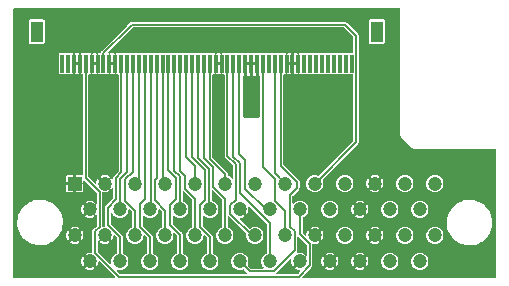
<source format=gbr>
%TF.GenerationSoftware,KiCad,Pcbnew,6.0.0*%
%TF.CreationDate,2022-01-05T16:19:24-05:00*%
%TF.ProjectId,AtomiswaveNetwork,41746f6d-6973-4776-9176-654e6574776f,rev?*%
%TF.SameCoordinates,Original*%
%TF.FileFunction,Copper,L1,Top*%
%TF.FilePolarity,Positive*%
%FSLAX46Y46*%
G04 Gerber Fmt 4.6, Leading zero omitted, Abs format (unit mm)*
G04 Created by KiCad (PCBNEW 6.0.0) date 2022-01-05 16:19:24*
%MOMM*%
%LPD*%
G01*
G04 APERTURE LIST*
%TA.AperFunction,SMDPad,CuDef*%
%ADD10R,1.100000X1.800000*%
%TD*%
%TA.AperFunction,SMDPad,CuDef*%
%ADD11R,0.300000X1.600000*%
%TD*%
%TA.AperFunction,ComponentPad*%
%ADD12R,1.200000X1.200000*%
%TD*%
%TA.AperFunction,ComponentPad*%
%ADD13C,1.200000*%
%TD*%
%TA.AperFunction,ViaPad*%
%ADD14C,0.500000*%
%TD*%
%TA.AperFunction,Conductor*%
%ADD15C,0.200000*%
%TD*%
G04 APERTURE END LIST*
D10*
%TO.P,U2,0*%
%TO.N,N/C*%
X157656000Y-78580000D03*
X128856000Y-78580000D03*
D11*
%TO.P,U2,1,5V*%
%TO.N,unconnected-(U2-Pad1)*%
X155506000Y-81280000D03*
%TO.P,U2,2,5V*%
%TO.N,unconnected-(U2-Pad2)*%
X155006000Y-81280000D03*
%TO.P,U2,3,5V*%
%TO.N,unconnected-(U2-Pad3)*%
X154506000Y-81280000D03*
%TO.P,U2,4,5V*%
%TO.N,unconnected-(U2-Pad4)*%
X154006000Y-81280000D03*
%TO.P,U2,5,/MODEMCS*%
%TO.N,unconnected-(U2-Pad5)*%
X153506000Y-81280000D03*
%TO.P,U2,6,IRQA*%
%TO.N,unconnected-(U2-Pad6)*%
X153006000Y-81280000D03*
%TO.P,U2,7,/RQEX0??*%
%TO.N,unconnected-(U2-Pad7)*%
X152506000Y-81280000D03*
%TO.P,U2,8,/RQEX1??*%
%TO.N,unconnected-(U2-Pad8)*%
X152006000Y-81280000D03*
%TO.P,U2,9,/RQDEV??*%
%TO.N,unconnected-(U2-Pad9)*%
X151506000Y-81280000D03*
%TO.P,U2,10,GND*%
%TO.N,GND*%
X151006000Y-81280000D03*
%TO.P,U2,11,GND*%
X150506000Y-81280000D03*
%TO.P,U2,12,GND*%
X150006000Y-81280000D03*
%TO.P,U2,13,IRQB*%
%TO.N,/IRQB_n*%
X149506000Y-81280000D03*
%TO.P,U2,14,/LBE*%
%TO.N,/LBE_WE_n*%
X149006000Y-81280000D03*
%TO.P,U2,15,/TR??*%
%TO.N,unconnected-(U2-Pad15)*%
X148506000Y-81280000D03*
%TO.P,U2,16,/UBE*%
%TO.N,/UBE_RD_n*%
X148006000Y-81280000D03*
%TO.P,U2,17,3.3V*%
%TO.N,+3V3*%
X147506000Y-81280000D03*
%TO.P,U2,18,3.3V*%
X147006000Y-81280000D03*
%TO.P,U2,19,3.3V*%
X146506000Y-81280000D03*
%TO.P,U2,20,/BTB*%
%TO.N,/BTB_n*%
X146006000Y-81280000D03*
%TO.P,U2,21,/AEN*%
%TO.N,/AEN_n*%
X145506000Y-81280000D03*
%TO.P,U2,22,/BTA*%
%TO.N,/BTA_n*%
X145006000Y-81280000D03*
%TO.P,U2,23,GND*%
%TO.N,GND*%
X144506000Y-81280000D03*
%TO.P,U2,24,GND*%
X144006000Y-81280000D03*
%TO.P,U2,25,AD15*%
%TO.N,/AD15_A7*%
X143506000Y-81280000D03*
%TO.P,U2,26,AD14*%
%TO.N,/AD14_A6*%
X143006000Y-81280000D03*
%TO.P,U2,27,AD13*%
%TO.N,/AD13_A5*%
X142506000Y-81280000D03*
%TO.P,U2,28,AD12*%
%TO.N,/AD12_A4*%
X142006000Y-81280000D03*
%TO.P,U2,29,AD11*%
%TO.N,/AD11_A3*%
X141506000Y-81280000D03*
%TO.P,U2,30,AD10*%
%TO.N,/AD10_A2*%
X141006000Y-81280000D03*
%TO.P,U2,31,AD9*%
%TO.N,/AD9_A1*%
X140506000Y-81280000D03*
%TO.P,U2,32,AD8*%
%TO.N,/AD8_A0*%
X140006000Y-81280000D03*
%TO.P,U2,33,AD7*%
%TO.N,/AD7_D7*%
X139506000Y-81280000D03*
%TO.P,U2,34,AD6*%
%TO.N,/AD6_D6*%
X139006000Y-81280000D03*
%TO.P,U2,35,AD5*%
%TO.N,/AD5_D5*%
X138506000Y-81280000D03*
%TO.P,U2,36,AD4*%
%TO.N,/AD4_D4*%
X138006000Y-81280000D03*
%TO.P,U2,37,AD3*%
%TO.N,/AD3_D3*%
X137506000Y-81280000D03*
%TO.P,U2,38,AD2*%
%TO.N,/AD2_D2*%
X137006000Y-81280000D03*
%TO.P,U2,39,AD1*%
%TO.N,/AD1_D1*%
X136506000Y-81280000D03*
%TO.P,U2,40,AD0*%
%TO.N,/AD0_D0*%
X136006000Y-81280000D03*
%TO.P,U2,41,GND*%
%TO.N,GND*%
X135506000Y-81280000D03*
%TO.P,U2,42,GND*%
X135006000Y-81280000D03*
%TO.P,U2,43,CLK*%
%TO.N,/CLK*%
X134506000Y-81280000D03*
%TO.P,U2,44,GND*%
%TO.N,GND*%
X134006000Y-81280000D03*
%TO.P,U2,45,GND*%
X133506000Y-81280000D03*
%TO.P,U2,46,/RESET*%
%TO.N,/RESET_n*%
X133006000Y-81280000D03*
%TO.P,U2,47,GND*%
%TO.N,GND*%
X132506000Y-81280000D03*
%TO.P,U2,48,GND*%
X132006000Y-81280000D03*
%TO.P,U2,49,MIDI_OUT*%
%TO.N,unconnected-(U2-Pad49)*%
X131506000Y-81280000D03*
%TO.P,U2,50,MIDI_IN*%
%TO.N,unconnected-(U2-Pad50)*%
X131006000Y-81280000D03*
%TD*%
D12*
%TO.P,U1,1,GND*%
%TO.N,GND*%
X132080000Y-91440000D03*
D13*
%TO.P,U1,2,GND*%
X134620000Y-91440000D03*
%TO.P,U1,3,AD3_D3*%
%TO.N,/AD3_D3*%
X137160000Y-91440000D03*
%TO.P,U1,4,AD7_D7*%
%TO.N,/AD7_D7*%
X139700000Y-91440000D03*
%TO.P,U1,5,AD11_A3*%
%TO.N,/AD11_A3*%
X142240000Y-91440000D03*
%TO.P,U1,6,AD15_A7*%
%TO.N,/AD15_A7*%
X144780000Y-91440000D03*
%TO.P,U1,7*%
%TO.N,N/C*%
X147320000Y-91440000D03*
%TO.P,U1,8,LBE_WE_n*%
%TO.N,/LBE_WE_n*%
X149860000Y-91440000D03*
%TO.P,U1,9,CLK*%
%TO.N,/CLK*%
X152400000Y-91440000D03*
%TO.P,U1,10*%
%TO.N,N/C*%
X154940000Y-91440000D03*
%TO.P,U1,11,GND*%
%TO.N,GND*%
X157480000Y-91440000D03*
%TO.P,U1,12,3.3V*%
%TO.N,+3V3*%
X160020000Y-91440000D03*
%TO.P,U1,13*%
%TO.N,N/C*%
X162560000Y-91440000D03*
%TO.P,U1,14,GND*%
%TO.N,GND*%
X133350000Y-93640000D03*
%TO.P,U1,15,AD1_D1*%
%TO.N,/AD1_D1*%
X135890000Y-93640000D03*
%TO.P,U1,16,AD5_D5*%
%TO.N,/AD5_D5*%
X138430000Y-93640000D03*
%TO.P,U1,17,AD9_A1*%
%TO.N,/AD9_A1*%
X140970000Y-93640000D03*
%TO.P,U1,18,AD13_A5*%
%TO.N,/AD13_A5*%
X143510000Y-93640000D03*
%TO.P,U1,19,GND*%
%TO.N,GND*%
X146050000Y-93640000D03*
%TO.P,U1,20,BTB_n*%
%TO.N,/BTB_n*%
X148590000Y-93640000D03*
%TO.P,U1,21,RESET_n*%
%TO.N,/RESET_n*%
X151130000Y-93640000D03*
%TO.P,U1,22*%
%TO.N,N/C*%
X153670000Y-93640000D03*
%TO.P,U1,23,GND*%
%TO.N,GND*%
X156210000Y-93640000D03*
%TO.P,U1,24,3.3V*%
%TO.N,+3V3*%
X158750000Y-93640000D03*
%TO.P,U1,25*%
%TO.N,N/C*%
X161290000Y-93640000D03*
%TO.P,U1,26,GND*%
%TO.N,GND*%
X132080000Y-95840000D03*
%TO.P,U1,27,GND*%
X134620000Y-95840000D03*
%TO.P,U1,28,AD2_D2*%
%TO.N,/AD2_D2*%
X137160000Y-95840000D03*
%TO.P,U1,29,AD6_D6*%
%TO.N,/AD6_D6*%
X139700000Y-95840000D03*
%TO.P,U1,30,AD10_A2*%
%TO.N,/AD10_A2*%
X142240000Y-95840000D03*
%TO.P,U1,31,AD14_A6*%
%TO.N,/AD14_A6*%
X144780000Y-95840000D03*
%TO.P,U1,32,BTA_n*%
%TO.N,/BTA_n*%
X147320000Y-95840000D03*
%TO.P,U1,33,UBE_RD_n*%
%TO.N,/UBE_RD_n*%
X149860000Y-95840000D03*
%TO.P,U1,34,GND*%
%TO.N,GND*%
X152400000Y-95840000D03*
%TO.P,U1,35*%
%TO.N,N/C*%
X154940000Y-95840000D03*
%TO.P,U1,36,GND*%
%TO.N,GND*%
X157480000Y-95840000D03*
%TO.P,U1,37,3.3V*%
%TO.N,+3V3*%
X160020000Y-95840000D03*
%TO.P,U1,38*%
%TO.N,N/C*%
X162560000Y-95840000D03*
%TO.P,U1,39,GND*%
%TO.N,GND*%
X133350000Y-98040000D03*
%TO.P,U1,40,AD0_D0*%
%TO.N,/AD0_D0*%
X135890000Y-98040000D03*
%TO.P,U1,41,AD4_D4*%
%TO.N,/AD4_D4*%
X138430000Y-98040000D03*
%TO.P,U1,42,AD8_A0*%
%TO.N,/AD8_A0*%
X140970000Y-98040000D03*
%TO.P,U1,43,AD12_A4*%
%TO.N,/AD12_A4*%
X143510000Y-98040000D03*
%TO.P,U1,44,IRQB_n*%
%TO.N,/IRQB_n*%
X146050000Y-98040000D03*
%TO.P,U1,45,AEN_n*%
%TO.N,/AEN_n*%
X148590000Y-98040000D03*
%TO.P,U1,46,GND*%
%TO.N,GND*%
X151130000Y-98040000D03*
%TO.P,U1,47,GND*%
X153670000Y-98040000D03*
%TO.P,U1,48,GND*%
X156210000Y-98040000D03*
%TO.P,U1,49,3.3V*%
%TO.N,+3V3*%
X158750000Y-98040000D03*
%TO.P,U1,50*%
%TO.N,N/C*%
X161290000Y-98040000D03*
%TD*%
D14*
%TO.N,GND*%
X160020000Y-88900000D03*
X157480000Y-83820000D03*
X132080000Y-78740000D03*
X165100000Y-88900000D03*
X129540000Y-88900000D03*
X134620000Y-83820000D03*
X137160000Y-78740000D03*
X129540000Y-83820000D03*
X129540000Y-86360000D03*
X132080000Y-83820000D03*
X147320000Y-78740000D03*
X162560000Y-88900000D03*
X144272000Y-83820000D03*
X157480000Y-81280000D03*
X142240000Y-78740000D03*
X144780000Y-78740000D03*
X134620000Y-86360000D03*
X134620000Y-78740000D03*
X132080000Y-88900000D03*
X165100000Y-91440000D03*
X144272000Y-86360000D03*
X154940000Y-78740000D03*
X157480000Y-86360000D03*
X152400000Y-78740000D03*
X129540000Y-81280000D03*
X134620000Y-88900000D03*
X132080000Y-86360000D03*
X154940000Y-83820000D03*
X139700000Y-78740000D03*
X149860000Y-78740000D03*
X152400000Y-88900000D03*
X144272000Y-88900000D03*
X129540000Y-91440000D03*
%TO.N,+3V3*%
X147066000Y-85090000D03*
X147066000Y-83058000D03*
X147066000Y-84074000D03*
%TD*%
D15*
%TO.N,/AD3_D3*%
X137506000Y-81280000D02*
X137506000Y-91094000D01*
X137506000Y-91094000D02*
X137160000Y-91440000D01*
X137160000Y-91440000D02*
X137160000Y-91425826D01*
%TO.N,/AD7_D7*%
X139506000Y-91246000D02*
X139700000Y-91440000D01*
X139506000Y-81280000D02*
X139506000Y-91246000D01*
X139700000Y-91440000D02*
X139700000Y-91425826D01*
%TO.N,/AD11_A3*%
X141506000Y-89182000D02*
X142240000Y-89916000D01*
X142240000Y-89916000D02*
X142240000Y-91440000D01*
X141506000Y-81280000D02*
X141506000Y-89182000D01*
%TO.N,/AD15_A7*%
X143506000Y-81280000D02*
X143506000Y-89334921D01*
X144780000Y-90608921D02*
X144780000Y-91440000D01*
X143506000Y-89334921D02*
X144780000Y-90608921D01*
%TO.N,/LBE_WE_n*%
X149070000Y-81280000D02*
X149033489Y-81316511D01*
X149006000Y-81280000D02*
X149006000Y-90586000D01*
X149860000Y-91440000D02*
X149533480Y-91766520D01*
X149006000Y-90586000D02*
X149860000Y-91440000D01*
%TO.N,/CLK*%
X134506000Y-81280000D02*
X134506000Y-80376978D01*
X136652000Y-78232000D02*
X136906000Y-77978000D01*
X155882511Y-87957489D02*
X152400000Y-91440000D01*
X136650978Y-78232000D02*
X136652000Y-78232000D01*
X154940000Y-77978000D02*
X155882511Y-78920511D01*
X155882511Y-78920511D02*
X155882511Y-87957489D01*
X136906000Y-77978000D02*
X154940000Y-77978000D01*
X134506000Y-80376978D02*
X136650978Y-78232000D01*
X152146000Y-91440000D02*
X152400000Y-91440000D01*
%TO.N,/AD1_D1*%
X136506000Y-81280000D02*
X136506000Y-90463366D01*
X136506000Y-90463366D02*
X135890000Y-91079366D01*
X135890000Y-91079366D02*
X135890000Y-93640000D01*
%TO.N,/AD5_D5*%
X138506000Y-81280000D02*
X138506000Y-93564000D01*
X138506000Y-93564000D02*
X138430000Y-93640000D01*
%TO.N,/AD9_A1*%
X140970000Y-90808866D02*
X140970000Y-93640000D01*
X140506000Y-90344866D02*
X140970000Y-90808866D01*
X140506000Y-81280000D02*
X140506000Y-90344866D01*
%TO.N,/AD13_A5*%
X143437480Y-90189941D02*
X143437480Y-93567480D01*
X142506000Y-81280000D02*
X142506000Y-89258460D01*
X142506000Y-89258460D02*
X143437480Y-90189941D01*
X143437480Y-93567480D02*
X143510000Y-93640000D01*
%TO.N,/BTB_n*%
X148250000Y-93640000D02*
X148590000Y-93640000D01*
X146493489Y-89444625D02*
X146493489Y-91883489D01*
X146006000Y-81280000D02*
X146006000Y-88957136D01*
X146493489Y-91883489D02*
X148250000Y-93640000D01*
X146006000Y-88957136D02*
X146493489Y-89444625D01*
%TO.N,/RESET_n*%
X134176511Y-95114625D02*
X133793489Y-95497647D01*
X133006000Y-81280000D02*
X133006000Y-90994864D01*
X151024864Y-99314000D02*
X151956511Y-98382353D01*
X135792864Y-99314000D02*
X151024864Y-99314000D01*
X151956511Y-96565375D02*
X151130000Y-95738864D01*
X133793489Y-95497647D02*
X133793489Y-97314625D01*
X151368864Y-93640000D02*
X151130000Y-93640000D01*
X151956511Y-98382353D02*
X151956511Y-96565375D01*
X151130000Y-95738864D02*
X151130000Y-93640000D01*
X133006000Y-90994864D02*
X134176511Y-92165375D01*
X133793489Y-97314625D02*
X135792864Y-99314000D01*
X134176511Y-92165375D02*
X134176511Y-95114625D01*
%TO.N,/AD2_D2*%
X136333489Y-92914625D02*
X137160000Y-93741136D01*
X137006000Y-81280000D02*
X137006000Y-90425136D01*
X137160000Y-93741136D02*
X137160000Y-95840000D01*
X137006000Y-90425136D02*
X136333489Y-91097647D01*
X136333489Y-91097647D02*
X136333489Y-92914625D01*
%TO.N,/AD6_D6*%
X138832520Y-91138616D02*
X138832520Y-92858520D01*
X139006000Y-90965136D02*
X138832520Y-91138616D01*
X138832520Y-92858520D02*
X139700000Y-93726000D01*
X139006000Y-81280000D02*
X139006000Y-90965136D01*
X139700000Y-93726000D02*
X139700000Y-95840000D01*
%TO.N,/AD10_A2*%
X141006000Y-90383096D02*
X141413489Y-90790585D01*
X141413489Y-91883489D02*
X142240000Y-92710000D01*
X141006000Y-81280000D02*
X141006000Y-90383096D01*
X141413489Y-90790585D02*
X141413489Y-91883489D01*
X142240000Y-92710000D02*
X142240000Y-95840000D01*
%TO.N,/AD14_A6*%
X143764000Y-90054691D02*
X143764000Y-91694000D01*
X143764000Y-91694000D02*
X144780000Y-92710000D01*
X143006000Y-81280000D02*
X143006000Y-89296691D01*
X144780000Y-92710000D02*
X144780000Y-95840000D01*
X143006000Y-89296691D02*
X143764000Y-90054691D01*
%TO.N,/BTA_n*%
X147081136Y-95840000D02*
X147320000Y-95840000D01*
X145223489Y-93297647D02*
X145223489Y-93982353D01*
X145707647Y-89827647D02*
X145707647Y-92813489D01*
X145707647Y-92813489D02*
X145223489Y-93297647D01*
X145223489Y-93982353D02*
X147081136Y-95840000D01*
X145006000Y-89126000D02*
X145707647Y-89827647D01*
X145006000Y-81280000D02*
X145006000Y-89126000D01*
%TO.N,/UBE_RD_n*%
X149033489Y-91097647D02*
X149033489Y-92899489D01*
X148006000Y-81280000D02*
X148006000Y-90070158D01*
X149860000Y-93726000D02*
X149860000Y-95840000D01*
X148006000Y-90070158D02*
X149033489Y-91097647D01*
X149033489Y-92899489D02*
X149860000Y-93726000D01*
%TO.N,/AD0_D0*%
X135563480Y-90944116D02*
X135563480Y-92782520D01*
X135563480Y-92782520D02*
X134874000Y-93472000D01*
X136006000Y-81280000D02*
X136006000Y-90501596D01*
X136006000Y-90501596D02*
X135563480Y-90944116D01*
X135890000Y-95941136D02*
X135890000Y-98040000D01*
X134874000Y-94925136D02*
X135890000Y-95941136D01*
X134874000Y-93472000D02*
X134874000Y-94925136D01*
%TO.N,/AD4_D4*%
X138430000Y-95941136D02*
X138430000Y-98040000D01*
X138006000Y-92731842D02*
X137603489Y-93134353D01*
X137603489Y-93134353D02*
X137603489Y-93297647D01*
X137603489Y-95114625D02*
X138430000Y-95941136D01*
X137603489Y-93297647D02*
X137603489Y-95114625D01*
X138006000Y-81280000D02*
X138006000Y-92731842D01*
%TO.N,/AD8_A0*%
X140643480Y-92782520D02*
X140143489Y-93282511D01*
X140143489Y-93282511D02*
X140143489Y-94931489D01*
X140143489Y-94931489D02*
X140970000Y-95758000D01*
X140643480Y-90944116D02*
X140643480Y-92782520D01*
X140006000Y-90306636D02*
X140643480Y-90944116D01*
X140006000Y-81280000D02*
X140006000Y-90306636D01*
X140970000Y-95758000D02*
X140970000Y-98040000D01*
%TO.N,/AD12_A4*%
X142006000Y-89220230D02*
X143110960Y-90325190D01*
X143110960Y-90325190D02*
X143110960Y-92870176D01*
X143110960Y-92870176D02*
X142683489Y-93297647D01*
X142683489Y-95114625D02*
X143510000Y-95941136D01*
X143510000Y-95941136D02*
X143510000Y-98040000D01*
X142006000Y-81280000D02*
X142006000Y-89220230D01*
X142683489Y-93297647D02*
X142683489Y-95114625D01*
%TO.N,/IRQB_n*%
X150686511Y-97112353D02*
X148932353Y-98866511D01*
X150686511Y-95497647D02*
X150686511Y-97112353D01*
X150276432Y-95087568D02*
X150686511Y-95497647D01*
X149506000Y-89917136D02*
X150876000Y-91287136D01*
X150276432Y-92394704D02*
X150276432Y-95087568D01*
X150876000Y-91287136D02*
X150876000Y-91795136D01*
X150876000Y-91795136D02*
X150276432Y-92394704D01*
X146876511Y-98866511D02*
X146050000Y-98040000D01*
X148932353Y-98866511D02*
X146876511Y-98866511D01*
X149506000Y-81280000D02*
X149506000Y-89917136D01*
%TO.N,/AEN_n*%
X145506000Y-81280000D02*
X145506000Y-89164230D01*
X148590000Y-94808864D02*
X148590000Y-98040000D01*
X145506000Y-89164230D02*
X146050000Y-89708230D01*
X146050000Y-92268864D02*
X148590000Y-94808864D01*
X146050000Y-89708230D02*
X146050000Y-92268864D01*
%TD*%
%TA.AperFunction,Conductor*%
%TO.N,+3V3*%
G36*
X147575121Y-81173002D02*
G01*
X147621614Y-81226658D01*
X147633000Y-81279000D01*
X147633000Y-82315884D01*
X147637475Y-82331123D01*
X147638865Y-82332328D01*
X147646548Y-82333999D01*
X147652500Y-82333999D01*
X147720621Y-82354001D01*
X147767114Y-82407657D01*
X147778500Y-82459999D01*
X147778500Y-85726000D01*
X147758498Y-85794121D01*
X147704842Y-85840614D01*
X147652500Y-85852000D01*
X146430000Y-85852000D01*
X146361879Y-85831998D01*
X146315386Y-85778342D01*
X146304000Y-85726000D01*
X146304000Y-82445025D01*
X146324002Y-82376904D01*
X146368422Y-82338414D01*
X146377329Y-82328135D01*
X146379000Y-82320452D01*
X146379000Y-82315884D01*
X146633000Y-82315884D01*
X146637475Y-82331123D01*
X146638865Y-82332328D01*
X146646548Y-82333999D01*
X146674828Y-82333999D01*
X146687085Y-82332792D01*
X146731418Y-82323974D01*
X146780579Y-82323974D01*
X146824915Y-82332793D01*
X146837170Y-82334000D01*
X146860885Y-82334000D01*
X146876124Y-82329525D01*
X146877329Y-82328135D01*
X146879000Y-82320452D01*
X146879000Y-82315884D01*
X147133000Y-82315884D01*
X147137475Y-82331123D01*
X147138865Y-82332328D01*
X147146548Y-82333999D01*
X147174828Y-82333999D01*
X147187085Y-82332792D01*
X147231418Y-82323974D01*
X147280579Y-82323974D01*
X147324915Y-82332793D01*
X147337170Y-82334000D01*
X147360885Y-82334000D01*
X147376124Y-82329525D01*
X147377329Y-82328135D01*
X147379000Y-82320452D01*
X147379000Y-81425115D01*
X147374525Y-81409876D01*
X147373135Y-81408671D01*
X147365452Y-81407000D01*
X147151115Y-81407000D01*
X147135876Y-81411475D01*
X147134671Y-81412865D01*
X147133000Y-81420548D01*
X147133000Y-82315884D01*
X146879000Y-82315884D01*
X146879000Y-81425115D01*
X146874525Y-81409876D01*
X146873135Y-81408671D01*
X146865452Y-81407000D01*
X146651115Y-81407000D01*
X146635876Y-81411475D01*
X146634671Y-81412865D01*
X146633000Y-81420548D01*
X146633000Y-82315884D01*
X146379000Y-82315884D01*
X146379000Y-81279000D01*
X146399002Y-81210879D01*
X146452658Y-81164386D01*
X146505000Y-81153000D01*
X147507000Y-81153000D01*
X147575121Y-81173002D01*
G37*
%TD.AperFunction*%
%TD*%
%TA.AperFunction,Conductor*%
%TO.N,GND*%
G36*
X159620694Y-76599306D02*
G01*
X159639000Y-76643500D01*
X159639000Y-87341623D01*
X159637674Y-87348936D01*
X159637803Y-87348945D01*
X159637146Y-87357899D01*
X159633994Y-87366306D01*
X159638438Y-87386947D01*
X159639000Y-87390083D01*
X159639000Y-87394277D01*
X159642172Y-87405087D01*
X159643299Y-87409527D01*
X159649678Y-87439157D01*
X159650049Y-87439654D01*
X159652670Y-87442275D01*
X159652751Y-87442453D01*
X159653353Y-87443200D01*
X159654616Y-87447507D01*
X159661397Y-87453391D01*
X159677801Y-87467626D01*
X159681032Y-87470637D01*
X160667888Y-88457493D01*
X160672123Y-88463603D01*
X160672221Y-88463519D01*
X160678087Y-88470315D01*
X160681803Y-88478488D01*
X160689345Y-88483358D01*
X160689346Y-88483359D01*
X160699542Y-88489943D01*
X160702159Y-88491764D01*
X160705121Y-88494726D01*
X160715000Y-88500123D01*
X160718934Y-88502463D01*
X160738750Y-88515259D01*
X160738753Y-88515260D01*
X160744407Y-88518911D01*
X160745021Y-88519000D01*
X160748732Y-88519000D01*
X160748913Y-88519068D01*
X160749863Y-88519170D01*
X160753803Y-88521323D01*
X160784409Y-88519156D01*
X160788824Y-88519000D01*
X167704500Y-88519000D01*
X167748694Y-88537306D01*
X167767000Y-88581500D01*
X167767000Y-99378500D01*
X167748694Y-99422694D01*
X167704500Y-99441000D01*
X151370485Y-99441000D01*
X151326291Y-99422694D01*
X151307985Y-99378500D01*
X151326291Y-99334306D01*
X152060445Y-98600152D01*
X153204971Y-98600152D01*
X153207395Y-98606151D01*
X153337220Y-98691106D01*
X153343408Y-98694232D01*
X153489739Y-98748651D01*
X153496469Y-98750330D01*
X153651219Y-98770978D01*
X153658155Y-98771124D01*
X153813632Y-98756973D01*
X153820430Y-98755578D01*
X153968903Y-98707336D01*
X153975229Y-98704466D01*
X154109324Y-98624530D01*
X154114856Y-98620331D01*
X154129248Y-98606625D01*
X154132117Y-98600152D01*
X155744971Y-98600152D01*
X155747395Y-98606151D01*
X155877220Y-98691106D01*
X155883408Y-98694232D01*
X156029739Y-98748651D01*
X156036469Y-98750330D01*
X156191219Y-98770978D01*
X156198155Y-98771124D01*
X156353632Y-98756973D01*
X156360430Y-98755578D01*
X156508903Y-98707336D01*
X156515229Y-98704466D01*
X156649324Y-98624530D01*
X156654856Y-98620331D01*
X156669248Y-98606625D01*
X156672921Y-98598337D01*
X156669178Y-98588980D01*
X156218791Y-98138593D01*
X156210000Y-98134952D01*
X156201209Y-98138593D01*
X155748734Y-98591068D01*
X155744971Y-98600152D01*
X154132117Y-98600152D01*
X154132921Y-98598337D01*
X154129178Y-98588980D01*
X153678791Y-98138593D01*
X153670000Y-98134952D01*
X153661209Y-98138593D01*
X153208734Y-98591068D01*
X153204971Y-98600152D01*
X152060445Y-98600152D01*
X152111998Y-98548599D01*
X152114371Y-98546346D01*
X152139794Y-98523455D01*
X152144674Y-98519061D01*
X152155061Y-98495731D01*
X152159740Y-98487114D01*
X152170068Y-98471211D01*
X152170069Y-98471209D01*
X152173645Y-98465702D01*
X152175237Y-98455651D01*
X152179871Y-98440009D01*
X152181340Y-98436710D01*
X152181340Y-98436708D01*
X152184011Y-98430710D01*
X152184011Y-98405175D01*
X152184780Y-98395398D01*
X152187747Y-98376665D01*
X152188774Y-98370181D01*
X152186140Y-98360350D01*
X152184011Y-98344175D01*
X152184011Y-98033262D01*
X152938812Y-98033262D01*
X152954046Y-98188634D01*
X152955489Y-98195421D01*
X153004766Y-98343553D01*
X153007682Y-98349863D01*
X153088551Y-98483394D01*
X153092787Y-98488895D01*
X153103074Y-98499547D01*
X153111504Y-98503213D01*
X153120701Y-98499497D01*
X153571407Y-98048791D01*
X153575048Y-98040000D01*
X153764952Y-98040000D01*
X153768593Y-98048791D01*
X154221457Y-98501655D01*
X154230653Y-98505464D01*
X154234704Y-98503843D01*
X154318761Y-98377327D01*
X154321938Y-98371146D01*
X154377377Y-98225202D01*
X154379100Y-98218489D01*
X154401042Y-98062369D01*
X154401342Y-98058464D01*
X154401573Y-98041962D01*
X154401381Y-98038045D01*
X154400844Y-98033262D01*
X155478812Y-98033262D01*
X155494046Y-98188634D01*
X155495489Y-98195421D01*
X155544766Y-98343553D01*
X155547682Y-98349863D01*
X155628551Y-98483394D01*
X155632787Y-98488895D01*
X155643074Y-98499547D01*
X155651504Y-98503213D01*
X155660701Y-98499497D01*
X156111407Y-98048791D01*
X156115048Y-98040000D01*
X156304952Y-98040000D01*
X156308593Y-98048791D01*
X156761457Y-98501655D01*
X156770653Y-98505464D01*
X156774704Y-98503843D01*
X156858761Y-98377327D01*
X156861938Y-98371146D01*
X156917377Y-98225202D01*
X156919100Y-98218489D01*
X156941042Y-98062369D01*
X156941342Y-98058464D01*
X156941573Y-98041962D01*
X156941381Y-98038045D01*
X156940454Y-98029778D01*
X158017968Y-98029778D01*
X158020781Y-98058464D01*
X158027776Y-98129803D01*
X158033895Y-98192213D01*
X158034997Y-98195525D01*
X158034997Y-98195526D01*
X158080747Y-98333054D01*
X158085413Y-98347082D01*
X158087223Y-98350071D01*
X158087225Y-98350075D01*
X158120595Y-98405175D01*
X158169962Y-98486689D01*
X158283340Y-98604095D01*
X158286259Y-98606005D01*
X158286260Y-98606006D01*
X158308762Y-98620731D01*
X158419911Y-98693465D01*
X158572888Y-98750356D01*
X158576343Y-98750817D01*
X158576347Y-98750818D01*
X158666518Y-98762849D01*
X158734668Y-98771942D01*
X158738141Y-98771626D01*
X158738144Y-98771626D01*
X158815939Y-98764546D01*
X158897210Y-98757150D01*
X159052435Y-98706714D01*
X159122532Y-98664928D01*
X159189627Y-98624932D01*
X159189630Y-98624930D01*
X159192629Y-98623142D01*
X159272133Y-98547431D01*
X159308294Y-98512996D01*
X159308297Y-98512993D01*
X159310823Y-98510587D01*
X159401144Y-98374643D01*
X159459103Y-98222067D01*
X159481818Y-98060442D01*
X159481953Y-98050785D01*
X159482076Y-98041968D01*
X159482076Y-98041961D01*
X159482103Y-98040000D01*
X159481347Y-98033262D01*
X159480956Y-98029778D01*
X160557968Y-98029778D01*
X160560781Y-98058464D01*
X160567776Y-98129803D01*
X160573895Y-98192213D01*
X160574997Y-98195525D01*
X160574997Y-98195526D01*
X160620747Y-98333054D01*
X160625413Y-98347082D01*
X160627223Y-98350071D01*
X160627225Y-98350075D01*
X160660595Y-98405175D01*
X160709962Y-98486689D01*
X160823340Y-98604095D01*
X160826259Y-98606005D01*
X160826260Y-98606006D01*
X160848762Y-98620731D01*
X160959911Y-98693465D01*
X161112888Y-98750356D01*
X161116343Y-98750817D01*
X161116347Y-98750818D01*
X161206518Y-98762849D01*
X161274668Y-98771942D01*
X161278141Y-98771626D01*
X161278144Y-98771626D01*
X161355939Y-98764546D01*
X161437210Y-98757150D01*
X161592435Y-98706714D01*
X161662532Y-98664928D01*
X161729627Y-98624932D01*
X161729630Y-98624930D01*
X161732629Y-98623142D01*
X161812133Y-98547431D01*
X161848294Y-98512996D01*
X161848297Y-98512993D01*
X161850823Y-98510587D01*
X161941144Y-98374643D01*
X161999103Y-98222067D01*
X162021818Y-98060442D01*
X162021953Y-98050785D01*
X162022076Y-98041968D01*
X162022076Y-98041961D01*
X162022103Y-98040000D01*
X162021347Y-98033262D01*
X162004300Y-97881277D01*
X162004299Y-97881273D01*
X162003910Y-97877804D01*
X161950234Y-97723669D01*
X161863744Y-97585256D01*
X161748739Y-97469444D01*
X161653849Y-97409225D01*
X161613879Y-97383859D01*
X161613875Y-97383857D01*
X161610933Y-97381990D01*
X161457176Y-97327240D01*
X161380720Y-97318123D01*
X161298578Y-97308328D01*
X161298574Y-97308328D01*
X161295111Y-97307915D01*
X161202278Y-97317672D01*
X161136262Y-97324610D01*
X161136259Y-97324611D01*
X161132792Y-97324975D01*
X161129491Y-97326099D01*
X161129490Y-97326099D01*
X161125915Y-97327316D01*
X160978286Y-97377573D01*
X160839272Y-97463095D01*
X160836780Y-97465536D01*
X160836778Y-97465537D01*
X160820659Y-97481322D01*
X160722661Y-97577289D01*
X160720771Y-97580222D01*
X160720770Y-97580223D01*
X160715616Y-97588220D01*
X160634247Y-97714481D01*
X160633053Y-97717762D01*
X160579752Y-97864204D01*
X160578424Y-97867852D01*
X160557968Y-98029778D01*
X159480956Y-98029778D01*
X159464300Y-97881277D01*
X159464299Y-97881273D01*
X159463910Y-97877804D01*
X159410234Y-97723669D01*
X159323744Y-97585256D01*
X159208739Y-97469444D01*
X159113849Y-97409225D01*
X159073879Y-97383859D01*
X159073875Y-97383857D01*
X159070933Y-97381990D01*
X158917176Y-97327240D01*
X158840720Y-97318123D01*
X158758578Y-97308328D01*
X158758574Y-97308328D01*
X158755111Y-97307915D01*
X158662278Y-97317672D01*
X158596262Y-97324610D01*
X158596259Y-97324611D01*
X158592792Y-97324975D01*
X158589491Y-97326099D01*
X158589490Y-97326099D01*
X158585915Y-97327316D01*
X158438286Y-97377573D01*
X158299272Y-97463095D01*
X158296780Y-97465536D01*
X158296778Y-97465537D01*
X158280659Y-97481322D01*
X158182661Y-97577289D01*
X158180771Y-97580222D01*
X158180770Y-97580223D01*
X158175616Y-97588220D01*
X158094247Y-97714481D01*
X158093053Y-97717762D01*
X158039752Y-97864204D01*
X158038424Y-97867852D01*
X158017968Y-98029778D01*
X156940454Y-98029778D01*
X156923809Y-97881392D01*
X156922270Y-97874614D01*
X156870930Y-97727185D01*
X156867929Y-97720922D01*
X156785200Y-97588528D01*
X156780891Y-97583092D01*
X156777602Y-97579780D01*
X156768885Y-97576133D01*
X156760012Y-97579790D01*
X156308593Y-98031209D01*
X156304952Y-98040000D01*
X156115048Y-98040000D01*
X156111407Y-98031209D01*
X155659295Y-97579097D01*
X155650328Y-97575383D01*
X155642893Y-97578418D01*
X155641157Y-97580546D01*
X155556589Y-97711769D01*
X155553503Y-97717986D01*
X155500108Y-97864686D01*
X155498475Y-97871439D01*
X155478909Y-98026317D01*
X155478812Y-98033262D01*
X154400844Y-98033262D01*
X154383809Y-97881392D01*
X154382270Y-97874614D01*
X154330930Y-97727185D01*
X154327929Y-97720922D01*
X154245200Y-97588528D01*
X154240891Y-97583092D01*
X154237602Y-97579780D01*
X154228885Y-97576133D01*
X154220012Y-97579790D01*
X153768593Y-98031209D01*
X153764952Y-98040000D01*
X153575048Y-98040000D01*
X153571407Y-98031209D01*
X153119295Y-97579097D01*
X153110328Y-97575383D01*
X153102893Y-97578418D01*
X153101157Y-97580546D01*
X153016589Y-97711769D01*
X153013503Y-97717986D01*
X152960108Y-97864686D01*
X152958475Y-97871439D01*
X152938909Y-98026317D01*
X152938812Y-98033262D01*
X152184011Y-98033262D01*
X152184011Y-97481322D01*
X153206473Y-97481322D01*
X153210160Y-97490357D01*
X153661210Y-97941407D01*
X153670000Y-97945048D01*
X153678791Y-97941407D01*
X154130564Y-97489634D01*
X154134006Y-97481322D01*
X155746473Y-97481322D01*
X155750160Y-97490357D01*
X156201210Y-97941407D01*
X156210000Y-97945048D01*
X156218791Y-97941407D01*
X156670564Y-97489634D01*
X156674229Y-97480784D01*
X156670667Y-97472140D01*
X156665472Y-97467963D01*
X156533659Y-97384312D01*
X156527423Y-97381271D01*
X156380349Y-97328901D01*
X156373592Y-97327316D01*
X156218574Y-97308831D01*
X156211638Y-97308783D01*
X156056370Y-97325102D01*
X156049598Y-97326591D01*
X155901806Y-97376904D01*
X155895524Y-97379860D01*
X155762557Y-97461661D01*
X155757088Y-97465933D01*
X155750130Y-97472747D01*
X155746473Y-97481322D01*
X154134006Y-97481322D01*
X154134229Y-97480784D01*
X154130667Y-97472140D01*
X154125472Y-97467963D01*
X153993659Y-97384312D01*
X153987423Y-97381271D01*
X153840349Y-97328901D01*
X153833592Y-97327316D01*
X153678574Y-97308831D01*
X153671638Y-97308783D01*
X153516370Y-97325102D01*
X153509598Y-97326591D01*
X153361806Y-97376904D01*
X153355524Y-97379860D01*
X153222557Y-97461661D01*
X153217088Y-97465933D01*
X153210130Y-97472747D01*
X153206473Y-97481322D01*
X152184011Y-97481322D01*
X152184011Y-96616058D01*
X152202317Y-96571864D01*
X152246511Y-96553558D01*
X152254777Y-96554107D01*
X152381219Y-96570978D01*
X152388155Y-96571124D01*
X152543632Y-96556973D01*
X152550430Y-96555578D01*
X152698903Y-96507336D01*
X152705229Y-96504466D01*
X152839324Y-96424530D01*
X152844856Y-96420331D01*
X152859248Y-96406625D01*
X152862921Y-96398337D01*
X152859178Y-96388980D01*
X152310197Y-95840000D01*
X152494952Y-95840000D01*
X152498593Y-95848791D01*
X152951457Y-96301655D01*
X152960653Y-96305464D01*
X152964704Y-96303843D01*
X153048761Y-96177327D01*
X153051938Y-96171146D01*
X153107377Y-96025202D01*
X153109100Y-96018489D01*
X153131042Y-95862369D01*
X153131342Y-95858464D01*
X153131573Y-95841962D01*
X153131381Y-95838045D01*
X153130454Y-95829778D01*
X154207968Y-95829778D01*
X154208309Y-95833255D01*
X154219884Y-95951302D01*
X154223895Y-95992213D01*
X154224997Y-95995525D01*
X154224997Y-95995526D01*
X154257584Y-96093485D01*
X154275413Y-96147082D01*
X154277223Y-96150071D01*
X154277225Y-96150075D01*
X154293730Y-96177327D01*
X154359962Y-96286689D01*
X154473340Y-96404095D01*
X154476259Y-96406005D01*
X154476260Y-96406006D01*
X154497714Y-96420045D01*
X154609911Y-96493465D01*
X154762888Y-96550356D01*
X154766343Y-96550817D01*
X154766347Y-96550818D01*
X154856518Y-96562849D01*
X154924668Y-96571942D01*
X154928141Y-96571626D01*
X154928144Y-96571626D01*
X155005939Y-96564546D01*
X155087210Y-96557150D01*
X155242435Y-96506714D01*
X155356527Y-96438702D01*
X155379627Y-96424932D01*
X155379630Y-96424930D01*
X155382629Y-96423142D01*
X155406771Y-96400152D01*
X157014971Y-96400152D01*
X157017395Y-96406151D01*
X157147220Y-96491106D01*
X157153408Y-96494232D01*
X157299739Y-96548651D01*
X157306469Y-96550330D01*
X157461219Y-96570978D01*
X157468155Y-96571124D01*
X157623632Y-96556973D01*
X157630430Y-96555578D01*
X157778903Y-96507336D01*
X157785229Y-96504466D01*
X157919324Y-96424530D01*
X157924856Y-96420331D01*
X157939248Y-96406625D01*
X157942921Y-96398337D01*
X157939178Y-96388980D01*
X157488791Y-95938593D01*
X157480000Y-95934952D01*
X157471209Y-95938593D01*
X157018734Y-96391068D01*
X157014971Y-96400152D01*
X155406771Y-96400152D01*
X155447108Y-96361739D01*
X155498294Y-96312996D01*
X155498297Y-96312993D01*
X155500823Y-96310587D01*
X155591144Y-96174643D01*
X155649103Y-96022067D01*
X155669586Y-95876324D01*
X155671545Y-95862385D01*
X155671545Y-95862384D01*
X155671818Y-95860442D01*
X155671953Y-95850785D01*
X155672076Y-95841968D01*
X155672076Y-95841961D01*
X155672103Y-95840000D01*
X155671347Y-95833262D01*
X156748812Y-95833262D01*
X156764046Y-95988634D01*
X156765489Y-95995421D01*
X156814766Y-96143553D01*
X156817682Y-96149863D01*
X156898551Y-96283394D01*
X156902787Y-96288895D01*
X156913074Y-96299547D01*
X156921504Y-96303213D01*
X156930701Y-96299497D01*
X157381407Y-95848791D01*
X157385048Y-95840000D01*
X157574952Y-95840000D01*
X157578593Y-95848791D01*
X158031457Y-96301655D01*
X158040653Y-96305464D01*
X158044704Y-96303843D01*
X158128761Y-96177327D01*
X158131938Y-96171146D01*
X158187377Y-96025202D01*
X158189100Y-96018489D01*
X158211042Y-95862369D01*
X158211342Y-95858464D01*
X158211573Y-95841962D01*
X158211381Y-95838045D01*
X158210454Y-95829778D01*
X159287968Y-95829778D01*
X159288309Y-95833255D01*
X159299884Y-95951302D01*
X159303895Y-95992213D01*
X159304997Y-95995525D01*
X159304997Y-95995526D01*
X159337584Y-96093485D01*
X159355413Y-96147082D01*
X159357223Y-96150071D01*
X159357225Y-96150075D01*
X159373730Y-96177327D01*
X159439962Y-96286689D01*
X159553340Y-96404095D01*
X159556259Y-96406005D01*
X159556260Y-96406006D01*
X159577714Y-96420045D01*
X159689911Y-96493465D01*
X159842888Y-96550356D01*
X159846343Y-96550817D01*
X159846347Y-96550818D01*
X159936518Y-96562849D01*
X160004668Y-96571942D01*
X160008141Y-96571626D01*
X160008144Y-96571626D01*
X160085939Y-96564546D01*
X160167210Y-96557150D01*
X160322435Y-96506714D01*
X160436527Y-96438702D01*
X160459627Y-96424932D01*
X160459630Y-96424930D01*
X160462629Y-96423142D01*
X160527108Y-96361739D01*
X160578294Y-96312996D01*
X160578297Y-96312993D01*
X160580823Y-96310587D01*
X160671144Y-96174643D01*
X160729103Y-96022067D01*
X160749586Y-95876324D01*
X160751545Y-95862385D01*
X160751545Y-95862384D01*
X160751818Y-95860442D01*
X160751953Y-95850785D01*
X160752076Y-95841968D01*
X160752076Y-95841961D01*
X160752103Y-95840000D01*
X160751347Y-95833262D01*
X160750956Y-95829778D01*
X161827968Y-95829778D01*
X161828309Y-95833255D01*
X161839884Y-95951302D01*
X161843895Y-95992213D01*
X161844997Y-95995525D01*
X161844997Y-95995526D01*
X161877584Y-96093485D01*
X161895413Y-96147082D01*
X161897223Y-96150071D01*
X161897225Y-96150075D01*
X161913730Y-96177327D01*
X161979962Y-96286689D01*
X162093340Y-96404095D01*
X162096259Y-96406005D01*
X162096260Y-96406006D01*
X162117714Y-96420045D01*
X162229911Y-96493465D01*
X162382888Y-96550356D01*
X162386343Y-96550817D01*
X162386347Y-96550818D01*
X162476518Y-96562849D01*
X162544668Y-96571942D01*
X162548141Y-96571626D01*
X162548144Y-96571626D01*
X162625939Y-96564546D01*
X162707210Y-96557150D01*
X162862435Y-96506714D01*
X162976527Y-96438702D01*
X162999627Y-96424932D01*
X162999630Y-96424930D01*
X163002629Y-96423142D01*
X163067108Y-96361739D01*
X163118294Y-96312996D01*
X163118297Y-96312993D01*
X163120823Y-96310587D01*
X163211144Y-96174643D01*
X163269103Y-96022067D01*
X163289586Y-95876324D01*
X163291545Y-95862385D01*
X163291545Y-95862384D01*
X163291818Y-95860442D01*
X163291953Y-95850785D01*
X163292076Y-95841968D01*
X163292076Y-95841961D01*
X163292103Y-95840000D01*
X163291347Y-95833262D01*
X163274300Y-95681277D01*
X163274299Y-95681273D01*
X163273910Y-95677804D01*
X163220234Y-95523669D01*
X163133744Y-95385256D01*
X163018739Y-95269444D01*
X162973942Y-95241015D01*
X162883879Y-95183859D01*
X162883875Y-95183857D01*
X162880933Y-95181990D01*
X162727176Y-95127240D01*
X162650720Y-95118123D01*
X162568578Y-95108328D01*
X162568574Y-95108328D01*
X162565111Y-95107915D01*
X162472278Y-95117672D01*
X162406262Y-95124610D01*
X162406259Y-95124611D01*
X162402792Y-95124975D01*
X162399491Y-95126099D01*
X162399490Y-95126099D01*
X162395915Y-95127316D01*
X162248286Y-95177573D01*
X162109272Y-95263095D01*
X162106780Y-95265536D01*
X162106778Y-95265537D01*
X162090659Y-95281322D01*
X161992661Y-95377289D01*
X161990771Y-95380222D01*
X161990770Y-95380223D01*
X161942027Y-95455857D01*
X161904247Y-95514481D01*
X161895582Y-95538287D01*
X161853042Y-95655165D01*
X161848424Y-95667852D01*
X161836079Y-95765573D01*
X161828712Y-95823892D01*
X161827968Y-95829778D01*
X160750956Y-95829778D01*
X160734300Y-95681277D01*
X160734299Y-95681273D01*
X160733910Y-95677804D01*
X160680234Y-95523669D01*
X160593744Y-95385256D01*
X160478739Y-95269444D01*
X160433942Y-95241015D01*
X160343879Y-95183859D01*
X160343875Y-95183857D01*
X160340933Y-95181990D01*
X160187176Y-95127240D01*
X160110720Y-95118123D01*
X160028578Y-95108328D01*
X160028574Y-95108328D01*
X160025111Y-95107915D01*
X159932278Y-95117672D01*
X159866262Y-95124610D01*
X159866259Y-95124611D01*
X159862792Y-95124975D01*
X159859491Y-95126099D01*
X159859490Y-95126099D01*
X159855915Y-95127316D01*
X159708286Y-95177573D01*
X159569272Y-95263095D01*
X159566780Y-95265536D01*
X159566778Y-95265537D01*
X159550659Y-95281322D01*
X159452661Y-95377289D01*
X159450771Y-95380222D01*
X159450770Y-95380223D01*
X159402027Y-95455857D01*
X159364247Y-95514481D01*
X159355582Y-95538287D01*
X159313042Y-95655165D01*
X159308424Y-95667852D01*
X159296079Y-95765573D01*
X159288712Y-95823892D01*
X159287968Y-95829778D01*
X158210454Y-95829778D01*
X158193809Y-95681392D01*
X158192270Y-95674614D01*
X158140930Y-95527185D01*
X158137929Y-95520922D01*
X158055200Y-95388528D01*
X158050891Y-95383092D01*
X158047602Y-95379780D01*
X158038885Y-95376133D01*
X158030012Y-95379790D01*
X157578593Y-95831209D01*
X157574952Y-95840000D01*
X157385048Y-95840000D01*
X157381407Y-95831209D01*
X156929295Y-95379097D01*
X156920328Y-95375383D01*
X156912893Y-95378418D01*
X156911157Y-95380546D01*
X156826589Y-95511769D01*
X156823503Y-95517986D01*
X156770108Y-95664686D01*
X156768475Y-95671439D01*
X156748909Y-95826317D01*
X156748812Y-95833262D01*
X155671347Y-95833262D01*
X155654300Y-95681277D01*
X155654299Y-95681273D01*
X155653910Y-95677804D01*
X155600234Y-95523669D01*
X155513744Y-95385256D01*
X155410534Y-95281322D01*
X157016473Y-95281322D01*
X157020160Y-95290357D01*
X157471210Y-95741407D01*
X157480000Y-95745048D01*
X157488791Y-95741407D01*
X157940564Y-95289634D01*
X157944229Y-95280784D01*
X157940667Y-95272140D01*
X157935472Y-95267963D01*
X157803659Y-95184312D01*
X157797423Y-95181271D01*
X157650349Y-95128901D01*
X157643592Y-95127316D01*
X157488574Y-95108831D01*
X157481638Y-95108783D01*
X157326370Y-95125102D01*
X157319598Y-95126591D01*
X157171806Y-95176904D01*
X157165524Y-95179860D01*
X157032557Y-95261661D01*
X157027088Y-95265933D01*
X157020130Y-95272747D01*
X157016473Y-95281322D01*
X155410534Y-95281322D01*
X155398739Y-95269444D01*
X155353942Y-95241015D01*
X155263879Y-95183859D01*
X155263875Y-95183857D01*
X155260933Y-95181990D01*
X155107176Y-95127240D01*
X155030720Y-95118123D01*
X154948578Y-95108328D01*
X154948574Y-95108328D01*
X154945111Y-95107915D01*
X154852278Y-95117672D01*
X154786262Y-95124610D01*
X154786259Y-95124611D01*
X154782792Y-95124975D01*
X154779491Y-95126099D01*
X154779490Y-95126099D01*
X154775915Y-95127316D01*
X154628286Y-95177573D01*
X154489272Y-95263095D01*
X154486780Y-95265536D01*
X154486778Y-95265537D01*
X154470659Y-95281322D01*
X154372661Y-95377289D01*
X154370771Y-95380222D01*
X154370770Y-95380223D01*
X154322027Y-95455857D01*
X154284247Y-95514481D01*
X154275582Y-95538287D01*
X154233042Y-95655165D01*
X154228424Y-95667852D01*
X154216079Y-95765573D01*
X154208712Y-95823892D01*
X154207968Y-95829778D01*
X153130454Y-95829778D01*
X153113809Y-95681392D01*
X153112270Y-95674614D01*
X153060930Y-95527185D01*
X153057929Y-95520922D01*
X152975200Y-95388528D01*
X152970891Y-95383092D01*
X152967602Y-95379780D01*
X152958885Y-95376133D01*
X152950012Y-95379790D01*
X152498593Y-95831209D01*
X152494952Y-95840000D01*
X152310197Y-95840000D01*
X151849295Y-95379097D01*
X151840328Y-95375383D01*
X151832893Y-95378418D01*
X151831157Y-95380546D01*
X151746589Y-95511769D01*
X151743503Y-95517986D01*
X151690108Y-95664686D01*
X151688475Y-95671439D01*
X151670349Y-95814917D01*
X151646649Y-95856469D01*
X151600509Y-95869091D01*
X151564148Y-95851278D01*
X151375806Y-95662936D01*
X151357500Y-95618742D01*
X151357500Y-95281322D01*
X151936473Y-95281322D01*
X151940160Y-95290357D01*
X152391210Y-95741407D01*
X152400000Y-95745048D01*
X152408791Y-95741407D01*
X152860564Y-95289634D01*
X152864229Y-95280784D01*
X152860667Y-95272140D01*
X152855472Y-95267963D01*
X152723659Y-95184312D01*
X152717423Y-95181271D01*
X152570349Y-95128901D01*
X152563592Y-95127316D01*
X152408574Y-95108831D01*
X152401638Y-95108783D01*
X152246370Y-95125102D01*
X152239598Y-95126591D01*
X152091806Y-95176904D01*
X152085524Y-95179860D01*
X151952557Y-95261661D01*
X151947088Y-95265933D01*
X151940130Y-95272747D01*
X151936473Y-95281322D01*
X151357500Y-95281322D01*
X151357500Y-94679317D01*
X163569031Y-94679317D01*
X163569695Y-94696206D01*
X163579745Y-94951998D01*
X163628773Y-95220449D01*
X163715137Y-95479315D01*
X163716124Y-95481291D01*
X163716126Y-95481295D01*
X163765480Y-95580067D01*
X163837114Y-95723428D01*
X163838366Y-95725239D01*
X163838368Y-95725243D01*
X163991009Y-95946098D01*
X163991014Y-95946105D01*
X163992269Y-95947920D01*
X163993773Y-95949547D01*
X164176005Y-96146686D01*
X164176012Y-96146692D01*
X164177508Y-96148311D01*
X164389135Y-96320601D01*
X164391012Y-96321731D01*
X164391019Y-96321736D01*
X164613840Y-96455885D01*
X164622926Y-96461355D01*
X164874217Y-96567763D01*
X164965840Y-96592056D01*
X165135869Y-96637139D01*
X165135875Y-96637140D01*
X165137994Y-96637702D01*
X165140174Y-96637960D01*
X165140179Y-96637961D01*
X165406797Y-96669517D01*
X165408994Y-96669777D01*
X165411204Y-96669725D01*
X165411205Y-96669725D01*
X165545402Y-96666562D01*
X165681810Y-96663348D01*
X165683989Y-96662985D01*
X165683992Y-96662985D01*
X165753207Y-96651464D01*
X165950998Y-96618543D01*
X165958856Y-96616058D01*
X166209087Y-96536921D01*
X166209094Y-96536918D01*
X166211188Y-96536256D01*
X166457188Y-96418128D01*
X166684089Y-96266518D01*
X166887364Y-96084449D01*
X167043570Y-95898620D01*
X167061540Y-95877242D01*
X167061540Y-95877241D01*
X167062958Y-95875555D01*
X167066990Y-95869091D01*
X167206196Y-95645880D01*
X167207366Y-95644004D01*
X167317708Y-95394415D01*
X167320291Y-95385256D01*
X167391183Y-95133894D01*
X167391184Y-95133890D01*
X167391782Y-95131769D01*
X167428110Y-94861306D01*
X167431922Y-94740000D01*
X167414413Y-94492715D01*
X167412804Y-94469989D01*
X167412803Y-94469985D01*
X167412648Y-94467790D01*
X167412184Y-94465634D01*
X167355679Y-94203178D01*
X167355677Y-94203172D01*
X167355212Y-94201011D01*
X167313963Y-94089201D01*
X167261523Y-93947054D01*
X167261523Y-93947053D01*
X167260760Y-93944986D01*
X167230077Y-93888119D01*
X167132229Y-93706776D01*
X167131176Y-93704824D01*
X166969045Y-93485317D01*
X166965182Y-93481392D01*
X166844318Y-93358615D01*
X166777603Y-93290844D01*
X166681287Y-93217338D01*
X166562419Y-93126620D01*
X166562414Y-93126617D01*
X166560669Y-93125285D01*
X166547222Y-93117754D01*
X166332750Y-92997645D01*
X166322572Y-92991945D01*
X166068063Y-92893482D01*
X165887427Y-92851613D01*
X165804373Y-92832362D01*
X165804369Y-92832361D01*
X165802219Y-92831863D01*
X165800017Y-92831672D01*
X165800015Y-92831672D01*
X165532540Y-92808506D01*
X165532538Y-92808506D01*
X165530345Y-92808316D01*
X165257866Y-92823312D01*
X165255696Y-92823744D01*
X165255693Y-92823744D01*
X164992384Y-92876119D01*
X164992382Y-92876120D01*
X164990218Y-92876550D01*
X164988136Y-92877281D01*
X164988133Y-92877282D01*
X164734830Y-92966236D01*
X164734825Y-92966238D01*
X164732741Y-92966970D01*
X164662139Y-93003645D01*
X164492537Y-93091746D01*
X164492534Y-93091748D01*
X164490574Y-93092766D01*
X164488779Y-93094049D01*
X164488777Y-93094050D01*
X164475471Y-93103559D01*
X164268547Y-93251429D01*
X164071090Y-93439792D01*
X163902145Y-93654099D01*
X163765081Y-93890072D01*
X163764258Y-93892104D01*
X163764256Y-93892108D01*
X163730826Y-93974643D01*
X163662633Y-94143003D01*
X163654316Y-94176485D01*
X163604640Y-94376471D01*
X163596846Y-94407846D01*
X163569031Y-94679317D01*
X151357500Y-94679317D01*
X151357500Y-94376471D01*
X151375806Y-94332277D01*
X151400686Y-94317030D01*
X151429111Y-94307794D01*
X151432435Y-94306714D01*
X151546052Y-94238985D01*
X151569627Y-94224932D01*
X151569630Y-94224930D01*
X151572629Y-94223142D01*
X151643980Y-94155195D01*
X151688294Y-94112996D01*
X151688297Y-94112993D01*
X151690823Y-94110587D01*
X151781144Y-93974643D01*
X151839103Y-93822067D01*
X151861818Y-93660442D01*
X151861953Y-93650785D01*
X151862076Y-93641968D01*
X151862076Y-93641961D01*
X151862103Y-93640000D01*
X151861347Y-93633262D01*
X151860956Y-93629778D01*
X152937968Y-93629778D01*
X152938309Y-93633255D01*
X152951592Y-93768722D01*
X152953895Y-93792213D01*
X152954997Y-93795525D01*
X152954997Y-93795526D01*
X152989077Y-93897973D01*
X153005413Y-93947082D01*
X153007223Y-93950071D01*
X153007225Y-93950075D01*
X153023730Y-93977327D01*
X153089962Y-94086689D01*
X153203340Y-94204095D01*
X153339911Y-94293465D01*
X153492888Y-94350356D01*
X153496343Y-94350817D01*
X153496347Y-94350818D01*
X153586518Y-94362849D01*
X153654668Y-94371942D01*
X153658141Y-94371626D01*
X153658144Y-94371626D01*
X153735939Y-94364546D01*
X153817210Y-94357150D01*
X153972435Y-94306714D01*
X154086052Y-94238985D01*
X154109627Y-94224932D01*
X154109630Y-94224930D01*
X154112629Y-94223142D01*
X154136771Y-94200152D01*
X155744971Y-94200152D01*
X155747395Y-94206151D01*
X155877220Y-94291106D01*
X155883408Y-94294232D01*
X156029739Y-94348651D01*
X156036469Y-94350330D01*
X156191219Y-94370978D01*
X156198155Y-94371124D01*
X156353632Y-94356973D01*
X156360430Y-94355578D01*
X156508903Y-94307336D01*
X156515229Y-94304466D01*
X156649324Y-94224530D01*
X156654856Y-94220331D01*
X156669248Y-94206625D01*
X156672921Y-94198337D01*
X156669178Y-94188980D01*
X156218791Y-93738593D01*
X156210000Y-93734952D01*
X156201209Y-93738593D01*
X155748734Y-94191068D01*
X155744971Y-94200152D01*
X154136771Y-94200152D01*
X154183980Y-94155195D01*
X154228294Y-94112996D01*
X154228297Y-94112993D01*
X154230823Y-94110587D01*
X154321144Y-93974643D01*
X154379103Y-93822067D01*
X154401818Y-93660442D01*
X154401953Y-93650785D01*
X154402076Y-93641968D01*
X154402076Y-93641961D01*
X154402103Y-93640000D01*
X154401347Y-93633262D01*
X155478812Y-93633262D01*
X155494046Y-93788634D01*
X155495489Y-93795421D01*
X155544766Y-93943553D01*
X155547682Y-93949863D01*
X155628551Y-94083394D01*
X155632787Y-94088895D01*
X155643074Y-94099547D01*
X155651504Y-94103213D01*
X155660701Y-94099497D01*
X156111407Y-93648791D01*
X156115048Y-93640000D01*
X156304952Y-93640000D01*
X156308593Y-93648791D01*
X156761457Y-94101655D01*
X156770653Y-94105464D01*
X156774704Y-94103843D01*
X156858761Y-93977327D01*
X156861938Y-93971146D01*
X156917377Y-93825202D01*
X156919100Y-93818489D01*
X156941042Y-93662369D01*
X156941342Y-93658464D01*
X156941573Y-93641962D01*
X156941381Y-93638045D01*
X156940454Y-93629778D01*
X158017968Y-93629778D01*
X158018309Y-93633255D01*
X158031592Y-93768722D01*
X158033895Y-93792213D01*
X158034997Y-93795525D01*
X158034997Y-93795526D01*
X158069077Y-93897973D01*
X158085413Y-93947082D01*
X158087223Y-93950071D01*
X158087225Y-93950075D01*
X158103730Y-93977327D01*
X158169962Y-94086689D01*
X158283340Y-94204095D01*
X158419911Y-94293465D01*
X158572888Y-94350356D01*
X158576343Y-94350817D01*
X158576347Y-94350818D01*
X158666518Y-94362849D01*
X158734668Y-94371942D01*
X158738141Y-94371626D01*
X158738144Y-94371626D01*
X158815939Y-94364546D01*
X158897210Y-94357150D01*
X159052435Y-94306714D01*
X159166052Y-94238985D01*
X159189627Y-94224932D01*
X159189630Y-94224930D01*
X159192629Y-94223142D01*
X159263980Y-94155195D01*
X159308294Y-94112996D01*
X159308297Y-94112993D01*
X159310823Y-94110587D01*
X159401144Y-93974643D01*
X159459103Y-93822067D01*
X159481818Y-93660442D01*
X159481953Y-93650785D01*
X159482076Y-93641968D01*
X159482076Y-93641961D01*
X159482103Y-93640000D01*
X159481347Y-93633262D01*
X159480956Y-93629778D01*
X160557968Y-93629778D01*
X160558309Y-93633255D01*
X160571592Y-93768722D01*
X160573895Y-93792213D01*
X160574997Y-93795525D01*
X160574997Y-93795526D01*
X160609077Y-93897973D01*
X160625413Y-93947082D01*
X160627223Y-93950071D01*
X160627225Y-93950075D01*
X160643730Y-93977327D01*
X160709962Y-94086689D01*
X160823340Y-94204095D01*
X160959911Y-94293465D01*
X161112888Y-94350356D01*
X161116343Y-94350817D01*
X161116347Y-94350818D01*
X161206518Y-94362849D01*
X161274668Y-94371942D01*
X161278141Y-94371626D01*
X161278144Y-94371626D01*
X161355939Y-94364546D01*
X161437210Y-94357150D01*
X161592435Y-94306714D01*
X161706052Y-94238985D01*
X161729627Y-94224932D01*
X161729630Y-94224930D01*
X161732629Y-94223142D01*
X161803980Y-94155195D01*
X161848294Y-94112996D01*
X161848297Y-94112993D01*
X161850823Y-94110587D01*
X161941144Y-93974643D01*
X161999103Y-93822067D01*
X162021818Y-93660442D01*
X162021953Y-93650785D01*
X162022076Y-93641968D01*
X162022076Y-93641961D01*
X162022103Y-93640000D01*
X162021347Y-93633262D01*
X162004300Y-93481277D01*
X162004299Y-93481273D01*
X162003910Y-93477804D01*
X161950234Y-93323669D01*
X161863744Y-93185256D01*
X161748739Y-93069444D01*
X161703940Y-93041014D01*
X161613879Y-92983859D01*
X161613875Y-92983857D01*
X161610933Y-92981990D01*
X161457176Y-92927240D01*
X161380720Y-92918123D01*
X161298578Y-92908328D01*
X161298574Y-92908328D01*
X161295111Y-92907915D01*
X161202278Y-92917672D01*
X161136262Y-92924610D01*
X161136259Y-92924611D01*
X161132792Y-92924975D01*
X161129491Y-92926099D01*
X161129490Y-92926099D01*
X161125915Y-92927316D01*
X160978286Y-92977573D01*
X160839272Y-93063095D01*
X160836780Y-93065536D01*
X160836778Y-93065537D01*
X160792264Y-93109129D01*
X160722661Y-93177289D01*
X160720771Y-93180222D01*
X160720770Y-93180223D01*
X160663932Y-93268419D01*
X160634247Y-93314481D01*
X160633053Y-93317762D01*
X160581663Y-93458954D01*
X160578424Y-93467852D01*
X160570737Y-93528698D01*
X160559754Y-93615644D01*
X160557968Y-93629778D01*
X159480956Y-93629778D01*
X159464300Y-93481277D01*
X159464299Y-93481273D01*
X159463910Y-93477804D01*
X159410234Y-93323669D01*
X159323744Y-93185256D01*
X159208739Y-93069444D01*
X159163940Y-93041014D01*
X159073879Y-92983859D01*
X159073875Y-92983857D01*
X159070933Y-92981990D01*
X158917176Y-92927240D01*
X158840720Y-92918123D01*
X158758578Y-92908328D01*
X158758574Y-92908328D01*
X158755111Y-92907915D01*
X158662278Y-92917672D01*
X158596262Y-92924610D01*
X158596259Y-92924611D01*
X158592792Y-92924975D01*
X158589491Y-92926099D01*
X158589490Y-92926099D01*
X158585915Y-92927316D01*
X158438286Y-92977573D01*
X158299272Y-93063095D01*
X158296780Y-93065536D01*
X158296778Y-93065537D01*
X158252264Y-93109129D01*
X158182661Y-93177289D01*
X158180771Y-93180222D01*
X158180770Y-93180223D01*
X158123932Y-93268419D01*
X158094247Y-93314481D01*
X158093053Y-93317762D01*
X158041663Y-93458954D01*
X158038424Y-93467852D01*
X158030737Y-93528698D01*
X158019754Y-93615644D01*
X158017968Y-93629778D01*
X156940454Y-93629778D01*
X156923809Y-93481392D01*
X156922270Y-93474614D01*
X156870930Y-93327185D01*
X156867929Y-93320922D01*
X156785200Y-93188528D01*
X156780891Y-93183092D01*
X156777602Y-93179780D01*
X156768885Y-93176133D01*
X156760012Y-93179790D01*
X156308593Y-93631209D01*
X156304952Y-93640000D01*
X156115048Y-93640000D01*
X156111407Y-93631209D01*
X155659295Y-93179097D01*
X155650328Y-93175383D01*
X155642893Y-93178418D01*
X155641157Y-93180546D01*
X155556589Y-93311769D01*
X155553503Y-93317986D01*
X155500108Y-93464686D01*
X155498475Y-93471439D01*
X155478909Y-93626317D01*
X155478812Y-93633262D01*
X154401347Y-93633262D01*
X154384300Y-93481277D01*
X154384299Y-93481273D01*
X154383910Y-93477804D01*
X154330234Y-93323669D01*
X154243744Y-93185256D01*
X154140534Y-93081322D01*
X155746473Y-93081322D01*
X155750160Y-93090357D01*
X156201210Y-93541407D01*
X156210000Y-93545048D01*
X156218791Y-93541407D01*
X156670564Y-93089634D01*
X156674229Y-93080784D01*
X156670667Y-93072140D01*
X156665472Y-93067963D01*
X156533659Y-92984312D01*
X156527423Y-92981271D01*
X156380349Y-92928901D01*
X156373592Y-92927316D01*
X156218574Y-92908831D01*
X156211638Y-92908783D01*
X156056370Y-92925102D01*
X156049598Y-92926591D01*
X155901806Y-92976904D01*
X155895524Y-92979860D01*
X155762557Y-93061661D01*
X155757088Y-93065933D01*
X155750130Y-93072747D01*
X155746473Y-93081322D01*
X154140534Y-93081322D01*
X154128739Y-93069444D01*
X154083940Y-93041014D01*
X153993879Y-92983859D01*
X153993875Y-92983857D01*
X153990933Y-92981990D01*
X153837176Y-92927240D01*
X153760720Y-92918123D01*
X153678578Y-92908328D01*
X153678574Y-92908328D01*
X153675111Y-92907915D01*
X153582278Y-92917672D01*
X153516262Y-92924610D01*
X153516259Y-92924611D01*
X153512792Y-92924975D01*
X153509491Y-92926099D01*
X153509490Y-92926099D01*
X153505915Y-92927316D01*
X153358286Y-92977573D01*
X153219272Y-93063095D01*
X153216780Y-93065536D01*
X153216778Y-93065537D01*
X153172264Y-93109129D01*
X153102661Y-93177289D01*
X153100771Y-93180222D01*
X153100770Y-93180223D01*
X153043932Y-93268419D01*
X153014247Y-93314481D01*
X153013053Y-93317762D01*
X152961663Y-93458954D01*
X152958424Y-93467852D01*
X152950737Y-93528698D01*
X152939754Y-93615644D01*
X152937968Y-93629778D01*
X151860956Y-93629778D01*
X151844300Y-93481277D01*
X151844299Y-93481273D01*
X151843910Y-93477804D01*
X151790234Y-93323669D01*
X151703744Y-93185256D01*
X151588739Y-93069444D01*
X151543940Y-93041014D01*
X151453879Y-92983859D01*
X151453875Y-92983857D01*
X151450933Y-92981990D01*
X151297176Y-92927240D01*
X151220720Y-92918123D01*
X151138578Y-92908328D01*
X151138574Y-92908328D01*
X151135111Y-92907915D01*
X151042278Y-92917672D01*
X150976262Y-92924610D01*
X150976259Y-92924611D01*
X150972792Y-92924975D01*
X150969491Y-92926099D01*
X150969490Y-92926099D01*
X150965915Y-92927316D01*
X150818286Y-92977573D01*
X150679272Y-93063095D01*
X150676779Y-93065536D01*
X150676773Y-93065541D01*
X150610161Y-93130773D01*
X150565778Y-93148616D01*
X150521778Y-93129848D01*
X150503932Y-93086119D01*
X150503932Y-92514825D01*
X150522238Y-92470631D01*
X150776812Y-92216058D01*
X151031507Y-91961363D01*
X151033859Y-91959129D01*
X151064163Y-91931844D01*
X151066833Y-91925846D01*
X151066835Y-91925844D01*
X151074547Y-91908521D01*
X151079228Y-91899900D01*
X151089554Y-91883999D01*
X151089554Y-91883998D01*
X151093134Y-91878486D01*
X151094726Y-91868434D01*
X151099358Y-91852796D01*
X151103500Y-91843493D01*
X151103500Y-91817959D01*
X151104269Y-91808182D01*
X151107236Y-91789450D01*
X151107236Y-91789449D01*
X151108263Y-91782964D01*
X151105628Y-91773131D01*
X151103500Y-91756961D01*
X151103500Y-91294720D01*
X151103586Y-91291449D01*
X151105375Y-91257314D01*
X151105719Y-91250752D01*
X151103364Y-91244616D01*
X151096566Y-91226906D01*
X151093781Y-91217504D01*
X151089840Y-91198962D01*
X151089840Y-91198961D01*
X151088474Y-91192536D01*
X151082494Y-91184305D01*
X151074711Y-91169970D01*
X151073416Y-91166596D01*
X151073414Y-91166593D01*
X151071061Y-91160463D01*
X151053003Y-91142405D01*
X151046640Y-91134956D01*
X151031628Y-91114294D01*
X151022811Y-91109203D01*
X151009873Y-91099275D01*
X149751806Y-89841208D01*
X149733500Y-89797014D01*
X149733500Y-82261278D01*
X149751806Y-82217084D01*
X149796000Y-82198778D01*
X149808193Y-82199979D01*
X149840479Y-82206401D01*
X149846562Y-82207000D01*
X149930069Y-82207000D01*
X149938859Y-82203359D01*
X149942500Y-82194569D01*
X150069500Y-82194569D01*
X150073141Y-82203359D01*
X150081931Y-82207000D01*
X150165438Y-82207000D01*
X150171519Y-82206401D01*
X150199518Y-82200831D01*
X150210669Y-82196213D01*
X150221278Y-82189124D01*
X150268194Y-82179793D01*
X150290722Y-82189124D01*
X150301331Y-82196213D01*
X150312482Y-82200831D01*
X150340481Y-82206401D01*
X150346562Y-82207000D01*
X150430069Y-82207000D01*
X150438859Y-82203359D01*
X150442500Y-82194569D01*
X150569500Y-82194569D01*
X150573141Y-82203359D01*
X150581931Y-82207000D01*
X150665438Y-82207000D01*
X150671519Y-82206401D01*
X150699518Y-82200831D01*
X150710669Y-82196213D01*
X150721278Y-82189124D01*
X150768194Y-82179793D01*
X150790722Y-82189124D01*
X150801331Y-82196213D01*
X150812482Y-82200831D01*
X150840481Y-82206401D01*
X150846562Y-82207000D01*
X150930069Y-82207000D01*
X150938859Y-82203359D01*
X150942500Y-82194569D01*
X150942500Y-81355931D01*
X150938859Y-81347141D01*
X150930069Y-81343500D01*
X150581931Y-81343500D01*
X150573141Y-81347141D01*
X150569500Y-81355931D01*
X150569500Y-82194569D01*
X150442500Y-82194569D01*
X150442500Y-81355931D01*
X150438859Y-81347141D01*
X150430069Y-81343500D01*
X150081931Y-81343500D01*
X150073141Y-81347141D01*
X150069500Y-81355931D01*
X150069500Y-82194569D01*
X149942500Y-82194569D01*
X149942500Y-81204069D01*
X150069500Y-81204069D01*
X150073141Y-81212859D01*
X150081931Y-81216500D01*
X150430069Y-81216500D01*
X150438859Y-81212859D01*
X150442500Y-81204069D01*
X150569500Y-81204069D01*
X150573141Y-81212859D01*
X150581931Y-81216500D01*
X150930069Y-81216500D01*
X150938859Y-81212859D01*
X150942500Y-81204069D01*
X150942500Y-80365431D01*
X150938859Y-80356641D01*
X150930069Y-80353000D01*
X150846562Y-80353000D01*
X150840481Y-80353599D01*
X150812482Y-80359169D01*
X150801331Y-80363787D01*
X150790722Y-80370876D01*
X150743806Y-80380207D01*
X150721278Y-80370876D01*
X150710669Y-80363787D01*
X150699518Y-80359169D01*
X150671519Y-80353599D01*
X150665438Y-80353000D01*
X150581931Y-80353000D01*
X150573141Y-80356641D01*
X150569500Y-80365431D01*
X150569500Y-81204069D01*
X150442500Y-81204069D01*
X150442500Y-80365431D01*
X150438859Y-80356641D01*
X150430069Y-80353000D01*
X150346562Y-80353000D01*
X150340481Y-80353599D01*
X150312482Y-80359169D01*
X150301331Y-80363787D01*
X150290722Y-80370876D01*
X150243806Y-80380207D01*
X150221278Y-80370876D01*
X150210669Y-80363787D01*
X150199518Y-80359169D01*
X150171519Y-80353599D01*
X150165438Y-80353000D01*
X150081931Y-80353000D01*
X150073141Y-80356641D01*
X150069500Y-80365431D01*
X150069500Y-81204069D01*
X149942500Y-81204069D01*
X149942500Y-80365431D01*
X149938859Y-80356641D01*
X149930069Y-80353000D01*
X149846562Y-80353000D01*
X149840481Y-80353599D01*
X149812482Y-80359169D01*
X149801330Y-80363788D01*
X149791174Y-80370574D01*
X149744258Y-80379907D01*
X149721729Y-80370576D01*
X149705748Y-80359898D01*
X149699715Y-80358698D01*
X149699713Y-80358697D01*
X149671569Y-80353099D01*
X149668558Y-80352500D01*
X149343442Y-80352500D01*
X149340431Y-80353099D01*
X149312287Y-80358697D01*
X149312285Y-80358698D01*
X149306252Y-80359898D01*
X149301135Y-80363317D01*
X149290723Y-80370274D01*
X149243806Y-80379606D01*
X149221277Y-80370274D01*
X149210865Y-80363317D01*
X149205748Y-80359898D01*
X149199715Y-80358698D01*
X149199713Y-80358697D01*
X149171569Y-80353099D01*
X149168558Y-80352500D01*
X148843442Y-80352500D01*
X148840431Y-80353099D01*
X148812287Y-80358697D01*
X148812285Y-80358698D01*
X148806252Y-80359898D01*
X148801135Y-80363317D01*
X148790723Y-80370274D01*
X148743806Y-80379606D01*
X148721277Y-80370274D01*
X148710865Y-80363317D01*
X148705748Y-80359898D01*
X148699715Y-80358698D01*
X148699713Y-80358697D01*
X148671569Y-80353099D01*
X148668558Y-80352500D01*
X148343442Y-80352500D01*
X148340431Y-80353099D01*
X148312287Y-80358697D01*
X148312285Y-80358698D01*
X148306252Y-80359898D01*
X148301135Y-80363317D01*
X148290723Y-80370274D01*
X148243806Y-80379606D01*
X148221277Y-80370274D01*
X148210865Y-80363317D01*
X148205748Y-80359898D01*
X148199715Y-80358698D01*
X148199713Y-80358697D01*
X148171569Y-80353099D01*
X148168558Y-80352500D01*
X147843442Y-80352500D01*
X147840431Y-80353099D01*
X147812287Y-80358697D01*
X147812285Y-80358698D01*
X147806252Y-80359898D01*
X147801135Y-80363317D01*
X147790723Y-80370274D01*
X147743806Y-80379606D01*
X147721277Y-80370274D01*
X147710865Y-80363317D01*
X147705748Y-80359898D01*
X147699715Y-80358698D01*
X147699713Y-80358697D01*
X147671569Y-80353099D01*
X147668558Y-80352500D01*
X147343442Y-80352500D01*
X147340431Y-80353099D01*
X147312287Y-80358697D01*
X147312285Y-80358698D01*
X147306252Y-80359898D01*
X147301135Y-80363317D01*
X147290723Y-80370274D01*
X147243806Y-80379606D01*
X147221277Y-80370274D01*
X147210865Y-80363317D01*
X147205748Y-80359898D01*
X147199715Y-80358698D01*
X147199713Y-80358697D01*
X147171569Y-80353099D01*
X147168558Y-80352500D01*
X146843442Y-80352500D01*
X146840431Y-80353099D01*
X146812287Y-80358697D01*
X146812285Y-80358698D01*
X146806252Y-80359898D01*
X146801135Y-80363317D01*
X146790723Y-80370274D01*
X146743806Y-80379606D01*
X146721277Y-80370274D01*
X146710865Y-80363317D01*
X146705748Y-80359898D01*
X146699715Y-80358698D01*
X146699713Y-80358697D01*
X146671569Y-80353099D01*
X146668558Y-80352500D01*
X146343442Y-80352500D01*
X146340431Y-80353099D01*
X146312287Y-80358697D01*
X146312285Y-80358698D01*
X146306252Y-80359898D01*
X146301135Y-80363317D01*
X146290723Y-80370274D01*
X146243806Y-80379606D01*
X146221277Y-80370274D01*
X146210865Y-80363317D01*
X146205748Y-80359898D01*
X146199715Y-80358698D01*
X146199713Y-80358697D01*
X146171569Y-80353099D01*
X146168558Y-80352500D01*
X145843442Y-80352500D01*
X145840431Y-80353099D01*
X145812287Y-80358697D01*
X145812285Y-80358698D01*
X145806252Y-80359898D01*
X145801135Y-80363317D01*
X145790723Y-80370274D01*
X145743806Y-80379606D01*
X145721277Y-80370274D01*
X145710865Y-80363317D01*
X145705748Y-80359898D01*
X145699715Y-80358698D01*
X145699713Y-80358697D01*
X145671569Y-80353099D01*
X145668558Y-80352500D01*
X145343442Y-80352500D01*
X145340431Y-80353099D01*
X145312287Y-80358697D01*
X145312285Y-80358698D01*
X145306252Y-80359898D01*
X145301135Y-80363317D01*
X145290723Y-80370274D01*
X145243806Y-80379606D01*
X145221277Y-80370274D01*
X145210865Y-80363317D01*
X145205748Y-80359898D01*
X145199715Y-80358698D01*
X145199713Y-80358697D01*
X145171569Y-80353099D01*
X145168558Y-80352500D01*
X144843442Y-80352500D01*
X144840431Y-80353099D01*
X144812287Y-80358697D01*
X144812285Y-80358698D01*
X144806252Y-80359898D01*
X144790272Y-80370575D01*
X144743357Y-80379907D01*
X144720826Y-80370574D01*
X144710670Y-80363788D01*
X144699518Y-80359169D01*
X144671519Y-80353599D01*
X144665438Y-80353000D01*
X144581931Y-80353000D01*
X144573141Y-80356641D01*
X144569500Y-80365431D01*
X144569500Y-82194569D01*
X144573141Y-82203359D01*
X144581931Y-82207000D01*
X144665438Y-82207000D01*
X144671521Y-82206401D01*
X144703807Y-82199979D01*
X144750723Y-82209311D01*
X144777299Y-82249085D01*
X144778500Y-82261278D01*
X144778500Y-89118427D01*
X144778414Y-89121698D01*
X144776282Y-89162384D01*
X144785435Y-89186231D01*
X144788216Y-89195619D01*
X144793526Y-89220600D01*
X144797388Y-89225916D01*
X144797389Y-89225918D01*
X144799508Y-89228835D01*
X144807291Y-89243168D01*
X144810940Y-89252673D01*
X144828994Y-89270727D01*
X144835364Y-89278185D01*
X144845719Y-89292437D01*
X144850372Y-89298842D01*
X144856059Y-89302125D01*
X144856063Y-89302129D01*
X144859188Y-89303933D01*
X144872132Y-89313865D01*
X145461841Y-89903574D01*
X145480147Y-89947768D01*
X145480147Y-90969580D01*
X145461841Y-91013774D01*
X145417647Y-91032080D01*
X145373453Y-91013774D01*
X145364644Y-91002699D01*
X145355599Y-90988223D01*
X145355594Y-90988217D01*
X145353744Y-90985256D01*
X145238739Y-90869444D01*
X145200401Y-90845114D01*
X145103879Y-90783859D01*
X145103875Y-90783857D01*
X145100933Y-90781990D01*
X145049035Y-90763510D01*
X145013542Y-90731440D01*
X145007500Y-90704631D01*
X145007500Y-90616494D01*
X145007586Y-90613223D01*
X145008792Y-90590205D01*
X145009718Y-90572537D01*
X145000565Y-90548690D01*
X144997783Y-90539298D01*
X144996662Y-90534024D01*
X144992474Y-90514321D01*
X144988612Y-90509005D01*
X144988611Y-90509003D01*
X144986492Y-90506086D01*
X144978709Y-90491753D01*
X144977414Y-90488380D01*
X144975060Y-90482248D01*
X144957006Y-90464194D01*
X144950636Y-90456736D01*
X144939489Y-90441393D01*
X144939488Y-90441393D01*
X144935628Y-90436079D01*
X144929941Y-90432796D01*
X144929937Y-90432792D01*
X144926812Y-90430988D01*
X144913868Y-90421056D01*
X143751806Y-89258993D01*
X143733500Y-89214799D01*
X143733500Y-82261278D01*
X143751806Y-82217084D01*
X143796000Y-82198778D01*
X143808193Y-82199979D01*
X143840479Y-82206401D01*
X143846562Y-82207000D01*
X143930069Y-82207000D01*
X143938859Y-82203359D01*
X143942500Y-82194569D01*
X144069500Y-82194569D01*
X144073141Y-82203359D01*
X144081931Y-82207000D01*
X144165438Y-82207000D01*
X144171519Y-82206401D01*
X144199518Y-82200831D01*
X144210669Y-82196213D01*
X144221278Y-82189124D01*
X144268194Y-82179793D01*
X144290722Y-82189124D01*
X144301331Y-82196213D01*
X144312482Y-82200831D01*
X144340481Y-82206401D01*
X144346562Y-82207000D01*
X144430069Y-82207000D01*
X144438859Y-82203359D01*
X144442500Y-82194569D01*
X144442500Y-81355931D01*
X144438859Y-81347141D01*
X144430069Y-81343500D01*
X144081931Y-81343500D01*
X144073141Y-81347141D01*
X144069500Y-81355931D01*
X144069500Y-82194569D01*
X143942500Y-82194569D01*
X143942500Y-81204069D01*
X144069500Y-81204069D01*
X144073141Y-81212859D01*
X144081931Y-81216500D01*
X144430069Y-81216500D01*
X144438859Y-81212859D01*
X144442500Y-81204069D01*
X144442500Y-80365431D01*
X144438859Y-80356641D01*
X144430069Y-80353000D01*
X144346562Y-80353000D01*
X144340481Y-80353599D01*
X144312482Y-80359169D01*
X144301331Y-80363787D01*
X144290722Y-80370876D01*
X144243806Y-80380207D01*
X144221278Y-80370876D01*
X144210669Y-80363787D01*
X144199518Y-80359169D01*
X144171519Y-80353599D01*
X144165438Y-80353000D01*
X144081931Y-80353000D01*
X144073141Y-80356641D01*
X144069500Y-80365431D01*
X144069500Y-81204069D01*
X143942500Y-81204069D01*
X143942500Y-80365431D01*
X143938859Y-80356641D01*
X143930069Y-80353000D01*
X143846562Y-80353000D01*
X143840481Y-80353599D01*
X143812482Y-80359169D01*
X143801330Y-80363788D01*
X143791174Y-80370574D01*
X143744258Y-80379907D01*
X143721729Y-80370576D01*
X143705748Y-80359898D01*
X143699715Y-80358698D01*
X143699713Y-80358697D01*
X143671569Y-80353099D01*
X143668558Y-80352500D01*
X143343442Y-80352500D01*
X143340431Y-80353099D01*
X143312287Y-80358697D01*
X143312285Y-80358698D01*
X143306252Y-80359898D01*
X143301135Y-80363317D01*
X143290723Y-80370274D01*
X143243806Y-80379606D01*
X143221277Y-80370274D01*
X143210865Y-80363317D01*
X143205748Y-80359898D01*
X143199715Y-80358698D01*
X143199713Y-80358697D01*
X143171569Y-80353099D01*
X143168558Y-80352500D01*
X142843442Y-80352500D01*
X142840431Y-80353099D01*
X142812287Y-80358697D01*
X142812285Y-80358698D01*
X142806252Y-80359898D01*
X142801135Y-80363317D01*
X142790723Y-80370274D01*
X142743806Y-80379606D01*
X142721277Y-80370274D01*
X142710865Y-80363317D01*
X142705748Y-80359898D01*
X142699715Y-80358698D01*
X142699713Y-80358697D01*
X142671569Y-80353099D01*
X142668558Y-80352500D01*
X142343442Y-80352500D01*
X142340431Y-80353099D01*
X142312287Y-80358697D01*
X142312285Y-80358698D01*
X142306252Y-80359898D01*
X142301135Y-80363317D01*
X142290723Y-80370274D01*
X142243806Y-80379606D01*
X142221277Y-80370274D01*
X142210865Y-80363317D01*
X142205748Y-80359898D01*
X142199715Y-80358698D01*
X142199713Y-80358697D01*
X142171569Y-80353099D01*
X142168558Y-80352500D01*
X141843442Y-80352500D01*
X141840431Y-80353099D01*
X141812287Y-80358697D01*
X141812285Y-80358698D01*
X141806252Y-80359898D01*
X141801135Y-80363317D01*
X141790723Y-80370274D01*
X141743806Y-80379606D01*
X141721277Y-80370274D01*
X141710865Y-80363317D01*
X141705748Y-80359898D01*
X141699715Y-80358698D01*
X141699713Y-80358697D01*
X141671569Y-80353099D01*
X141668558Y-80352500D01*
X141343442Y-80352500D01*
X141340431Y-80353099D01*
X141312287Y-80358697D01*
X141312285Y-80358698D01*
X141306252Y-80359898D01*
X141301135Y-80363317D01*
X141290723Y-80370274D01*
X141243806Y-80379606D01*
X141221277Y-80370274D01*
X141210865Y-80363317D01*
X141205748Y-80359898D01*
X141199715Y-80358698D01*
X141199713Y-80358697D01*
X141171569Y-80353099D01*
X141168558Y-80352500D01*
X140843442Y-80352500D01*
X140840431Y-80353099D01*
X140812287Y-80358697D01*
X140812285Y-80358698D01*
X140806252Y-80359898D01*
X140801135Y-80363317D01*
X140790723Y-80370274D01*
X140743806Y-80379606D01*
X140721277Y-80370274D01*
X140710865Y-80363317D01*
X140705748Y-80359898D01*
X140699715Y-80358698D01*
X140699713Y-80358697D01*
X140671569Y-80353099D01*
X140668558Y-80352500D01*
X140343442Y-80352500D01*
X140340431Y-80353099D01*
X140312287Y-80358697D01*
X140312285Y-80358698D01*
X140306252Y-80359898D01*
X140301135Y-80363317D01*
X140290723Y-80370274D01*
X140243806Y-80379606D01*
X140221277Y-80370274D01*
X140210865Y-80363317D01*
X140205748Y-80359898D01*
X140199715Y-80358698D01*
X140199713Y-80358697D01*
X140171569Y-80353099D01*
X140168558Y-80352500D01*
X139843442Y-80352500D01*
X139840431Y-80353099D01*
X139812287Y-80358697D01*
X139812285Y-80358698D01*
X139806252Y-80359898D01*
X139801135Y-80363317D01*
X139790723Y-80370274D01*
X139743806Y-80379606D01*
X139721277Y-80370274D01*
X139710865Y-80363317D01*
X139705748Y-80359898D01*
X139699715Y-80358698D01*
X139699713Y-80358697D01*
X139671569Y-80353099D01*
X139668558Y-80352500D01*
X139343442Y-80352500D01*
X139340431Y-80353099D01*
X139312287Y-80358697D01*
X139312285Y-80358698D01*
X139306252Y-80359898D01*
X139301135Y-80363317D01*
X139290723Y-80370274D01*
X139243806Y-80379606D01*
X139221277Y-80370274D01*
X139210865Y-80363317D01*
X139205748Y-80359898D01*
X139199715Y-80358698D01*
X139199713Y-80358697D01*
X139171569Y-80353099D01*
X139168558Y-80352500D01*
X138843442Y-80352500D01*
X138840431Y-80353099D01*
X138812287Y-80358697D01*
X138812285Y-80358698D01*
X138806252Y-80359898D01*
X138801135Y-80363317D01*
X138790723Y-80370274D01*
X138743806Y-80379606D01*
X138721277Y-80370274D01*
X138710865Y-80363317D01*
X138705748Y-80359898D01*
X138699715Y-80358698D01*
X138699713Y-80358697D01*
X138671569Y-80353099D01*
X138668558Y-80352500D01*
X138343442Y-80352500D01*
X138340431Y-80353099D01*
X138312287Y-80358697D01*
X138312285Y-80358698D01*
X138306252Y-80359898D01*
X138301135Y-80363317D01*
X138290723Y-80370274D01*
X138243806Y-80379606D01*
X138221277Y-80370274D01*
X138210865Y-80363317D01*
X138205748Y-80359898D01*
X138199715Y-80358698D01*
X138199713Y-80358697D01*
X138171569Y-80353099D01*
X138168558Y-80352500D01*
X137843442Y-80352500D01*
X137840431Y-80353099D01*
X137812287Y-80358697D01*
X137812285Y-80358698D01*
X137806252Y-80359898D01*
X137801135Y-80363317D01*
X137790723Y-80370274D01*
X137743806Y-80379606D01*
X137721277Y-80370274D01*
X137710865Y-80363317D01*
X137705748Y-80359898D01*
X137699715Y-80358698D01*
X137699713Y-80358697D01*
X137671569Y-80353099D01*
X137668558Y-80352500D01*
X137343442Y-80352500D01*
X137340431Y-80353099D01*
X137312287Y-80358697D01*
X137312285Y-80358698D01*
X137306252Y-80359898D01*
X137301135Y-80363317D01*
X137290723Y-80370274D01*
X137243806Y-80379606D01*
X137221277Y-80370274D01*
X137210865Y-80363317D01*
X137205748Y-80359898D01*
X137199715Y-80358698D01*
X137199713Y-80358697D01*
X137171569Y-80353099D01*
X137168558Y-80352500D01*
X136843442Y-80352500D01*
X136840431Y-80353099D01*
X136812287Y-80358697D01*
X136812285Y-80358698D01*
X136806252Y-80359898D01*
X136801135Y-80363317D01*
X136790723Y-80370274D01*
X136743806Y-80379606D01*
X136721277Y-80370274D01*
X136710865Y-80363317D01*
X136705748Y-80359898D01*
X136699715Y-80358698D01*
X136699713Y-80358697D01*
X136671569Y-80353099D01*
X136668558Y-80352500D01*
X136343442Y-80352500D01*
X136340431Y-80353099D01*
X136312287Y-80358697D01*
X136312285Y-80358698D01*
X136306252Y-80359898D01*
X136301135Y-80363317D01*
X136290723Y-80370274D01*
X136243806Y-80379606D01*
X136221277Y-80370274D01*
X136210865Y-80363317D01*
X136205748Y-80359898D01*
X136199715Y-80358698D01*
X136199713Y-80358697D01*
X136171569Y-80353099D01*
X136168558Y-80352500D01*
X135843442Y-80352500D01*
X135840431Y-80353099D01*
X135812287Y-80358697D01*
X135812285Y-80358698D01*
X135806252Y-80359898D01*
X135790272Y-80370575D01*
X135743357Y-80379907D01*
X135720826Y-80370574D01*
X135710670Y-80363788D01*
X135699518Y-80359169D01*
X135671519Y-80353599D01*
X135665438Y-80353000D01*
X135581931Y-80353000D01*
X135573141Y-80356641D01*
X135569500Y-80365431D01*
X135569500Y-82194569D01*
X135573141Y-82203359D01*
X135581931Y-82207000D01*
X135665438Y-82207000D01*
X135671521Y-82206401D01*
X135703807Y-82199979D01*
X135750723Y-82209311D01*
X135777299Y-82249085D01*
X135778500Y-82261278D01*
X135778500Y-90381474D01*
X135760194Y-90425668D01*
X135407973Y-90777889D01*
X135405621Y-90780123D01*
X135375317Y-90807408D01*
X135372647Y-90813406D01*
X135372645Y-90813408D01*
X135364933Y-90830731D01*
X135360252Y-90839352D01*
X135349926Y-90855253D01*
X135346346Y-90860766D01*
X135344754Y-90870818D01*
X135340122Y-90886456D01*
X135335980Y-90895759D01*
X135335980Y-90921293D01*
X135335211Y-90931070D01*
X135331217Y-90956288D01*
X135333852Y-90966121D01*
X135335980Y-90982291D01*
X135335980Y-90995860D01*
X135317674Y-91040054D01*
X135273480Y-91058360D01*
X135229286Y-91040054D01*
X135220477Y-91028980D01*
X135195200Y-90988528D01*
X135190891Y-90983092D01*
X135187602Y-90979780D01*
X135178885Y-90976133D01*
X135170012Y-90979790D01*
X134718593Y-91431209D01*
X134714952Y-91440000D01*
X134718593Y-91448791D01*
X135171457Y-91901655D01*
X135180653Y-91905464D01*
X135184704Y-91903843D01*
X135221423Y-91848576D01*
X135261127Y-91821896D01*
X135308067Y-91831106D01*
X135334747Y-91870810D01*
X135335980Y-91883163D01*
X135335980Y-92662399D01*
X135317674Y-92706593D01*
X135003298Y-93020968D01*
X134718493Y-93305773D01*
X134716141Y-93308007D01*
X134685837Y-93335292D01*
X134683167Y-93341290D01*
X134683165Y-93341292D01*
X134675453Y-93358615D01*
X134670772Y-93367236D01*
X134660446Y-93383137D01*
X134656866Y-93388650D01*
X134655274Y-93398702D01*
X134650642Y-93414340D01*
X134646500Y-93423643D01*
X134646500Y-93449177D01*
X134645731Y-93458954D01*
X134643754Y-93471439D01*
X134641737Y-93484172D01*
X134644372Y-93494005D01*
X134646500Y-93510175D01*
X134646500Y-94917563D01*
X134646414Y-94920834D01*
X134644282Y-94961520D01*
X134653435Y-94985367D01*
X134656216Y-94994755D01*
X134661526Y-95019736D01*
X134664087Y-95023262D01*
X134665308Y-95069879D01*
X134632380Y-95104578D01*
X134613492Y-95109639D01*
X134473044Y-95124401D01*
X134427179Y-95110815D01*
X134404353Y-95068776D01*
X134404011Y-95062243D01*
X134404011Y-92216058D01*
X134422317Y-92171864D01*
X134466511Y-92153558D01*
X134474777Y-92154107D01*
X134601219Y-92170978D01*
X134608155Y-92171124D01*
X134763632Y-92156973D01*
X134770430Y-92155578D01*
X134918903Y-92107336D01*
X134925229Y-92104466D01*
X135059324Y-92024530D01*
X135064856Y-92020331D01*
X135079248Y-92006625D01*
X135082921Y-91998337D01*
X135079178Y-91988980D01*
X134530197Y-91440000D01*
X134069295Y-90979097D01*
X134060328Y-90975383D01*
X134052893Y-90978418D01*
X134051157Y-90980546D01*
X133966589Y-91111769D01*
X133963503Y-91117986D01*
X133910108Y-91264686D01*
X133908475Y-91271439D01*
X133890349Y-91414917D01*
X133866649Y-91456469D01*
X133820509Y-91469091D01*
X133784148Y-91451278D01*
X133251806Y-90918936D01*
X133236226Y-90881322D01*
X134156473Y-90881322D01*
X134160160Y-90890357D01*
X134611210Y-91341407D01*
X134620000Y-91345048D01*
X134628791Y-91341407D01*
X135080564Y-90889634D01*
X135084229Y-90880784D01*
X135080667Y-90872140D01*
X135075472Y-90867963D01*
X134943659Y-90784312D01*
X134937423Y-90781271D01*
X134790349Y-90728901D01*
X134783592Y-90727316D01*
X134628574Y-90708831D01*
X134621638Y-90708783D01*
X134466370Y-90725102D01*
X134459598Y-90726591D01*
X134311806Y-90776904D01*
X134305524Y-90779860D01*
X134172557Y-90861661D01*
X134167088Y-90865933D01*
X134160130Y-90872747D01*
X134156473Y-90881322D01*
X133236226Y-90881322D01*
X133233500Y-90874742D01*
X133233500Y-82261278D01*
X133251806Y-82217084D01*
X133296000Y-82198778D01*
X133308193Y-82199979D01*
X133340479Y-82206401D01*
X133346562Y-82207000D01*
X133430069Y-82207000D01*
X133438859Y-82203359D01*
X133442500Y-82194569D01*
X133569500Y-82194569D01*
X133573141Y-82203359D01*
X133581931Y-82207000D01*
X133665438Y-82207000D01*
X133671519Y-82206401D01*
X133699518Y-82200831D01*
X133710669Y-82196213D01*
X133721278Y-82189124D01*
X133768194Y-82179793D01*
X133790722Y-82189124D01*
X133801331Y-82196213D01*
X133812482Y-82200831D01*
X133840481Y-82206401D01*
X133846562Y-82207000D01*
X133930069Y-82207000D01*
X133938859Y-82203359D01*
X133942500Y-82194569D01*
X134069500Y-82194569D01*
X134073141Y-82203359D01*
X134081931Y-82207000D01*
X134165438Y-82207000D01*
X134171519Y-82206401D01*
X134199518Y-82200831D01*
X134210670Y-82196212D01*
X134220826Y-82189426D01*
X134267742Y-82180093D01*
X134290271Y-82189424D01*
X134306252Y-82200102D01*
X134312285Y-82201302D01*
X134312287Y-82201303D01*
X134337917Y-82206401D01*
X134343442Y-82207500D01*
X134668558Y-82207500D01*
X134674083Y-82206401D01*
X134699713Y-82201303D01*
X134699715Y-82201302D01*
X134705748Y-82200102D01*
X134721728Y-82189425D01*
X134768643Y-82180093D01*
X134791174Y-82189426D01*
X134801330Y-82196212D01*
X134812482Y-82200831D01*
X134840481Y-82206401D01*
X134846562Y-82207000D01*
X134930069Y-82207000D01*
X134938859Y-82203359D01*
X134942500Y-82194569D01*
X135069500Y-82194569D01*
X135073141Y-82203359D01*
X135081931Y-82207000D01*
X135165438Y-82207000D01*
X135171519Y-82206401D01*
X135199518Y-82200831D01*
X135210669Y-82196213D01*
X135221278Y-82189124D01*
X135268194Y-82179793D01*
X135290722Y-82189124D01*
X135301331Y-82196213D01*
X135312482Y-82200831D01*
X135340481Y-82206401D01*
X135346562Y-82207000D01*
X135430069Y-82207000D01*
X135438859Y-82203359D01*
X135442500Y-82194569D01*
X135442500Y-81355931D01*
X135438859Y-81347141D01*
X135430069Y-81343500D01*
X135081931Y-81343500D01*
X135073141Y-81347141D01*
X135069500Y-81355931D01*
X135069500Y-82194569D01*
X134942500Y-82194569D01*
X134942500Y-81204069D01*
X135069500Y-81204069D01*
X135073141Y-81212859D01*
X135081931Y-81216500D01*
X135430069Y-81216500D01*
X135438859Y-81212859D01*
X135442500Y-81204069D01*
X135442500Y-80365431D01*
X135438859Y-80356641D01*
X135430069Y-80353000D01*
X135346562Y-80353000D01*
X135340481Y-80353599D01*
X135312482Y-80359169D01*
X135301331Y-80363787D01*
X135290722Y-80370876D01*
X135243806Y-80380207D01*
X135221278Y-80370876D01*
X135210669Y-80363787D01*
X135199518Y-80359169D01*
X135171519Y-80353599D01*
X135165438Y-80353000D01*
X135081931Y-80353000D01*
X135073141Y-80356641D01*
X135069500Y-80365431D01*
X135069500Y-81204069D01*
X134942500Y-81204069D01*
X134942500Y-80365431D01*
X134929659Y-80334430D01*
X134927258Y-80332030D01*
X134927250Y-80284195D01*
X134940802Y-80263909D01*
X136775761Y-78428951D01*
X136777576Y-78427481D01*
X136778673Y-78427060D01*
X136796727Y-78409006D01*
X136804185Y-78402636D01*
X136819528Y-78391489D01*
X136819528Y-78391488D01*
X136824842Y-78387628D01*
X136828125Y-78381941D01*
X136828129Y-78381937D01*
X136829933Y-78378812D01*
X136839865Y-78365868D01*
X136981928Y-78223806D01*
X137026122Y-78205500D01*
X154819879Y-78205500D01*
X154864073Y-78223806D01*
X155636705Y-78996438D01*
X155655011Y-79040632D01*
X155655011Y-80290000D01*
X155636705Y-80334194D01*
X155592511Y-80352500D01*
X155343442Y-80352500D01*
X155340431Y-80353099D01*
X155312287Y-80358697D01*
X155312285Y-80358698D01*
X155306252Y-80359898D01*
X155301135Y-80363317D01*
X155290723Y-80370274D01*
X155243806Y-80379606D01*
X155221277Y-80370274D01*
X155210865Y-80363317D01*
X155205748Y-80359898D01*
X155199715Y-80358698D01*
X155199713Y-80358697D01*
X155171569Y-80353099D01*
X155168558Y-80352500D01*
X154843442Y-80352500D01*
X154840431Y-80353099D01*
X154812287Y-80358697D01*
X154812285Y-80358698D01*
X154806252Y-80359898D01*
X154801135Y-80363317D01*
X154790723Y-80370274D01*
X154743806Y-80379606D01*
X154721277Y-80370274D01*
X154710865Y-80363317D01*
X154705748Y-80359898D01*
X154699715Y-80358698D01*
X154699713Y-80358697D01*
X154671569Y-80353099D01*
X154668558Y-80352500D01*
X154343442Y-80352500D01*
X154340431Y-80353099D01*
X154312287Y-80358697D01*
X154312285Y-80358698D01*
X154306252Y-80359898D01*
X154301135Y-80363317D01*
X154290723Y-80370274D01*
X154243806Y-80379606D01*
X154221277Y-80370274D01*
X154210865Y-80363317D01*
X154205748Y-80359898D01*
X154199715Y-80358698D01*
X154199713Y-80358697D01*
X154171569Y-80353099D01*
X154168558Y-80352500D01*
X153843442Y-80352500D01*
X153840431Y-80353099D01*
X153812287Y-80358697D01*
X153812285Y-80358698D01*
X153806252Y-80359898D01*
X153801135Y-80363317D01*
X153790723Y-80370274D01*
X153743806Y-80379606D01*
X153721277Y-80370274D01*
X153710865Y-80363317D01*
X153705748Y-80359898D01*
X153699715Y-80358698D01*
X153699713Y-80358697D01*
X153671569Y-80353099D01*
X153668558Y-80352500D01*
X153343442Y-80352500D01*
X153340431Y-80353099D01*
X153312287Y-80358697D01*
X153312285Y-80358698D01*
X153306252Y-80359898D01*
X153301135Y-80363317D01*
X153290723Y-80370274D01*
X153243806Y-80379606D01*
X153221277Y-80370274D01*
X153210865Y-80363317D01*
X153205748Y-80359898D01*
X153199715Y-80358698D01*
X153199713Y-80358697D01*
X153171569Y-80353099D01*
X153168558Y-80352500D01*
X152843442Y-80352500D01*
X152840431Y-80353099D01*
X152812287Y-80358697D01*
X152812285Y-80358698D01*
X152806252Y-80359898D01*
X152801135Y-80363317D01*
X152790723Y-80370274D01*
X152743806Y-80379606D01*
X152721277Y-80370274D01*
X152710865Y-80363317D01*
X152705748Y-80359898D01*
X152699715Y-80358698D01*
X152699713Y-80358697D01*
X152671569Y-80353099D01*
X152668558Y-80352500D01*
X152343442Y-80352500D01*
X152340431Y-80353099D01*
X152312287Y-80358697D01*
X152312285Y-80358698D01*
X152306252Y-80359898D01*
X152301135Y-80363317D01*
X152290723Y-80370274D01*
X152243806Y-80379606D01*
X152221277Y-80370274D01*
X152210865Y-80363317D01*
X152205748Y-80359898D01*
X152199715Y-80358698D01*
X152199713Y-80358697D01*
X152171569Y-80353099D01*
X152168558Y-80352500D01*
X151843442Y-80352500D01*
X151840431Y-80353099D01*
X151812287Y-80358697D01*
X151812285Y-80358698D01*
X151806252Y-80359898D01*
X151801135Y-80363317D01*
X151790723Y-80370274D01*
X151743806Y-80379606D01*
X151721277Y-80370274D01*
X151710865Y-80363317D01*
X151705748Y-80359898D01*
X151699715Y-80358698D01*
X151699713Y-80358697D01*
X151671569Y-80353099D01*
X151668558Y-80352500D01*
X151343442Y-80352500D01*
X151340431Y-80353099D01*
X151312287Y-80358697D01*
X151312285Y-80358698D01*
X151306252Y-80359898D01*
X151290272Y-80370575D01*
X151243357Y-80379907D01*
X151220826Y-80370574D01*
X151210670Y-80363788D01*
X151199518Y-80359169D01*
X151171519Y-80353599D01*
X151165438Y-80353000D01*
X151081931Y-80353000D01*
X151073141Y-80356641D01*
X151069500Y-80365431D01*
X151069500Y-82194569D01*
X151073141Y-82203359D01*
X151081931Y-82207000D01*
X151165438Y-82207000D01*
X151171519Y-82206401D01*
X151199518Y-82200831D01*
X151210670Y-82196212D01*
X151220826Y-82189426D01*
X151267742Y-82180093D01*
X151290271Y-82189424D01*
X151306252Y-82200102D01*
X151312285Y-82201302D01*
X151312287Y-82201303D01*
X151337917Y-82206401D01*
X151343442Y-82207500D01*
X151668558Y-82207500D01*
X151674083Y-82206401D01*
X151699713Y-82201303D01*
X151699715Y-82201302D01*
X151705748Y-82200102D01*
X151721277Y-82189726D01*
X151768194Y-82180394D01*
X151790724Y-82189726D01*
X151806252Y-82200102D01*
X151812285Y-82201302D01*
X151812287Y-82201303D01*
X151837917Y-82206401D01*
X151843442Y-82207500D01*
X152168558Y-82207500D01*
X152174083Y-82206401D01*
X152199713Y-82201303D01*
X152199715Y-82201302D01*
X152205748Y-82200102D01*
X152221277Y-82189726D01*
X152268194Y-82180394D01*
X152290724Y-82189726D01*
X152306252Y-82200102D01*
X152312285Y-82201302D01*
X152312287Y-82201303D01*
X152337917Y-82206401D01*
X152343442Y-82207500D01*
X152668558Y-82207500D01*
X152674083Y-82206401D01*
X152699713Y-82201303D01*
X152699715Y-82201302D01*
X152705748Y-82200102D01*
X152721277Y-82189726D01*
X152768194Y-82180394D01*
X152790724Y-82189726D01*
X152806252Y-82200102D01*
X152812285Y-82201302D01*
X152812287Y-82201303D01*
X152837917Y-82206401D01*
X152843442Y-82207500D01*
X153168558Y-82207500D01*
X153174083Y-82206401D01*
X153199713Y-82201303D01*
X153199715Y-82201302D01*
X153205748Y-82200102D01*
X153221277Y-82189726D01*
X153268194Y-82180394D01*
X153290724Y-82189726D01*
X153306252Y-82200102D01*
X153312285Y-82201302D01*
X153312287Y-82201303D01*
X153337917Y-82206401D01*
X153343442Y-82207500D01*
X153668558Y-82207500D01*
X153674083Y-82206401D01*
X153699713Y-82201303D01*
X153699715Y-82201302D01*
X153705748Y-82200102D01*
X153721277Y-82189726D01*
X153768194Y-82180394D01*
X153790724Y-82189726D01*
X153806252Y-82200102D01*
X153812285Y-82201302D01*
X153812287Y-82201303D01*
X153837917Y-82206401D01*
X153843442Y-82207500D01*
X154168558Y-82207500D01*
X154174083Y-82206401D01*
X154199713Y-82201303D01*
X154199715Y-82201302D01*
X154205748Y-82200102D01*
X154221277Y-82189726D01*
X154268194Y-82180394D01*
X154290724Y-82189726D01*
X154306252Y-82200102D01*
X154312285Y-82201302D01*
X154312287Y-82201303D01*
X154337917Y-82206401D01*
X154343442Y-82207500D01*
X154668558Y-82207500D01*
X154674083Y-82206401D01*
X154699713Y-82201303D01*
X154699715Y-82201302D01*
X154705748Y-82200102D01*
X154721277Y-82189726D01*
X154768194Y-82180394D01*
X154790724Y-82189726D01*
X154806252Y-82200102D01*
X154812285Y-82201302D01*
X154812287Y-82201303D01*
X154837917Y-82206401D01*
X154843442Y-82207500D01*
X155168558Y-82207500D01*
X155174083Y-82206401D01*
X155199713Y-82201303D01*
X155199715Y-82201302D01*
X155205748Y-82200102D01*
X155221277Y-82189726D01*
X155268194Y-82180394D01*
X155290724Y-82189726D01*
X155306252Y-82200102D01*
X155312285Y-82201302D01*
X155312287Y-82201303D01*
X155337917Y-82206401D01*
X155343442Y-82207500D01*
X155592511Y-82207500D01*
X155636705Y-82225806D01*
X155655011Y-82270000D01*
X155655011Y-87837368D01*
X155636705Y-87881562D01*
X152760186Y-90758080D01*
X152715992Y-90776386D01*
X152695026Y-90772765D01*
X152675050Y-90765652D01*
X152567176Y-90727240D01*
X152490720Y-90718123D01*
X152408578Y-90708328D01*
X152408574Y-90708328D01*
X152405111Y-90707915D01*
X152323923Y-90716448D01*
X152246262Y-90724610D01*
X152246259Y-90724611D01*
X152242792Y-90724975D01*
X152239491Y-90726099D01*
X152239490Y-90726099D01*
X152223801Y-90731440D01*
X152088286Y-90777573D01*
X151949272Y-90863095D01*
X151946780Y-90865536D01*
X151946778Y-90865537D01*
X151909211Y-90902326D01*
X151832661Y-90977289D01*
X151830771Y-90980222D01*
X151830770Y-90980223D01*
X151746139Y-91111545D01*
X151744247Y-91114481D01*
X151733841Y-91143070D01*
X151692260Y-91257314D01*
X151688424Y-91267852D01*
X151667968Y-91429778D01*
X151668309Y-91433255D01*
X151675554Y-91507141D01*
X151683895Y-91592213D01*
X151684997Y-91595525D01*
X151684997Y-91595526D01*
X151694913Y-91625333D01*
X151735413Y-91747082D01*
X151737223Y-91750071D01*
X151737225Y-91750075D01*
X151760020Y-91787713D01*
X151819962Y-91886689D01*
X151933340Y-92004095D01*
X152069911Y-92093465D01*
X152222888Y-92150356D01*
X152226343Y-92150817D01*
X152226347Y-92150818D01*
X152316518Y-92162849D01*
X152384668Y-92171942D01*
X152388141Y-92171626D01*
X152388144Y-92171626D01*
X152478982Y-92163359D01*
X152547210Y-92157150D01*
X152702435Y-92106714D01*
X152816527Y-92038702D01*
X152839627Y-92024932D01*
X152839630Y-92024930D01*
X152842629Y-92023142D01*
X152912899Y-91956225D01*
X152958294Y-91912996D01*
X152958297Y-91912993D01*
X152960823Y-91910587D01*
X153051144Y-91774643D01*
X153109103Y-91622067D01*
X153128294Y-91485514D01*
X153131545Y-91462385D01*
X153131545Y-91462384D01*
X153131818Y-91460442D01*
X153131953Y-91450785D01*
X153132076Y-91441968D01*
X153132076Y-91441961D01*
X153132103Y-91440000D01*
X153131347Y-91433262D01*
X153130956Y-91429778D01*
X154207968Y-91429778D01*
X154208309Y-91433255D01*
X154215554Y-91507141D01*
X154223895Y-91592213D01*
X154224997Y-91595525D01*
X154224997Y-91595526D01*
X154234913Y-91625333D01*
X154275413Y-91747082D01*
X154277223Y-91750071D01*
X154277225Y-91750075D01*
X154300020Y-91787713D01*
X154359962Y-91886689D01*
X154473340Y-92004095D01*
X154609911Y-92093465D01*
X154762888Y-92150356D01*
X154766343Y-92150817D01*
X154766347Y-92150818D01*
X154856518Y-92162849D01*
X154924668Y-92171942D01*
X154928141Y-92171626D01*
X154928144Y-92171626D01*
X155018982Y-92163359D01*
X155087210Y-92157150D01*
X155242435Y-92106714D01*
X155356527Y-92038702D01*
X155379627Y-92024932D01*
X155379630Y-92024930D01*
X155382629Y-92023142D01*
X155406771Y-92000152D01*
X157014971Y-92000152D01*
X157017395Y-92006151D01*
X157147220Y-92091106D01*
X157153408Y-92094232D01*
X157299739Y-92148651D01*
X157306469Y-92150330D01*
X157461219Y-92170978D01*
X157468155Y-92171124D01*
X157623632Y-92156973D01*
X157630430Y-92155578D01*
X157778903Y-92107336D01*
X157785229Y-92104466D01*
X157919324Y-92024530D01*
X157924856Y-92020331D01*
X157939248Y-92006625D01*
X157942921Y-91998337D01*
X157939178Y-91988980D01*
X157488791Y-91538593D01*
X157480000Y-91534952D01*
X157471209Y-91538593D01*
X157018734Y-91991068D01*
X157014971Y-92000152D01*
X155406771Y-92000152D01*
X155452899Y-91956225D01*
X155498294Y-91912996D01*
X155498297Y-91912993D01*
X155500823Y-91910587D01*
X155591144Y-91774643D01*
X155649103Y-91622067D01*
X155668294Y-91485514D01*
X155671545Y-91462385D01*
X155671545Y-91462384D01*
X155671818Y-91460442D01*
X155671953Y-91450785D01*
X155672076Y-91441968D01*
X155672076Y-91441961D01*
X155672103Y-91440000D01*
X155671347Y-91433262D01*
X156748812Y-91433262D01*
X156764046Y-91588634D01*
X156765489Y-91595421D01*
X156814766Y-91743553D01*
X156817682Y-91749863D01*
X156898551Y-91883394D01*
X156902787Y-91888895D01*
X156913074Y-91899547D01*
X156921504Y-91903213D01*
X156930701Y-91899497D01*
X157381407Y-91448791D01*
X157385048Y-91440000D01*
X157574952Y-91440000D01*
X157578593Y-91448791D01*
X158031457Y-91901655D01*
X158040653Y-91905464D01*
X158044704Y-91903843D01*
X158128761Y-91777327D01*
X158131938Y-91771146D01*
X158187377Y-91625202D01*
X158189100Y-91618489D01*
X158211042Y-91462369D01*
X158211342Y-91458464D01*
X158211573Y-91441962D01*
X158211381Y-91438045D01*
X158210454Y-91429778D01*
X159287968Y-91429778D01*
X159288309Y-91433255D01*
X159295554Y-91507141D01*
X159303895Y-91592213D01*
X159304997Y-91595525D01*
X159304997Y-91595526D01*
X159314913Y-91625333D01*
X159355413Y-91747082D01*
X159357223Y-91750071D01*
X159357225Y-91750075D01*
X159380020Y-91787713D01*
X159439962Y-91886689D01*
X159553340Y-92004095D01*
X159689911Y-92093465D01*
X159842888Y-92150356D01*
X159846343Y-92150817D01*
X159846347Y-92150818D01*
X159936518Y-92162849D01*
X160004668Y-92171942D01*
X160008141Y-92171626D01*
X160008144Y-92171626D01*
X160098982Y-92163359D01*
X160167210Y-92157150D01*
X160322435Y-92106714D01*
X160436527Y-92038702D01*
X160459627Y-92024932D01*
X160459630Y-92024930D01*
X160462629Y-92023142D01*
X160532899Y-91956225D01*
X160578294Y-91912996D01*
X160578297Y-91912993D01*
X160580823Y-91910587D01*
X160671144Y-91774643D01*
X160729103Y-91622067D01*
X160748294Y-91485514D01*
X160751545Y-91462385D01*
X160751545Y-91462384D01*
X160751818Y-91460442D01*
X160751953Y-91450785D01*
X160752076Y-91441968D01*
X160752076Y-91441961D01*
X160752103Y-91440000D01*
X160751347Y-91433262D01*
X160750956Y-91429778D01*
X161827968Y-91429778D01*
X161828309Y-91433255D01*
X161835554Y-91507141D01*
X161843895Y-91592213D01*
X161844997Y-91595525D01*
X161844997Y-91595526D01*
X161854913Y-91625333D01*
X161895413Y-91747082D01*
X161897223Y-91750071D01*
X161897225Y-91750075D01*
X161920020Y-91787713D01*
X161979962Y-91886689D01*
X162093340Y-92004095D01*
X162229911Y-92093465D01*
X162382888Y-92150356D01*
X162386343Y-92150817D01*
X162386347Y-92150818D01*
X162476518Y-92162849D01*
X162544668Y-92171942D01*
X162548141Y-92171626D01*
X162548144Y-92171626D01*
X162638982Y-92163359D01*
X162707210Y-92157150D01*
X162862435Y-92106714D01*
X162976527Y-92038702D01*
X162999627Y-92024932D01*
X162999630Y-92024930D01*
X163002629Y-92023142D01*
X163072899Y-91956225D01*
X163118294Y-91912996D01*
X163118297Y-91912993D01*
X163120823Y-91910587D01*
X163211144Y-91774643D01*
X163269103Y-91622067D01*
X163288294Y-91485514D01*
X163291545Y-91462385D01*
X163291545Y-91462384D01*
X163291818Y-91460442D01*
X163291953Y-91450785D01*
X163292076Y-91441968D01*
X163292076Y-91441961D01*
X163292103Y-91440000D01*
X163291347Y-91433262D01*
X163274300Y-91281277D01*
X163274299Y-91281273D01*
X163273910Y-91277804D01*
X163220234Y-91123669D01*
X163133744Y-90985256D01*
X163018739Y-90869444D01*
X162980401Y-90845114D01*
X162883879Y-90783859D01*
X162883875Y-90783857D01*
X162880933Y-90781990D01*
X162727176Y-90727240D01*
X162650720Y-90718123D01*
X162568578Y-90708328D01*
X162568574Y-90708328D01*
X162565111Y-90707915D01*
X162483923Y-90716448D01*
X162406262Y-90724610D01*
X162406259Y-90724611D01*
X162402792Y-90724975D01*
X162399491Y-90726099D01*
X162399490Y-90726099D01*
X162383801Y-90731440D01*
X162248286Y-90777573D01*
X162109272Y-90863095D01*
X162106780Y-90865536D01*
X162106778Y-90865537D01*
X162069211Y-90902326D01*
X161992661Y-90977289D01*
X161990771Y-90980222D01*
X161990770Y-90980223D01*
X161906139Y-91111545D01*
X161904247Y-91114481D01*
X161893841Y-91143070D01*
X161852260Y-91257314D01*
X161848424Y-91267852D01*
X161827968Y-91429778D01*
X160750956Y-91429778D01*
X160734300Y-91281277D01*
X160734299Y-91281273D01*
X160733910Y-91277804D01*
X160680234Y-91123669D01*
X160593744Y-90985256D01*
X160478739Y-90869444D01*
X160440401Y-90845114D01*
X160343879Y-90783859D01*
X160343875Y-90783857D01*
X160340933Y-90781990D01*
X160187176Y-90727240D01*
X160110720Y-90718123D01*
X160028578Y-90708328D01*
X160028574Y-90708328D01*
X160025111Y-90707915D01*
X159943923Y-90716448D01*
X159866262Y-90724610D01*
X159866259Y-90724611D01*
X159862792Y-90724975D01*
X159859491Y-90726099D01*
X159859490Y-90726099D01*
X159843801Y-90731440D01*
X159708286Y-90777573D01*
X159569272Y-90863095D01*
X159566780Y-90865536D01*
X159566778Y-90865537D01*
X159529211Y-90902326D01*
X159452661Y-90977289D01*
X159450771Y-90980222D01*
X159450770Y-90980223D01*
X159366139Y-91111545D01*
X159364247Y-91114481D01*
X159353841Y-91143070D01*
X159312260Y-91257314D01*
X159308424Y-91267852D01*
X159287968Y-91429778D01*
X158210454Y-91429778D01*
X158193809Y-91281392D01*
X158192270Y-91274614D01*
X158140930Y-91127185D01*
X158137929Y-91120922D01*
X158055200Y-90988528D01*
X158050891Y-90983092D01*
X158047602Y-90979780D01*
X158038885Y-90976133D01*
X158030012Y-90979790D01*
X157578593Y-91431209D01*
X157574952Y-91440000D01*
X157385048Y-91440000D01*
X157381407Y-91431209D01*
X156929295Y-90979097D01*
X156920328Y-90975383D01*
X156912893Y-90978418D01*
X156911157Y-90980546D01*
X156826589Y-91111769D01*
X156823503Y-91117986D01*
X156770108Y-91264686D01*
X156768475Y-91271439D01*
X156748909Y-91426317D01*
X156748812Y-91433262D01*
X155671347Y-91433262D01*
X155654300Y-91281277D01*
X155654299Y-91281273D01*
X155653910Y-91277804D01*
X155600234Y-91123669D01*
X155513744Y-90985256D01*
X155410534Y-90881322D01*
X157016473Y-90881322D01*
X157020160Y-90890357D01*
X157471210Y-91341407D01*
X157480000Y-91345048D01*
X157488791Y-91341407D01*
X157940564Y-90889634D01*
X157944229Y-90880784D01*
X157940667Y-90872140D01*
X157935472Y-90867963D01*
X157803659Y-90784312D01*
X157797423Y-90781271D01*
X157650349Y-90728901D01*
X157643592Y-90727316D01*
X157488574Y-90708831D01*
X157481638Y-90708783D01*
X157326370Y-90725102D01*
X157319598Y-90726591D01*
X157171806Y-90776904D01*
X157165524Y-90779860D01*
X157032557Y-90861661D01*
X157027088Y-90865933D01*
X157020130Y-90872747D01*
X157016473Y-90881322D01*
X155410534Y-90881322D01*
X155398739Y-90869444D01*
X155360401Y-90845114D01*
X155263879Y-90783859D01*
X155263875Y-90783857D01*
X155260933Y-90781990D01*
X155107176Y-90727240D01*
X155030720Y-90718123D01*
X154948578Y-90708328D01*
X154948574Y-90708328D01*
X154945111Y-90707915D01*
X154863923Y-90716448D01*
X154786262Y-90724610D01*
X154786259Y-90724611D01*
X154782792Y-90724975D01*
X154779491Y-90726099D01*
X154779490Y-90726099D01*
X154763801Y-90731440D01*
X154628286Y-90777573D01*
X154489272Y-90863095D01*
X154486780Y-90865536D01*
X154486778Y-90865537D01*
X154449211Y-90902326D01*
X154372661Y-90977289D01*
X154370771Y-90980222D01*
X154370770Y-90980223D01*
X154286139Y-91111545D01*
X154284247Y-91114481D01*
X154273841Y-91143070D01*
X154232260Y-91257314D01*
X154228424Y-91267852D01*
X154207968Y-91429778D01*
X153130956Y-91429778D01*
X153114300Y-91281277D01*
X153114299Y-91281273D01*
X153113910Y-91277804D01*
X153067401Y-91144250D01*
X153070154Y-91096495D01*
X153082230Y-91079503D01*
X154548104Y-89613630D01*
X156038018Y-88123716D01*
X156040370Y-88121482D01*
X156070674Y-88094197D01*
X156073344Y-88088199D01*
X156073346Y-88088197D01*
X156081058Y-88070874D01*
X156085739Y-88062253D01*
X156096065Y-88046352D01*
X156096065Y-88046351D01*
X156099645Y-88040839D01*
X156101237Y-88030787D01*
X156105869Y-88015149D01*
X156110011Y-88005846D01*
X156110011Y-87980312D01*
X156110780Y-87970535D01*
X156113747Y-87951803D01*
X156113747Y-87951802D01*
X156114774Y-87945317D01*
X156112139Y-87935484D01*
X156110011Y-87919314D01*
X156110011Y-79492558D01*
X156978500Y-79492558D01*
X156985898Y-79529748D01*
X157014078Y-79571922D01*
X157056252Y-79600102D01*
X157062285Y-79601302D01*
X157062287Y-79601303D01*
X157088384Y-79606494D01*
X157093442Y-79607500D01*
X158218558Y-79607500D01*
X158223616Y-79606494D01*
X158249713Y-79601303D01*
X158249715Y-79601302D01*
X158255748Y-79600102D01*
X158297922Y-79571922D01*
X158326102Y-79529748D01*
X158333500Y-79492558D01*
X158333500Y-77667442D01*
X158326102Y-77630252D01*
X158297922Y-77588078D01*
X158255748Y-77559898D01*
X158249715Y-77558698D01*
X158249713Y-77558697D01*
X158221569Y-77553099D01*
X158218558Y-77552500D01*
X157093442Y-77552500D01*
X157090431Y-77553099D01*
X157062287Y-77558697D01*
X157062285Y-77558698D01*
X157056252Y-77559898D01*
X157014078Y-77588078D01*
X156985898Y-77630252D01*
X156978500Y-77667442D01*
X156978500Y-79492558D01*
X156110011Y-79492558D01*
X156110011Y-78928095D01*
X156110097Y-78924824D01*
X156111886Y-78890689D01*
X156112230Y-78884127D01*
X156103078Y-78860285D01*
X156100293Y-78850882D01*
X156096351Y-78832338D01*
X156094985Y-78825911D01*
X156091123Y-78820596D01*
X156091122Y-78820593D01*
X156089004Y-78817678D01*
X156081217Y-78803336D01*
X156079926Y-78799973D01*
X156077571Y-78793838D01*
X156059517Y-78775784D01*
X156053147Y-78768326D01*
X156042000Y-78752983D01*
X156041999Y-78752983D01*
X156038139Y-78747669D01*
X156032452Y-78744386D01*
X156032448Y-78744382D01*
X156029323Y-78742578D01*
X156016379Y-78732646D01*
X155106227Y-77822493D01*
X155103993Y-77820141D01*
X155076708Y-77789837D01*
X155070710Y-77787167D01*
X155070708Y-77787165D01*
X155053385Y-77779453D01*
X155044764Y-77774772D01*
X155028863Y-77764446D01*
X155028862Y-77764446D01*
X155023350Y-77760866D01*
X155013298Y-77759274D01*
X154997660Y-77754642D01*
X154988357Y-77750500D01*
X154962823Y-77750500D01*
X154953046Y-77749731D01*
X154934314Y-77746764D01*
X154934313Y-77746764D01*
X154927828Y-77745737D01*
X154917995Y-77748372D01*
X154901825Y-77750500D01*
X136913573Y-77750500D01*
X136910302Y-77750414D01*
X136907135Y-77750248D01*
X136869616Y-77748282D01*
X136845769Y-77757435D01*
X136836381Y-77760216D01*
X136811400Y-77765526D01*
X136806084Y-77769388D01*
X136806082Y-77769389D01*
X136803165Y-77771508D01*
X136788832Y-77779291D01*
X136785459Y-77780586D01*
X136779327Y-77782940D01*
X136761273Y-77800994D01*
X136753816Y-77807363D01*
X136733158Y-77822372D01*
X136729875Y-77828059D01*
X136729871Y-77828063D01*
X136728067Y-77831188D01*
X136718135Y-77844132D01*
X136527217Y-78035049D01*
X136525402Y-78036519D01*
X136524305Y-78036940D01*
X136506251Y-78054994D01*
X136498794Y-78061363D01*
X136478136Y-78076372D01*
X136474853Y-78082059D01*
X136474849Y-78082063D01*
X136473045Y-78085188D01*
X136463113Y-78098132D01*
X134350493Y-80210751D01*
X134348141Y-80212985D01*
X134317837Y-80240270D01*
X134315167Y-80246268D01*
X134315165Y-80246270D01*
X134307453Y-80263593D01*
X134302772Y-80272214D01*
X134294992Y-80284195D01*
X134288866Y-80293628D01*
X134287274Y-80303680D01*
X134282641Y-80319319D01*
X134279482Y-80326414D01*
X134244783Y-80359341D01*
X134205859Y-80358829D01*
X134205553Y-80360369D01*
X134171519Y-80353599D01*
X134165438Y-80353000D01*
X134081931Y-80353000D01*
X134073141Y-80356641D01*
X134069500Y-80365431D01*
X134069500Y-82194569D01*
X133942500Y-82194569D01*
X133942500Y-81355931D01*
X133938859Y-81347141D01*
X133930069Y-81343500D01*
X133581931Y-81343500D01*
X133573141Y-81347141D01*
X133569500Y-81355931D01*
X133569500Y-82194569D01*
X133442500Y-82194569D01*
X133442500Y-81204069D01*
X133569500Y-81204069D01*
X133573141Y-81212859D01*
X133581931Y-81216500D01*
X133930069Y-81216500D01*
X133938859Y-81212859D01*
X133942500Y-81204069D01*
X133942500Y-80365431D01*
X133938859Y-80356641D01*
X133930069Y-80353000D01*
X133846562Y-80353000D01*
X133840481Y-80353599D01*
X133812482Y-80359169D01*
X133801331Y-80363787D01*
X133790722Y-80370876D01*
X133743806Y-80380207D01*
X133721278Y-80370876D01*
X133710669Y-80363787D01*
X133699518Y-80359169D01*
X133671519Y-80353599D01*
X133665438Y-80353000D01*
X133581931Y-80353000D01*
X133573141Y-80356641D01*
X133569500Y-80365431D01*
X133569500Y-81204069D01*
X133442500Y-81204069D01*
X133442500Y-80365431D01*
X133438859Y-80356641D01*
X133430069Y-80353000D01*
X133346562Y-80353000D01*
X133340481Y-80353599D01*
X133312482Y-80359169D01*
X133301330Y-80363788D01*
X133291174Y-80370574D01*
X133244258Y-80379907D01*
X133221729Y-80370576D01*
X133205748Y-80359898D01*
X133199715Y-80358698D01*
X133199713Y-80358697D01*
X133171569Y-80353099D01*
X133168558Y-80352500D01*
X132843442Y-80352500D01*
X132840431Y-80353099D01*
X132812287Y-80358697D01*
X132812285Y-80358698D01*
X132806252Y-80359898D01*
X132790272Y-80370575D01*
X132743357Y-80379907D01*
X132720826Y-80370574D01*
X132710670Y-80363788D01*
X132699518Y-80359169D01*
X132671519Y-80353599D01*
X132665438Y-80353000D01*
X132581931Y-80353000D01*
X132573141Y-80356641D01*
X132569500Y-80365431D01*
X132569500Y-82194569D01*
X132573141Y-82203359D01*
X132581931Y-82207000D01*
X132665438Y-82207000D01*
X132671521Y-82206401D01*
X132703807Y-82199979D01*
X132750723Y-82209311D01*
X132777299Y-82249085D01*
X132778500Y-82261278D01*
X132778500Y-90653948D01*
X132760194Y-90698142D01*
X132716000Y-90716448D01*
X132703808Y-90715247D01*
X132695524Y-90713599D01*
X132689438Y-90713000D01*
X132155931Y-90713000D01*
X132147141Y-90716641D01*
X132143500Y-90725431D01*
X132143500Y-91364069D01*
X132147141Y-91372859D01*
X132155931Y-91376500D01*
X132794569Y-91376500D01*
X132803359Y-91372859D01*
X132807000Y-91364069D01*
X132807000Y-91268485D01*
X132825306Y-91224291D01*
X132869500Y-91205985D01*
X132913694Y-91224291D01*
X133930705Y-92241302D01*
X133949011Y-92285496D01*
X133949011Y-93117754D01*
X133930705Y-93161948D01*
X133910328Y-93175538D01*
X133900012Y-93179790D01*
X133448593Y-93631209D01*
X133444952Y-93640000D01*
X133448593Y-93648791D01*
X133901456Y-94101654D01*
X133910429Y-94105371D01*
X133944253Y-94139195D01*
X133949011Y-94163113D01*
X133949011Y-94994504D01*
X133930705Y-95038698D01*
X133782312Y-95187090D01*
X133637982Y-95331420D01*
X133635630Y-95333654D01*
X133605326Y-95360939D01*
X133602656Y-95366937D01*
X133602654Y-95366939D01*
X133594942Y-95384262D01*
X133590261Y-95392883D01*
X133583661Y-95403047D01*
X133576355Y-95414297D01*
X133574763Y-95424349D01*
X133570131Y-95439987D01*
X133565989Y-95449290D01*
X133565989Y-95474824D01*
X133565220Y-95484601D01*
X133561226Y-95509819D01*
X133563861Y-95519652D01*
X133565989Y-95535822D01*
X133565989Y-97263169D01*
X133547683Y-97307363D01*
X133503489Y-97325669D01*
X133496089Y-97325229D01*
X133358574Y-97308831D01*
X133351638Y-97308783D01*
X133196370Y-97325102D01*
X133189598Y-97326591D01*
X133041806Y-97376904D01*
X133035524Y-97379860D01*
X132902557Y-97461661D01*
X132897088Y-97465933D01*
X132890130Y-97472747D01*
X132886473Y-97481322D01*
X132890160Y-97490357D01*
X133350000Y-97950197D01*
X133901457Y-98501655D01*
X133910653Y-98505464D01*
X133914704Y-98503843D01*
X133998761Y-98377327D01*
X134001938Y-98371146D01*
X134057377Y-98225202D01*
X134059101Y-98218488D01*
X134080657Y-98065108D01*
X134104936Y-98023891D01*
X134151247Y-98011914D01*
X134186742Y-98029612D01*
X135491436Y-99334306D01*
X135509742Y-99378500D01*
X135491436Y-99422694D01*
X135447242Y-99441000D01*
X126935500Y-99441000D01*
X126891306Y-99422694D01*
X126873000Y-99378500D01*
X126873000Y-98600152D01*
X132884971Y-98600152D01*
X132887395Y-98606151D01*
X133017220Y-98691106D01*
X133023408Y-98694232D01*
X133169739Y-98748651D01*
X133176469Y-98750330D01*
X133331219Y-98770978D01*
X133338155Y-98771124D01*
X133493632Y-98756973D01*
X133500430Y-98755578D01*
X133648903Y-98707336D01*
X133655229Y-98704466D01*
X133789324Y-98624530D01*
X133794856Y-98620331D01*
X133809248Y-98606625D01*
X133812921Y-98598337D01*
X133809178Y-98588980D01*
X133358791Y-98138593D01*
X133350000Y-98134952D01*
X133341209Y-98138593D01*
X132888734Y-98591068D01*
X132884971Y-98600152D01*
X126873000Y-98600152D01*
X126873000Y-98033262D01*
X132618812Y-98033262D01*
X132634046Y-98188634D01*
X132635489Y-98195421D01*
X132684766Y-98343553D01*
X132687682Y-98349863D01*
X132768551Y-98483394D01*
X132772787Y-98488895D01*
X132783074Y-98499547D01*
X132791504Y-98503213D01*
X132800701Y-98499497D01*
X133251407Y-98048791D01*
X133255048Y-98040000D01*
X133251407Y-98031209D01*
X132799295Y-97579097D01*
X132790328Y-97575383D01*
X132782893Y-97578418D01*
X132781157Y-97580546D01*
X132696589Y-97711769D01*
X132693503Y-97717986D01*
X132640108Y-97864686D01*
X132638475Y-97871439D01*
X132618909Y-98026317D01*
X132618812Y-98033262D01*
X126873000Y-98033262D01*
X126873000Y-94679317D01*
X127209031Y-94679317D01*
X127209695Y-94696206D01*
X127219745Y-94951998D01*
X127268773Y-95220449D01*
X127355137Y-95479315D01*
X127356124Y-95481291D01*
X127356126Y-95481295D01*
X127405480Y-95580067D01*
X127477114Y-95723428D01*
X127478366Y-95725239D01*
X127478368Y-95725243D01*
X127631009Y-95946098D01*
X127631014Y-95946105D01*
X127632269Y-95947920D01*
X127633773Y-95949547D01*
X127816005Y-96146686D01*
X127816012Y-96146692D01*
X127817508Y-96148311D01*
X128029135Y-96320601D01*
X128031012Y-96321731D01*
X128031019Y-96321736D01*
X128253840Y-96455885D01*
X128262926Y-96461355D01*
X128514217Y-96567763D01*
X128605840Y-96592056D01*
X128775869Y-96637139D01*
X128775875Y-96637140D01*
X128777994Y-96637702D01*
X128780174Y-96637960D01*
X128780179Y-96637961D01*
X129046797Y-96669517D01*
X129048994Y-96669777D01*
X129051204Y-96669725D01*
X129051205Y-96669725D01*
X129185402Y-96666562D01*
X129321810Y-96663348D01*
X129323989Y-96662985D01*
X129323992Y-96662985D01*
X129393207Y-96651464D01*
X129590998Y-96618543D01*
X129598856Y-96616058D01*
X129849087Y-96536921D01*
X129849094Y-96536918D01*
X129851188Y-96536256D01*
X130097188Y-96418128D01*
X130124091Y-96400152D01*
X131614971Y-96400152D01*
X131617395Y-96406151D01*
X131747220Y-96491106D01*
X131753408Y-96494232D01*
X131899739Y-96548651D01*
X131906469Y-96550330D01*
X132061219Y-96570978D01*
X132068155Y-96571124D01*
X132223632Y-96556973D01*
X132230430Y-96555578D01*
X132378903Y-96507336D01*
X132385229Y-96504466D01*
X132519324Y-96424530D01*
X132524856Y-96420331D01*
X132539248Y-96406625D01*
X132542921Y-96398337D01*
X132539178Y-96388980D01*
X132088791Y-95938593D01*
X132080000Y-95934952D01*
X132071209Y-95938593D01*
X131618734Y-96391068D01*
X131614971Y-96400152D01*
X130124091Y-96400152D01*
X130324089Y-96266518D01*
X130527364Y-96084449D01*
X130683570Y-95898620D01*
X130701540Y-95877242D01*
X130701540Y-95877241D01*
X130702958Y-95875555D01*
X130706990Y-95869091D01*
X130729335Y-95833262D01*
X131348812Y-95833262D01*
X131364046Y-95988634D01*
X131365489Y-95995421D01*
X131414766Y-96143553D01*
X131417682Y-96149863D01*
X131498551Y-96283394D01*
X131502787Y-96288895D01*
X131513074Y-96299547D01*
X131521504Y-96303213D01*
X131530701Y-96299497D01*
X131981407Y-95848791D01*
X131985048Y-95840000D01*
X132174952Y-95840000D01*
X132178593Y-95848791D01*
X132631457Y-96301655D01*
X132640653Y-96305464D01*
X132644704Y-96303843D01*
X132728761Y-96177327D01*
X132731938Y-96171146D01*
X132787377Y-96025202D01*
X132789100Y-96018489D01*
X132811042Y-95862369D01*
X132811342Y-95858464D01*
X132811573Y-95841962D01*
X132811381Y-95838045D01*
X132793809Y-95681392D01*
X132792270Y-95674614D01*
X132740930Y-95527185D01*
X132737929Y-95520922D01*
X132655200Y-95388528D01*
X132650891Y-95383092D01*
X132647602Y-95379780D01*
X132638885Y-95376133D01*
X132630012Y-95379790D01*
X132178593Y-95831209D01*
X132174952Y-95840000D01*
X131985048Y-95840000D01*
X131981407Y-95831209D01*
X131529295Y-95379097D01*
X131520328Y-95375383D01*
X131512893Y-95378418D01*
X131511157Y-95380546D01*
X131426589Y-95511769D01*
X131423503Y-95517986D01*
X131370108Y-95664686D01*
X131368475Y-95671439D01*
X131348909Y-95826317D01*
X131348812Y-95833262D01*
X130729335Y-95833262D01*
X130846196Y-95645880D01*
X130847366Y-95644004D01*
X130957708Y-95394415D01*
X130960291Y-95385256D01*
X130989604Y-95281322D01*
X131616473Y-95281322D01*
X131620160Y-95290357D01*
X132071210Y-95741407D01*
X132080000Y-95745048D01*
X132088791Y-95741407D01*
X132540564Y-95289634D01*
X132544229Y-95280784D01*
X132540667Y-95272140D01*
X132535472Y-95267963D01*
X132403659Y-95184312D01*
X132397423Y-95181271D01*
X132250349Y-95128901D01*
X132243592Y-95127316D01*
X132088574Y-95108831D01*
X132081638Y-95108783D01*
X131926370Y-95125102D01*
X131919598Y-95126591D01*
X131771806Y-95176904D01*
X131765524Y-95179860D01*
X131632557Y-95261661D01*
X131627088Y-95265933D01*
X131620130Y-95272747D01*
X131616473Y-95281322D01*
X130989604Y-95281322D01*
X131031183Y-95133894D01*
X131031184Y-95133890D01*
X131031782Y-95131769D01*
X131068110Y-94861306D01*
X131071922Y-94740000D01*
X131054413Y-94492715D01*
X131052804Y-94469989D01*
X131052803Y-94469985D01*
X131052648Y-94467790D01*
X131052184Y-94465634D01*
X130995679Y-94203178D01*
X130995677Y-94203172D01*
X130995212Y-94201011D01*
X130994895Y-94200152D01*
X132884971Y-94200152D01*
X132887395Y-94206151D01*
X133017220Y-94291106D01*
X133023408Y-94294232D01*
X133169739Y-94348651D01*
X133176469Y-94350330D01*
X133331219Y-94370978D01*
X133338155Y-94371124D01*
X133493632Y-94356973D01*
X133500430Y-94355578D01*
X133648903Y-94307336D01*
X133655229Y-94304466D01*
X133789324Y-94224530D01*
X133794856Y-94220331D01*
X133809248Y-94206625D01*
X133812921Y-94198337D01*
X133809178Y-94188980D01*
X133358791Y-93738593D01*
X133350000Y-93734952D01*
X133341209Y-93738593D01*
X132888734Y-94191068D01*
X132884971Y-94200152D01*
X130994895Y-94200152D01*
X130953963Y-94089201D01*
X130901523Y-93947054D01*
X130901523Y-93947053D01*
X130900760Y-93944986D01*
X130870077Y-93888119D01*
X130772229Y-93706776D01*
X130771176Y-93704824D01*
X130718319Y-93633262D01*
X132618812Y-93633262D01*
X132634046Y-93788634D01*
X132635489Y-93795421D01*
X132684766Y-93943553D01*
X132687682Y-93949863D01*
X132768551Y-94083394D01*
X132772787Y-94088895D01*
X132783074Y-94099547D01*
X132791504Y-94103213D01*
X132800701Y-94099497D01*
X133251407Y-93648791D01*
X133255048Y-93640000D01*
X133251407Y-93631209D01*
X132799295Y-93179097D01*
X132790328Y-93175383D01*
X132782893Y-93178418D01*
X132781157Y-93180546D01*
X132696589Y-93311769D01*
X132693503Y-93317986D01*
X132640108Y-93464686D01*
X132638475Y-93471439D01*
X132618909Y-93626317D01*
X132618812Y-93633262D01*
X130718319Y-93633262D01*
X130609045Y-93485317D01*
X130605182Y-93481392D01*
X130484318Y-93358615D01*
X130417603Y-93290844D01*
X130321287Y-93217338D01*
X130202419Y-93126620D01*
X130202414Y-93126617D01*
X130200669Y-93125285D01*
X130187222Y-93117754D01*
X130122167Y-93081322D01*
X132886473Y-93081322D01*
X132890160Y-93090357D01*
X133341210Y-93541407D01*
X133350000Y-93545048D01*
X133358791Y-93541407D01*
X133810564Y-93089634D01*
X133814229Y-93080784D01*
X133810667Y-93072140D01*
X133805472Y-93067963D01*
X133673659Y-92984312D01*
X133667423Y-92981271D01*
X133520349Y-92928901D01*
X133513592Y-92927316D01*
X133358574Y-92908831D01*
X133351638Y-92908783D01*
X133196370Y-92925102D01*
X133189598Y-92926591D01*
X133041806Y-92976904D01*
X133035524Y-92979860D01*
X132902557Y-93061661D01*
X132897088Y-93065933D01*
X132890130Y-93072747D01*
X132886473Y-93081322D01*
X130122167Y-93081322D01*
X129972750Y-92997645D01*
X129962572Y-92991945D01*
X129708063Y-92893482D01*
X129527427Y-92851613D01*
X129444373Y-92832362D01*
X129444369Y-92832361D01*
X129442219Y-92831863D01*
X129440017Y-92831672D01*
X129440015Y-92831672D01*
X129172540Y-92808506D01*
X129172538Y-92808506D01*
X129170345Y-92808316D01*
X128897866Y-92823312D01*
X128895696Y-92823744D01*
X128895693Y-92823744D01*
X128632384Y-92876119D01*
X128632382Y-92876120D01*
X128630218Y-92876550D01*
X128628136Y-92877281D01*
X128628133Y-92877282D01*
X128374830Y-92966236D01*
X128374825Y-92966238D01*
X128372741Y-92966970D01*
X128302139Y-93003645D01*
X128132537Y-93091746D01*
X128132534Y-93091748D01*
X128130574Y-93092766D01*
X128128779Y-93094049D01*
X128128777Y-93094050D01*
X128115471Y-93103559D01*
X127908547Y-93251429D01*
X127711090Y-93439792D01*
X127542145Y-93654099D01*
X127405081Y-93890072D01*
X127404258Y-93892104D01*
X127404256Y-93892108D01*
X127370826Y-93974643D01*
X127302633Y-94143003D01*
X127294316Y-94176485D01*
X127244640Y-94376471D01*
X127236846Y-94407846D01*
X127209031Y-94679317D01*
X126873000Y-94679317D01*
X126873000Y-92049438D01*
X131353000Y-92049438D01*
X131353599Y-92055519D01*
X131359169Y-92083518D01*
X131363788Y-92094670D01*
X131385019Y-92126445D01*
X131393555Y-92134981D01*
X131425330Y-92156212D01*
X131436482Y-92160831D01*
X131464481Y-92166401D01*
X131470562Y-92167000D01*
X132004069Y-92167000D01*
X132012859Y-92163359D01*
X132016500Y-92154569D01*
X132143500Y-92154569D01*
X132147141Y-92163359D01*
X132155931Y-92167000D01*
X132689438Y-92167000D01*
X132695519Y-92166401D01*
X132723518Y-92160831D01*
X132734670Y-92156212D01*
X132766445Y-92134981D01*
X132774981Y-92126445D01*
X132796212Y-92094670D01*
X132800831Y-92083518D01*
X132806401Y-92055519D01*
X132807000Y-92049438D01*
X132807000Y-91515931D01*
X132803359Y-91507141D01*
X132794569Y-91503500D01*
X132155931Y-91503500D01*
X132147141Y-91507141D01*
X132143500Y-91515931D01*
X132143500Y-92154569D01*
X132016500Y-92154569D01*
X132016500Y-91515931D01*
X132012859Y-91507141D01*
X132004069Y-91503500D01*
X131365431Y-91503500D01*
X131356641Y-91507141D01*
X131353000Y-91515931D01*
X131353000Y-92049438D01*
X126873000Y-92049438D01*
X126873000Y-91364069D01*
X131353000Y-91364069D01*
X131356641Y-91372859D01*
X131365431Y-91376500D01*
X132004069Y-91376500D01*
X132012859Y-91372859D01*
X132016500Y-91364069D01*
X132016500Y-90725431D01*
X132012859Y-90716641D01*
X132004069Y-90713000D01*
X131470562Y-90713000D01*
X131464481Y-90713599D01*
X131436482Y-90719169D01*
X131425330Y-90723788D01*
X131393555Y-90745019D01*
X131385019Y-90753555D01*
X131363788Y-90785330D01*
X131359169Y-90796482D01*
X131353599Y-90824481D01*
X131353000Y-90830562D01*
X131353000Y-91364069D01*
X126873000Y-91364069D01*
X126873000Y-82092558D01*
X130728500Y-82092558D01*
X130735898Y-82129748D01*
X130764078Y-82171922D01*
X130806252Y-82200102D01*
X130812285Y-82201302D01*
X130812287Y-82201303D01*
X130837917Y-82206401D01*
X130843442Y-82207500D01*
X131168558Y-82207500D01*
X131174083Y-82206401D01*
X131199713Y-82201303D01*
X131199715Y-82201302D01*
X131205748Y-82200102D01*
X131221277Y-82189726D01*
X131268194Y-82180394D01*
X131290724Y-82189726D01*
X131306252Y-82200102D01*
X131312285Y-82201302D01*
X131312287Y-82201303D01*
X131337917Y-82206401D01*
X131343442Y-82207500D01*
X131668558Y-82207500D01*
X131674083Y-82206401D01*
X131699713Y-82201303D01*
X131699715Y-82201302D01*
X131705748Y-82200102D01*
X131721728Y-82189425D01*
X131768643Y-82180093D01*
X131791174Y-82189426D01*
X131801330Y-82196212D01*
X131812482Y-82200831D01*
X131840481Y-82206401D01*
X131846562Y-82207000D01*
X131930069Y-82207000D01*
X131938859Y-82203359D01*
X131942500Y-82194569D01*
X132069500Y-82194569D01*
X132073141Y-82203359D01*
X132081931Y-82207000D01*
X132165438Y-82207000D01*
X132171519Y-82206401D01*
X132199518Y-82200831D01*
X132210669Y-82196213D01*
X132221278Y-82189124D01*
X132268194Y-82179793D01*
X132290722Y-82189124D01*
X132301331Y-82196213D01*
X132312482Y-82200831D01*
X132340481Y-82206401D01*
X132346562Y-82207000D01*
X132430069Y-82207000D01*
X132438859Y-82203359D01*
X132442500Y-82194569D01*
X132442500Y-81355931D01*
X132438859Y-81347141D01*
X132430069Y-81343500D01*
X132081931Y-81343500D01*
X132073141Y-81347141D01*
X132069500Y-81355931D01*
X132069500Y-82194569D01*
X131942500Y-82194569D01*
X131942500Y-81204069D01*
X132069500Y-81204069D01*
X132073141Y-81212859D01*
X132081931Y-81216500D01*
X132430069Y-81216500D01*
X132438859Y-81212859D01*
X132442500Y-81204069D01*
X132442500Y-80365431D01*
X132438859Y-80356641D01*
X132430069Y-80353000D01*
X132346562Y-80353000D01*
X132340481Y-80353599D01*
X132312482Y-80359169D01*
X132301331Y-80363787D01*
X132290722Y-80370876D01*
X132243806Y-80380207D01*
X132221278Y-80370876D01*
X132210669Y-80363787D01*
X132199518Y-80359169D01*
X132171519Y-80353599D01*
X132165438Y-80353000D01*
X132081931Y-80353000D01*
X132073141Y-80356641D01*
X132069500Y-80365431D01*
X132069500Y-81204069D01*
X131942500Y-81204069D01*
X131942500Y-80365431D01*
X131938859Y-80356641D01*
X131930069Y-80353000D01*
X131846562Y-80353000D01*
X131840481Y-80353599D01*
X131812482Y-80359169D01*
X131801330Y-80363788D01*
X131791174Y-80370574D01*
X131744258Y-80379907D01*
X131721729Y-80370576D01*
X131705748Y-80359898D01*
X131699715Y-80358698D01*
X131699713Y-80358697D01*
X131671569Y-80353099D01*
X131668558Y-80352500D01*
X131343442Y-80352500D01*
X131340431Y-80353099D01*
X131312287Y-80358697D01*
X131312285Y-80358698D01*
X131306252Y-80359898D01*
X131301135Y-80363317D01*
X131290723Y-80370274D01*
X131243806Y-80379606D01*
X131221277Y-80370274D01*
X131210865Y-80363317D01*
X131205748Y-80359898D01*
X131199715Y-80358698D01*
X131199713Y-80358697D01*
X131171569Y-80353099D01*
X131168558Y-80352500D01*
X130843442Y-80352500D01*
X130840431Y-80353099D01*
X130812287Y-80358697D01*
X130812285Y-80358698D01*
X130806252Y-80359898D01*
X130764078Y-80388078D01*
X130735898Y-80430252D01*
X130728500Y-80467442D01*
X130728500Y-82092558D01*
X126873000Y-82092558D01*
X126873000Y-79492558D01*
X128178500Y-79492558D01*
X128185898Y-79529748D01*
X128214078Y-79571922D01*
X128256252Y-79600102D01*
X128262285Y-79601302D01*
X128262287Y-79601303D01*
X128288384Y-79606494D01*
X128293442Y-79607500D01*
X129418558Y-79607500D01*
X129423616Y-79606494D01*
X129449713Y-79601303D01*
X129449715Y-79601302D01*
X129455748Y-79600102D01*
X129497922Y-79571922D01*
X129526102Y-79529748D01*
X129533500Y-79492558D01*
X129533500Y-77667442D01*
X129526102Y-77630252D01*
X129497922Y-77588078D01*
X129455748Y-77559898D01*
X129449715Y-77558698D01*
X129449713Y-77558697D01*
X129421569Y-77553099D01*
X129418558Y-77552500D01*
X128293442Y-77552500D01*
X128290431Y-77553099D01*
X128262287Y-77558697D01*
X128262285Y-77558698D01*
X128256252Y-77559898D01*
X128214078Y-77588078D01*
X128185898Y-77630252D01*
X128178500Y-77667442D01*
X128178500Y-79492558D01*
X126873000Y-79492558D01*
X126873000Y-76643500D01*
X126891306Y-76599306D01*
X126935500Y-76581000D01*
X159576500Y-76581000D01*
X159620694Y-76599306D01*
G37*
%TD.AperFunction*%
%TA.AperFunction,Conductor*%
G36*
X151020705Y-95951302D02*
G01*
X151710705Y-96641303D01*
X151729011Y-96685497D01*
X151729011Y-97517754D01*
X151710705Y-97561948D01*
X151690328Y-97575538D01*
X151680012Y-97579790D01*
X151130000Y-98129803D01*
X150668734Y-98591068D01*
X150664971Y-98600152D01*
X150667395Y-98606151D01*
X150797220Y-98691106D01*
X150803408Y-98694232D01*
X150949739Y-98748651D01*
X150956469Y-98750330D01*
X151104920Y-98770138D01*
X151146305Y-98794128D01*
X151158605Y-98840355D01*
X151140849Y-98876282D01*
X151037324Y-98979806D01*
X150948936Y-99068194D01*
X150904742Y-99086500D01*
X149184985Y-99086500D01*
X149140791Y-99068194D01*
X149122485Y-99024000D01*
X149140791Y-98979806D01*
X150315283Y-97805315D01*
X150359477Y-97787009D01*
X150403671Y-97805315D01*
X150421977Y-97849509D01*
X150420225Y-97864204D01*
X150418475Y-97871439D01*
X150398909Y-98026317D01*
X150398812Y-98033262D01*
X150414046Y-98188634D01*
X150415489Y-98195421D01*
X150464766Y-98343553D01*
X150467682Y-98349863D01*
X150548551Y-98483394D01*
X150552787Y-98488895D01*
X150563074Y-98499547D01*
X150571504Y-98503213D01*
X150580701Y-98499497D01*
X151130000Y-97950197D01*
X151590564Y-97489634D01*
X151594229Y-97480784D01*
X151590667Y-97472140D01*
X151585472Y-97467963D01*
X151453659Y-97384312D01*
X151447423Y-97381271D01*
X151300349Y-97328901D01*
X151293592Y-97327316D01*
X151138574Y-97308831D01*
X151131638Y-97308783D01*
X150976370Y-97325102D01*
X150969595Y-97326592D01*
X150952456Y-97332426D01*
X150904720Y-97329338D01*
X150873149Y-97293401D01*
X150875218Y-97247840D01*
X150885058Y-97225738D01*
X150889739Y-97217117D01*
X150900065Y-97201216D01*
X150900065Y-97201215D01*
X150903645Y-97195703D01*
X150905237Y-97185651D01*
X150909869Y-97170013D01*
X150914011Y-97160710D01*
X150914011Y-97135176D01*
X150914780Y-97125399D01*
X150917747Y-97106667D01*
X150917747Y-97106666D01*
X150918774Y-97100181D01*
X150916139Y-97090348D01*
X150914011Y-97074178D01*
X150914011Y-95995496D01*
X150932317Y-95951302D01*
X150976511Y-95932996D01*
X151020705Y-95951302D01*
G37*
%TD.AperFunction*%
%TA.AperFunction,Conductor*%
G36*
X143771674Y-92023407D02*
G01*
X144155142Y-92406876D01*
X144534194Y-92785928D01*
X144552500Y-92830122D01*
X144552500Y-95104158D01*
X144534194Y-95148352D01*
X144510142Y-95163324D01*
X144468286Y-95177573D01*
X144329272Y-95263095D01*
X144326780Y-95265536D01*
X144326778Y-95265537D01*
X144310659Y-95281322D01*
X144212661Y-95377289D01*
X144210771Y-95380222D01*
X144210770Y-95380223D01*
X144162027Y-95455857D01*
X144124247Y-95514481D01*
X144115582Y-95538287D01*
X144073042Y-95655165D01*
X144068424Y-95667852D01*
X144056079Y-95765573D01*
X144048712Y-95823892D01*
X144047968Y-95829778D01*
X144048309Y-95833255D01*
X144059884Y-95951302D01*
X144063895Y-95992213D01*
X144064997Y-95995525D01*
X144064997Y-95995526D01*
X144097584Y-96093485D01*
X144115413Y-96147082D01*
X144117223Y-96150071D01*
X144117225Y-96150075D01*
X144133730Y-96177327D01*
X144199962Y-96286689D01*
X144313340Y-96404095D01*
X144316259Y-96406005D01*
X144316260Y-96406006D01*
X144337714Y-96420045D01*
X144449911Y-96493465D01*
X144602888Y-96550356D01*
X144606343Y-96550817D01*
X144606347Y-96550818D01*
X144696518Y-96562849D01*
X144764668Y-96571942D01*
X144768141Y-96571626D01*
X144768144Y-96571626D01*
X144845939Y-96564546D01*
X144927210Y-96557150D01*
X145082435Y-96506714D01*
X145196527Y-96438702D01*
X145219627Y-96424932D01*
X145219630Y-96424930D01*
X145222629Y-96423142D01*
X145287108Y-96361739D01*
X145338294Y-96312996D01*
X145338297Y-96312993D01*
X145340823Y-96310587D01*
X145431144Y-96174643D01*
X145489103Y-96022067D01*
X145509586Y-95876324D01*
X145511545Y-95862385D01*
X145511545Y-95862384D01*
X145511818Y-95860442D01*
X145511953Y-95850785D01*
X145512076Y-95841968D01*
X145512076Y-95841961D01*
X145512103Y-95840000D01*
X145511347Y-95833262D01*
X145494300Y-95681277D01*
X145494299Y-95681273D01*
X145493910Y-95677804D01*
X145440234Y-95523669D01*
X145353744Y-95385256D01*
X145238739Y-95269444D01*
X145193942Y-95241015D01*
X145103879Y-95183859D01*
X145103875Y-95183857D01*
X145100933Y-95181990D01*
X145049035Y-95163510D01*
X145013542Y-95131440D01*
X145007500Y-95104631D01*
X145007500Y-94238985D01*
X145025806Y-94194791D01*
X145070000Y-94176485D01*
X145114194Y-94194791D01*
X146584399Y-95664996D01*
X146602705Y-95709190D01*
X146602212Y-95717023D01*
X146588703Y-95823961D01*
X146587968Y-95829778D01*
X146588309Y-95833255D01*
X146599884Y-95951302D01*
X146603895Y-95992213D01*
X146604997Y-95995525D01*
X146604997Y-95995526D01*
X146637584Y-96093485D01*
X146655413Y-96147082D01*
X146657223Y-96150071D01*
X146657225Y-96150075D01*
X146673730Y-96177327D01*
X146739962Y-96286689D01*
X146853340Y-96404095D01*
X146856259Y-96406005D01*
X146856260Y-96406006D01*
X146877714Y-96420045D01*
X146989911Y-96493465D01*
X147142888Y-96550356D01*
X147146343Y-96550817D01*
X147146347Y-96550818D01*
X147236518Y-96562849D01*
X147304668Y-96571942D01*
X147308141Y-96571626D01*
X147308144Y-96571626D01*
X147385939Y-96564546D01*
X147467210Y-96557150D01*
X147622435Y-96506714D01*
X147736527Y-96438702D01*
X147759627Y-96424932D01*
X147759630Y-96424930D01*
X147762629Y-96423142D01*
X147827108Y-96361739D01*
X147878294Y-96312996D01*
X147878297Y-96312993D01*
X147880823Y-96310587D01*
X147971144Y-96174643D01*
X148029103Y-96022067D01*
X148049586Y-95876324D01*
X148051545Y-95862385D01*
X148051545Y-95862384D01*
X148051818Y-95860442D01*
X148051953Y-95850785D01*
X148052076Y-95841968D01*
X148052076Y-95841961D01*
X148052103Y-95840000D01*
X148051347Y-95833262D01*
X148034300Y-95681277D01*
X148034299Y-95681273D01*
X148033910Y-95677804D01*
X147980234Y-95523669D01*
X147893744Y-95385256D01*
X147778739Y-95269444D01*
X147733942Y-95241015D01*
X147643879Y-95183859D01*
X147643875Y-95183857D01*
X147640933Y-95181990D01*
X147487176Y-95127240D01*
X147410720Y-95118123D01*
X147328578Y-95108328D01*
X147328574Y-95108328D01*
X147325111Y-95107915D01*
X147232278Y-95117672D01*
X147166262Y-95124610D01*
X147166259Y-95124611D01*
X147162792Y-95124975D01*
X147159491Y-95126099D01*
X147159490Y-95126099D01*
X147155915Y-95127316D01*
X147008286Y-95177573D01*
X147004569Y-95179860D01*
X146884500Y-95253726D01*
X146837267Y-95261291D01*
X146807557Y-95244687D01*
X146037027Y-94474157D01*
X146018721Y-94429963D01*
X146037027Y-94385769D01*
X146075556Y-94367720D01*
X146193632Y-94356973D01*
X146200430Y-94355578D01*
X146348903Y-94307336D01*
X146355229Y-94304466D01*
X146489324Y-94224530D01*
X146494856Y-94220331D01*
X146509248Y-94206625D01*
X146512921Y-94198337D01*
X146509178Y-94188980D01*
X146004391Y-93684194D01*
X145986085Y-93640000D01*
X146004391Y-93595806D01*
X146005806Y-93594391D01*
X146050000Y-93576085D01*
X146094194Y-93594391D01*
X146601457Y-94101655D01*
X146610653Y-94105464D01*
X146614704Y-94103843D01*
X146698761Y-93977327D01*
X146701938Y-93971146D01*
X146757377Y-93825202D01*
X146759100Y-93818489D01*
X146781042Y-93662369D01*
X146781342Y-93658464D01*
X146781573Y-93641962D01*
X146781381Y-93638045D01*
X146763809Y-93481392D01*
X146762269Y-93474613D01*
X146760250Y-93468815D01*
X146763002Y-93421059D01*
X146798717Y-93389236D01*
X146846473Y-93391988D01*
X146863467Y-93404065D01*
X148344194Y-94884792D01*
X148362500Y-94928986D01*
X148362500Y-97304158D01*
X148344194Y-97348352D01*
X148320142Y-97363324D01*
X148278286Y-97377573D01*
X148139272Y-97463095D01*
X148136780Y-97465536D01*
X148136778Y-97465537D01*
X148120659Y-97481322D01*
X148022661Y-97577289D01*
X148020771Y-97580222D01*
X148020770Y-97580223D01*
X148015616Y-97588220D01*
X147934247Y-97714481D01*
X147933053Y-97717762D01*
X147879752Y-97864204D01*
X147878424Y-97867852D01*
X147857968Y-98029778D01*
X147860781Y-98058464D01*
X147867776Y-98129803D01*
X147873895Y-98192213D01*
X147874997Y-98195525D01*
X147874997Y-98195526D01*
X147920747Y-98333054D01*
X147925413Y-98347082D01*
X147927223Y-98350071D01*
X147927225Y-98350075D01*
X147960595Y-98405175D01*
X148009962Y-98486689D01*
X148045467Y-98523455D01*
X148054776Y-98533095D01*
X148072307Y-98577602D01*
X148053233Y-98621470D01*
X148009817Y-98639011D01*
X146996632Y-98639011D01*
X146952438Y-98620705D01*
X146731175Y-98399442D01*
X146712869Y-98355248D01*
X146716942Y-98333054D01*
X146757863Y-98225331D01*
X146759103Y-98222067D01*
X146781818Y-98060442D01*
X146781953Y-98050785D01*
X146782076Y-98041968D01*
X146782076Y-98041961D01*
X146782103Y-98040000D01*
X146781347Y-98033262D01*
X146764300Y-97881277D01*
X146764299Y-97881273D01*
X146763910Y-97877804D01*
X146710234Y-97723669D01*
X146623744Y-97585256D01*
X146508739Y-97469444D01*
X146413849Y-97409225D01*
X146373879Y-97383859D01*
X146373875Y-97383857D01*
X146370933Y-97381990D01*
X146217176Y-97327240D01*
X146140720Y-97318123D01*
X146058578Y-97308328D01*
X146058574Y-97308328D01*
X146055111Y-97307915D01*
X145962278Y-97317672D01*
X145896262Y-97324610D01*
X145896259Y-97324611D01*
X145892792Y-97324975D01*
X145889491Y-97326099D01*
X145889490Y-97326099D01*
X145885915Y-97327316D01*
X145738286Y-97377573D01*
X145599272Y-97463095D01*
X145596780Y-97465536D01*
X145596778Y-97465537D01*
X145580659Y-97481322D01*
X145482661Y-97577289D01*
X145480771Y-97580222D01*
X145480770Y-97580223D01*
X145475616Y-97588220D01*
X145394247Y-97714481D01*
X145393053Y-97717762D01*
X145339752Y-97864204D01*
X145338424Y-97867852D01*
X145317968Y-98029778D01*
X145320781Y-98058464D01*
X145327776Y-98129803D01*
X145333895Y-98192213D01*
X145334997Y-98195525D01*
X145334997Y-98195526D01*
X145380747Y-98333054D01*
X145385413Y-98347082D01*
X145387223Y-98350071D01*
X145387225Y-98350075D01*
X145420595Y-98405175D01*
X145469962Y-98486689D01*
X145583340Y-98604095D01*
X145586259Y-98606005D01*
X145586260Y-98606006D01*
X145608762Y-98620731D01*
X145719911Y-98693465D01*
X145872888Y-98750356D01*
X145876343Y-98750817D01*
X145876347Y-98750818D01*
X145966518Y-98762849D01*
X146034668Y-98771942D01*
X146038141Y-98771626D01*
X146038144Y-98771626D01*
X146115939Y-98764546D01*
X146197210Y-98757150D01*
X146336570Y-98711869D01*
X146348121Y-98708116D01*
X146395809Y-98711869D01*
X146411629Y-98723363D01*
X146668072Y-98979806D01*
X146686378Y-99024000D01*
X146668072Y-99068194D01*
X146623878Y-99086500D01*
X135912985Y-99086500D01*
X135868791Y-99068194D01*
X135655992Y-98855395D01*
X135637686Y-98811201D01*
X135655992Y-98767007D01*
X135700186Y-98748701D01*
X135712503Y-98750213D01*
X135712888Y-98750356D01*
X135716352Y-98750818D01*
X135716355Y-98750819D01*
X135800655Y-98762067D01*
X135874668Y-98771942D01*
X135878141Y-98771626D01*
X135878144Y-98771626D01*
X135955939Y-98764546D01*
X136037210Y-98757150D01*
X136192435Y-98706714D01*
X136262532Y-98664928D01*
X136329627Y-98624932D01*
X136329630Y-98624930D01*
X136332629Y-98623142D01*
X136412133Y-98547431D01*
X136448294Y-98512996D01*
X136448297Y-98512993D01*
X136450823Y-98510587D01*
X136541144Y-98374643D01*
X136599103Y-98222067D01*
X136621818Y-98060442D01*
X136621953Y-98050785D01*
X136622076Y-98041968D01*
X136622076Y-98041961D01*
X136622103Y-98040000D01*
X136621347Y-98033262D01*
X136604300Y-97881277D01*
X136604299Y-97881273D01*
X136603910Y-97877804D01*
X136550234Y-97723669D01*
X136463744Y-97585256D01*
X136348739Y-97469444D01*
X136253849Y-97409225D01*
X136213879Y-97383859D01*
X136213875Y-97383857D01*
X136210933Y-97381990D01*
X136159035Y-97363510D01*
X136123542Y-97331440D01*
X136117500Y-97304631D01*
X136117500Y-95948720D01*
X136117586Y-95945449D01*
X136118872Y-95920909D01*
X136119719Y-95904752D01*
X136110567Y-95880910D01*
X136107782Y-95871507D01*
X136105843Y-95862385D01*
X136102474Y-95846536D01*
X136098612Y-95841221D01*
X136098611Y-95841218D01*
X136096493Y-95838303D01*
X136088706Y-95823961D01*
X136087415Y-95820598D01*
X136085060Y-95814463D01*
X136067006Y-95796409D01*
X136060636Y-95788951D01*
X136049489Y-95773608D01*
X136049488Y-95773608D01*
X136045628Y-95768294D01*
X136039941Y-95765011D01*
X136039937Y-95765007D01*
X136036812Y-95763203D01*
X136023868Y-95753271D01*
X135119806Y-94849208D01*
X135101500Y-94805014D01*
X135101500Y-93960473D01*
X135119806Y-93916279D01*
X135164000Y-93897973D01*
X135208194Y-93916279D01*
X135223305Y-93940745D01*
X135225413Y-93947082D01*
X135227223Y-93950071D01*
X135227225Y-93950075D01*
X135243730Y-93977327D01*
X135309962Y-94086689D01*
X135423340Y-94204095D01*
X135559911Y-94293465D01*
X135712888Y-94350356D01*
X135716343Y-94350817D01*
X135716347Y-94350818D01*
X135806518Y-94362849D01*
X135874668Y-94371942D01*
X135878141Y-94371626D01*
X135878144Y-94371626D01*
X135955939Y-94364546D01*
X136037210Y-94357150D01*
X136192435Y-94306714D01*
X136306052Y-94238985D01*
X136329627Y-94224932D01*
X136329630Y-94224930D01*
X136332629Y-94223142D01*
X136403980Y-94155195D01*
X136448294Y-94112996D01*
X136448297Y-94112993D01*
X136450823Y-94110587D01*
X136541144Y-93974643D01*
X136599103Y-93822067D01*
X136621100Y-93665551D01*
X136645379Y-93624334D01*
X136691690Y-93612357D01*
X136727185Y-93630055D01*
X136914194Y-93817064D01*
X136932500Y-93861258D01*
X136932500Y-95104158D01*
X136914194Y-95148352D01*
X136890142Y-95163324D01*
X136848286Y-95177573D01*
X136709272Y-95263095D01*
X136706780Y-95265536D01*
X136706778Y-95265537D01*
X136690659Y-95281322D01*
X136592661Y-95377289D01*
X136590771Y-95380222D01*
X136590770Y-95380223D01*
X136542027Y-95455857D01*
X136504247Y-95514481D01*
X136495582Y-95538287D01*
X136453042Y-95655165D01*
X136448424Y-95667852D01*
X136436079Y-95765573D01*
X136428712Y-95823892D01*
X136427968Y-95829778D01*
X136428309Y-95833255D01*
X136439884Y-95951302D01*
X136443895Y-95992213D01*
X136444997Y-95995525D01*
X136444997Y-95995526D01*
X136477584Y-96093485D01*
X136495413Y-96147082D01*
X136497223Y-96150071D01*
X136497225Y-96150075D01*
X136513730Y-96177327D01*
X136579962Y-96286689D01*
X136693340Y-96404095D01*
X136696259Y-96406005D01*
X136696260Y-96406006D01*
X136717714Y-96420045D01*
X136829911Y-96493465D01*
X136982888Y-96550356D01*
X136986343Y-96550817D01*
X136986347Y-96550818D01*
X137076518Y-96562849D01*
X137144668Y-96571942D01*
X137148141Y-96571626D01*
X137148144Y-96571626D01*
X137225939Y-96564546D01*
X137307210Y-96557150D01*
X137462435Y-96506714D01*
X137576527Y-96438702D01*
X137599627Y-96424932D01*
X137599630Y-96424930D01*
X137602629Y-96423142D01*
X137667108Y-96361739D01*
X137718294Y-96312996D01*
X137718297Y-96312993D01*
X137720823Y-96310587D01*
X137811144Y-96174643D01*
X137869103Y-96022067D01*
X137891100Y-95865551D01*
X137915379Y-95824334D01*
X137961690Y-95812357D01*
X137997185Y-95830055D01*
X138184194Y-96017064D01*
X138202500Y-96061258D01*
X138202500Y-97304158D01*
X138184194Y-97348352D01*
X138160142Y-97363324D01*
X138118286Y-97377573D01*
X137979272Y-97463095D01*
X137976780Y-97465536D01*
X137976778Y-97465537D01*
X137960659Y-97481322D01*
X137862661Y-97577289D01*
X137860771Y-97580222D01*
X137860770Y-97580223D01*
X137855616Y-97588220D01*
X137774247Y-97714481D01*
X137773053Y-97717762D01*
X137719752Y-97864204D01*
X137718424Y-97867852D01*
X137697968Y-98029778D01*
X137700781Y-98058464D01*
X137707776Y-98129803D01*
X137713895Y-98192213D01*
X137714997Y-98195525D01*
X137714997Y-98195526D01*
X137760747Y-98333054D01*
X137765413Y-98347082D01*
X137767223Y-98350071D01*
X137767225Y-98350075D01*
X137800595Y-98405175D01*
X137849962Y-98486689D01*
X137963340Y-98604095D01*
X137966259Y-98606005D01*
X137966260Y-98606006D01*
X137988762Y-98620731D01*
X138099911Y-98693465D01*
X138252888Y-98750356D01*
X138256343Y-98750817D01*
X138256347Y-98750818D01*
X138346518Y-98762849D01*
X138414668Y-98771942D01*
X138418141Y-98771626D01*
X138418144Y-98771626D01*
X138495939Y-98764546D01*
X138577210Y-98757150D01*
X138732435Y-98706714D01*
X138802532Y-98664928D01*
X138869627Y-98624932D01*
X138869630Y-98624930D01*
X138872629Y-98623142D01*
X138952133Y-98547431D01*
X138988294Y-98512996D01*
X138988297Y-98512993D01*
X138990823Y-98510587D01*
X139081144Y-98374643D01*
X139139103Y-98222067D01*
X139161818Y-98060442D01*
X139161953Y-98050785D01*
X139162076Y-98041968D01*
X139162076Y-98041961D01*
X139162103Y-98040000D01*
X139161347Y-98033262D01*
X139144300Y-97881277D01*
X139144299Y-97881273D01*
X139143910Y-97877804D01*
X139090234Y-97723669D01*
X139003744Y-97585256D01*
X138888739Y-97469444D01*
X138793849Y-97409225D01*
X138753879Y-97383859D01*
X138753875Y-97383857D01*
X138750933Y-97381990D01*
X138699035Y-97363510D01*
X138663542Y-97331440D01*
X138657500Y-97304631D01*
X138657500Y-95948709D01*
X138657586Y-95945438D01*
X138659374Y-95911315D01*
X138659374Y-95911314D01*
X138659718Y-95904752D01*
X138650565Y-95880905D01*
X138647783Y-95871513D01*
X138645843Y-95862385D01*
X138642474Y-95846536D01*
X138638612Y-95841220D01*
X138638611Y-95841218D01*
X138636492Y-95838301D01*
X138628709Y-95823968D01*
X138627414Y-95820595D01*
X138625060Y-95814463D01*
X138607006Y-95796409D01*
X138600636Y-95788951D01*
X138589489Y-95773608D01*
X138589488Y-95773608D01*
X138585628Y-95768294D01*
X138579941Y-95765011D01*
X138579937Y-95765007D01*
X138576812Y-95763203D01*
X138563868Y-95753271D01*
X137849295Y-95038697D01*
X137830989Y-94994503D01*
X137830989Y-94221735D01*
X137849295Y-94177541D01*
X137893489Y-94159235D01*
X137938447Y-94178318D01*
X137958354Y-94198932D01*
X137963340Y-94204095D01*
X138099911Y-94293465D01*
X138252888Y-94350356D01*
X138256343Y-94350817D01*
X138256347Y-94350818D01*
X138346518Y-94362849D01*
X138414668Y-94371942D01*
X138418141Y-94371626D01*
X138418144Y-94371626D01*
X138495939Y-94364546D01*
X138577210Y-94357150D01*
X138732435Y-94306714D01*
X138846052Y-94238985D01*
X138869627Y-94224932D01*
X138869630Y-94224930D01*
X138872629Y-94223142D01*
X138943980Y-94155195D01*
X138988294Y-94112996D01*
X138988297Y-94112993D01*
X138990823Y-94110587D01*
X139081144Y-93974643D01*
X139139103Y-93822067D01*
X139161818Y-93660442D01*
X139161845Y-93658478D01*
X139161996Y-93656520D01*
X139163111Y-93656606D01*
X139180746Y-93615644D01*
X139225189Y-93597952D01*
X139268518Y-93616252D01*
X139454194Y-93801928D01*
X139472500Y-93846122D01*
X139472500Y-95104158D01*
X139454194Y-95148352D01*
X139430142Y-95163324D01*
X139388286Y-95177573D01*
X139249272Y-95263095D01*
X139246780Y-95265536D01*
X139246778Y-95265537D01*
X139230659Y-95281322D01*
X139132661Y-95377289D01*
X139130771Y-95380222D01*
X139130770Y-95380223D01*
X139082027Y-95455857D01*
X139044247Y-95514481D01*
X139035582Y-95538287D01*
X138993042Y-95655165D01*
X138988424Y-95667852D01*
X138976079Y-95765573D01*
X138968712Y-95823892D01*
X138967968Y-95829778D01*
X138968309Y-95833255D01*
X138979884Y-95951302D01*
X138983895Y-95992213D01*
X138984997Y-95995525D01*
X138984997Y-95995526D01*
X139017584Y-96093485D01*
X139035413Y-96147082D01*
X139037223Y-96150071D01*
X139037225Y-96150075D01*
X139053730Y-96177327D01*
X139119962Y-96286689D01*
X139233340Y-96404095D01*
X139236259Y-96406005D01*
X139236260Y-96406006D01*
X139257714Y-96420045D01*
X139369911Y-96493465D01*
X139522888Y-96550356D01*
X139526343Y-96550817D01*
X139526347Y-96550818D01*
X139616518Y-96562849D01*
X139684668Y-96571942D01*
X139688141Y-96571626D01*
X139688144Y-96571626D01*
X139765939Y-96564546D01*
X139847210Y-96557150D01*
X140002435Y-96506714D01*
X140116527Y-96438702D01*
X140139627Y-96424932D01*
X140139630Y-96424930D01*
X140142629Y-96423142D01*
X140207108Y-96361739D01*
X140258294Y-96312996D01*
X140258297Y-96312993D01*
X140260823Y-96310587D01*
X140351144Y-96174643D01*
X140409103Y-96022067D01*
X140429586Y-95876324D01*
X140431545Y-95862385D01*
X140431545Y-95862384D01*
X140431818Y-95860442D01*
X140431953Y-95850785D01*
X140432076Y-95841968D01*
X140432076Y-95841961D01*
X140432103Y-95840000D01*
X140431347Y-95833262D01*
X140414328Y-95681527D01*
X140427594Y-95635567D01*
X140469472Y-95612449D01*
X140515432Y-95625715D01*
X140520626Y-95630360D01*
X140724194Y-95833928D01*
X140742500Y-95878122D01*
X140742500Y-97304158D01*
X140724194Y-97348352D01*
X140700142Y-97363324D01*
X140658286Y-97377573D01*
X140519272Y-97463095D01*
X140516780Y-97465536D01*
X140516778Y-97465537D01*
X140500659Y-97481322D01*
X140402661Y-97577289D01*
X140400771Y-97580222D01*
X140400770Y-97580223D01*
X140395616Y-97588220D01*
X140314247Y-97714481D01*
X140313053Y-97717762D01*
X140259752Y-97864204D01*
X140258424Y-97867852D01*
X140237968Y-98029778D01*
X140240781Y-98058464D01*
X140247776Y-98129803D01*
X140253895Y-98192213D01*
X140254997Y-98195525D01*
X140254997Y-98195526D01*
X140300747Y-98333054D01*
X140305413Y-98347082D01*
X140307223Y-98350071D01*
X140307225Y-98350075D01*
X140340595Y-98405175D01*
X140389962Y-98486689D01*
X140503340Y-98604095D01*
X140506259Y-98606005D01*
X140506260Y-98606006D01*
X140528762Y-98620731D01*
X140639911Y-98693465D01*
X140792888Y-98750356D01*
X140796343Y-98750817D01*
X140796347Y-98750818D01*
X140886518Y-98762849D01*
X140954668Y-98771942D01*
X140958141Y-98771626D01*
X140958144Y-98771626D01*
X141035939Y-98764546D01*
X141117210Y-98757150D01*
X141272435Y-98706714D01*
X141342532Y-98664928D01*
X141409627Y-98624932D01*
X141409630Y-98624930D01*
X141412629Y-98623142D01*
X141492133Y-98547431D01*
X141528294Y-98512996D01*
X141528297Y-98512993D01*
X141530823Y-98510587D01*
X141621144Y-98374643D01*
X141679103Y-98222067D01*
X141701818Y-98060442D01*
X141701953Y-98050785D01*
X141702076Y-98041968D01*
X141702076Y-98041961D01*
X141702103Y-98040000D01*
X141701347Y-98033262D01*
X141684300Y-97881277D01*
X141684299Y-97881273D01*
X141683910Y-97877804D01*
X141630234Y-97723669D01*
X141543744Y-97585256D01*
X141428739Y-97469444D01*
X141333849Y-97409225D01*
X141293879Y-97383859D01*
X141293875Y-97383857D01*
X141290933Y-97381990D01*
X141239035Y-97363510D01*
X141203542Y-97331440D01*
X141197500Y-97304631D01*
X141197500Y-95765573D01*
X141197586Y-95762302D01*
X141199374Y-95728179D01*
X141199718Y-95721616D01*
X141190565Y-95697769D01*
X141187783Y-95688377D01*
X141182474Y-95663400D01*
X141178612Y-95658084D01*
X141178611Y-95658082D01*
X141176492Y-95655165D01*
X141168709Y-95640832D01*
X141167414Y-95637459D01*
X141165060Y-95631327D01*
X141147006Y-95613273D01*
X141140636Y-95605815D01*
X141129489Y-95590472D01*
X141129488Y-95590472D01*
X141125628Y-95585158D01*
X141119941Y-95581875D01*
X141119937Y-95581871D01*
X141116812Y-95580067D01*
X141103868Y-95570135D01*
X140389295Y-94855561D01*
X140370989Y-94811367D01*
X140370989Y-94221735D01*
X140389295Y-94177541D01*
X140433489Y-94159235D01*
X140478447Y-94178318D01*
X140498354Y-94198932D01*
X140503340Y-94204095D01*
X140639911Y-94293465D01*
X140792888Y-94350356D01*
X140796343Y-94350817D01*
X140796347Y-94350818D01*
X140886518Y-94362849D01*
X140954668Y-94371942D01*
X140958141Y-94371626D01*
X140958144Y-94371626D01*
X141035939Y-94364546D01*
X141117210Y-94357150D01*
X141272435Y-94306714D01*
X141386052Y-94238985D01*
X141409627Y-94224932D01*
X141409630Y-94224930D01*
X141412629Y-94223142D01*
X141483980Y-94155195D01*
X141528294Y-94112996D01*
X141528297Y-94112993D01*
X141530823Y-94110587D01*
X141621144Y-93974643D01*
X141679103Y-93822067D01*
X141701818Y-93660442D01*
X141701953Y-93650785D01*
X141702076Y-93641968D01*
X141702076Y-93641961D01*
X141702103Y-93640000D01*
X141701347Y-93633262D01*
X141684300Y-93481277D01*
X141684299Y-93481273D01*
X141683910Y-93477804D01*
X141630234Y-93323669D01*
X141543744Y-93185256D01*
X141428739Y-93069444D01*
X141383940Y-93041014D01*
X141293879Y-92983859D01*
X141293875Y-92983857D01*
X141290933Y-92981990D01*
X141239035Y-92963510D01*
X141203542Y-92931440D01*
X141197500Y-92904631D01*
X141197500Y-92140121D01*
X141215806Y-92095927D01*
X141260000Y-92077621D01*
X141304194Y-92095927D01*
X141994194Y-92785928D01*
X142012500Y-92830122D01*
X142012500Y-95104158D01*
X141994194Y-95148352D01*
X141970142Y-95163324D01*
X141928286Y-95177573D01*
X141789272Y-95263095D01*
X141786780Y-95265536D01*
X141786778Y-95265537D01*
X141770659Y-95281322D01*
X141672661Y-95377289D01*
X141670771Y-95380222D01*
X141670770Y-95380223D01*
X141622027Y-95455857D01*
X141584247Y-95514481D01*
X141575582Y-95538287D01*
X141533042Y-95655165D01*
X141528424Y-95667852D01*
X141516079Y-95765573D01*
X141508712Y-95823892D01*
X141507968Y-95829778D01*
X141508309Y-95833255D01*
X141519884Y-95951302D01*
X141523895Y-95992213D01*
X141524997Y-95995525D01*
X141524997Y-95995526D01*
X141557584Y-96093485D01*
X141575413Y-96147082D01*
X141577223Y-96150071D01*
X141577225Y-96150075D01*
X141593730Y-96177327D01*
X141659962Y-96286689D01*
X141773340Y-96404095D01*
X141776259Y-96406005D01*
X141776260Y-96406006D01*
X141797714Y-96420045D01*
X141909911Y-96493465D01*
X142062888Y-96550356D01*
X142066343Y-96550817D01*
X142066347Y-96550818D01*
X142156518Y-96562849D01*
X142224668Y-96571942D01*
X142228141Y-96571626D01*
X142228144Y-96571626D01*
X142305939Y-96564546D01*
X142387210Y-96557150D01*
X142542435Y-96506714D01*
X142656527Y-96438702D01*
X142679627Y-96424932D01*
X142679630Y-96424930D01*
X142682629Y-96423142D01*
X142747108Y-96361739D01*
X142798294Y-96312996D01*
X142798297Y-96312993D01*
X142800823Y-96310587D01*
X142891144Y-96174643D01*
X142949103Y-96022067D01*
X142971100Y-95865551D01*
X142995379Y-95824334D01*
X143041690Y-95812357D01*
X143077185Y-95830055D01*
X143264194Y-96017064D01*
X143282500Y-96061258D01*
X143282500Y-97304158D01*
X143264194Y-97348352D01*
X143240142Y-97363324D01*
X143198286Y-97377573D01*
X143059272Y-97463095D01*
X143056780Y-97465536D01*
X143056778Y-97465537D01*
X143040659Y-97481322D01*
X142942661Y-97577289D01*
X142940771Y-97580222D01*
X142940770Y-97580223D01*
X142935616Y-97588220D01*
X142854247Y-97714481D01*
X142853053Y-97717762D01*
X142799752Y-97864204D01*
X142798424Y-97867852D01*
X142777968Y-98029778D01*
X142780781Y-98058464D01*
X142787776Y-98129803D01*
X142793895Y-98192213D01*
X142794997Y-98195525D01*
X142794997Y-98195526D01*
X142840747Y-98333054D01*
X142845413Y-98347082D01*
X142847223Y-98350071D01*
X142847225Y-98350075D01*
X142880595Y-98405175D01*
X142929962Y-98486689D01*
X143043340Y-98604095D01*
X143046259Y-98606005D01*
X143046260Y-98606006D01*
X143068762Y-98620731D01*
X143179911Y-98693465D01*
X143332888Y-98750356D01*
X143336343Y-98750817D01*
X143336347Y-98750818D01*
X143426518Y-98762849D01*
X143494668Y-98771942D01*
X143498141Y-98771626D01*
X143498144Y-98771626D01*
X143575939Y-98764546D01*
X143657210Y-98757150D01*
X143812435Y-98706714D01*
X143882532Y-98664928D01*
X143949627Y-98624932D01*
X143949630Y-98624930D01*
X143952629Y-98623142D01*
X144032133Y-98547431D01*
X144068294Y-98512996D01*
X144068297Y-98512993D01*
X144070823Y-98510587D01*
X144161144Y-98374643D01*
X144219103Y-98222067D01*
X144241818Y-98060442D01*
X144241953Y-98050785D01*
X144242076Y-98041968D01*
X144242076Y-98041961D01*
X144242103Y-98040000D01*
X144241347Y-98033262D01*
X144224300Y-97881277D01*
X144224299Y-97881273D01*
X144223910Y-97877804D01*
X144170234Y-97723669D01*
X144083744Y-97585256D01*
X143968739Y-97469444D01*
X143873849Y-97409225D01*
X143833879Y-97383859D01*
X143833875Y-97383857D01*
X143830933Y-97381990D01*
X143779035Y-97363510D01*
X143743542Y-97331440D01*
X143737500Y-97304631D01*
X143737500Y-95948709D01*
X143737586Y-95945438D01*
X143739374Y-95911315D01*
X143739374Y-95911314D01*
X143739718Y-95904752D01*
X143730565Y-95880905D01*
X143727783Y-95871513D01*
X143725843Y-95862385D01*
X143722474Y-95846536D01*
X143718612Y-95841220D01*
X143718611Y-95841218D01*
X143716492Y-95838301D01*
X143708709Y-95823968D01*
X143707414Y-95820595D01*
X143705060Y-95814463D01*
X143687006Y-95796409D01*
X143680636Y-95788951D01*
X143669489Y-95773608D01*
X143669488Y-95773608D01*
X143665628Y-95768294D01*
X143659941Y-95765011D01*
X143659937Y-95765007D01*
X143656812Y-95763203D01*
X143643868Y-95753271D01*
X142929295Y-95038697D01*
X142910989Y-94994503D01*
X142910989Y-94221735D01*
X142929295Y-94177541D01*
X142973489Y-94159235D01*
X143018447Y-94178318D01*
X143038354Y-94198932D01*
X143043340Y-94204095D01*
X143179911Y-94293465D01*
X143332888Y-94350356D01*
X143336343Y-94350817D01*
X143336347Y-94350818D01*
X143426518Y-94362849D01*
X143494668Y-94371942D01*
X143498141Y-94371626D01*
X143498144Y-94371626D01*
X143575939Y-94364546D01*
X143657210Y-94357150D01*
X143812435Y-94306714D01*
X143926052Y-94238985D01*
X143949627Y-94224932D01*
X143949630Y-94224930D01*
X143952629Y-94223142D01*
X144023980Y-94155195D01*
X144068294Y-94112996D01*
X144068297Y-94112993D01*
X144070823Y-94110587D01*
X144161144Y-93974643D01*
X144219103Y-93822067D01*
X144241818Y-93660442D01*
X144241953Y-93650785D01*
X144242076Y-93641968D01*
X144242076Y-93641961D01*
X144242103Y-93640000D01*
X144241347Y-93633262D01*
X144224300Y-93481277D01*
X144224299Y-93481273D01*
X144223910Y-93477804D01*
X144170234Y-93323669D01*
X144083744Y-93185256D01*
X143968739Y-93069444D01*
X143923940Y-93041014D01*
X143833879Y-92983859D01*
X143833875Y-92983857D01*
X143830933Y-92981990D01*
X143706515Y-92937687D01*
X143671022Y-92905617D01*
X143664980Y-92878808D01*
X143664980Y-92067601D01*
X143683286Y-92023407D01*
X143727480Y-92005101D01*
X143771674Y-92023407D01*
G37*
%TD.AperFunction*%
%TA.AperFunction,Conductor*%
G36*
X134664194Y-95794391D02*
G01*
X135171457Y-96301655D01*
X135180653Y-96305464D01*
X135184704Y-96303843D01*
X135268761Y-96177327D01*
X135271938Y-96171146D01*
X135327377Y-96025202D01*
X135329101Y-96018488D01*
X135350657Y-95865109D01*
X135374936Y-95823892D01*
X135421247Y-95811915D01*
X135456743Y-95829613D01*
X135644194Y-96017064D01*
X135662500Y-96061258D01*
X135662500Y-97304158D01*
X135644194Y-97348352D01*
X135620142Y-97363324D01*
X135578286Y-97377573D01*
X135439272Y-97463095D01*
X135436780Y-97465536D01*
X135436778Y-97465537D01*
X135420659Y-97481322D01*
X135322661Y-97577289D01*
X135320771Y-97580222D01*
X135320770Y-97580223D01*
X135315616Y-97588220D01*
X135234247Y-97714481D01*
X135233053Y-97717762D01*
X135179752Y-97864204D01*
X135178424Y-97867852D01*
X135157968Y-98029778D01*
X135160781Y-98058464D01*
X135167776Y-98129803D01*
X135173895Y-98192213D01*
X135174997Y-98195525D01*
X135174997Y-98195526D01*
X135180706Y-98212688D01*
X135177285Y-98260401D01*
X135141129Y-98291721D01*
X135093416Y-98288300D01*
X135077207Y-98276610D01*
X134939191Y-98138593D01*
X134039295Y-97238697D01*
X134020989Y-97194503D01*
X134020989Y-96400152D01*
X134154971Y-96400152D01*
X134157395Y-96406151D01*
X134287220Y-96491106D01*
X134293408Y-96494232D01*
X134439739Y-96548651D01*
X134446469Y-96550330D01*
X134601219Y-96570978D01*
X134608155Y-96571124D01*
X134763632Y-96556973D01*
X134770430Y-96555578D01*
X134918903Y-96507336D01*
X134925229Y-96504466D01*
X135059324Y-96424530D01*
X135064856Y-96420331D01*
X135079248Y-96406625D01*
X135082921Y-96398337D01*
X135079178Y-96388980D01*
X134628791Y-95938593D01*
X134620000Y-95934952D01*
X134611209Y-95938593D01*
X134158734Y-96391068D01*
X134154971Y-96400152D01*
X134020989Y-96400152D01*
X134020989Y-96361739D01*
X134039295Y-96317545D01*
X134060076Y-96303790D01*
X134070701Y-96299497D01*
X134575806Y-95794391D01*
X134620000Y-95776085D01*
X134664194Y-95794391D01*
G37*
%TD.AperFunction*%
%TD*%
%TA.AperFunction,Conductor*%
%TO.N,GND*%
G36*
X159454121Y-76728002D02*
G01*
X159500614Y-76781658D01*
X159512000Y-76834000D01*
X159512000Y-87338575D01*
X159509579Y-87363153D01*
X159507024Y-87376000D01*
X159512000Y-87401017D01*
X159526737Y-87475106D01*
X159582876Y-87559124D01*
X159593772Y-87566404D01*
X159612863Y-87582073D01*
X160575927Y-88545137D01*
X160591596Y-88564228D01*
X160598876Y-88575124D01*
X160682894Y-88631263D01*
X160782000Y-88650976D01*
X160794847Y-88648421D01*
X160819425Y-88646000D01*
X167514000Y-88646000D01*
X167582121Y-88666002D01*
X167628614Y-88719658D01*
X167640000Y-88772000D01*
X167640000Y-93896541D01*
X167619998Y-93964662D01*
X167566342Y-94011155D01*
X167496068Y-94021259D01*
X167431488Y-93991765D01*
X167395227Y-93938600D01*
X167390906Y-93926397D01*
X167390903Y-93926390D01*
X167389473Y-93922352D01*
X167261024Y-93673486D01*
X167250765Y-93658888D01*
X167102455Y-93447865D01*
X167102454Y-93447864D01*
X167099988Y-93444355D01*
X166909346Y-93239199D01*
X166891416Y-93224523D01*
X166788990Y-93140689D01*
X166692624Y-93061815D01*
X166632180Y-93024775D01*
X166457484Y-92917720D01*
X166457476Y-92917716D01*
X166453834Y-92915484D01*
X166449917Y-92913765D01*
X166449914Y-92913763D01*
X166273714Y-92836417D01*
X166197394Y-92802915D01*
X166193266Y-92801739D01*
X166193263Y-92801738D01*
X166071854Y-92767154D01*
X165928049Y-92726190D01*
X165923807Y-92725586D01*
X165923801Y-92725585D01*
X165655034Y-92687334D01*
X165650783Y-92686729D01*
X165503868Y-92685960D01*
X165375014Y-92685285D01*
X165375008Y-92685285D01*
X165370727Y-92685263D01*
X165366483Y-92685822D01*
X165366479Y-92685822D01*
X165255294Y-92700460D01*
X165093063Y-92721818D01*
X165088923Y-92722951D01*
X165088921Y-92722951D01*
X165017904Y-92742379D01*
X164822929Y-92795718D01*
X164818981Y-92797402D01*
X164569276Y-92903910D01*
X164569272Y-92903912D01*
X164565324Y-92905596D01*
X164458919Y-92969278D01*
X164328697Y-93047214D01*
X164328693Y-93047217D01*
X164325015Y-93049418D01*
X164106448Y-93224523D01*
X164103504Y-93227625D01*
X164103500Y-93227629D01*
X163975586Y-93362422D01*
X163913667Y-93427671D01*
X163750241Y-93655103D01*
X163748237Y-93658888D01*
X163666401Y-93813451D01*
X163619193Y-93902611D01*
X163617721Y-93906634D01*
X163617719Y-93906638D01*
X163524422Y-94161582D01*
X163522947Y-94165613D01*
X163463286Y-94439244D01*
X163461606Y-94460589D01*
X163442695Y-94700886D01*
X163441313Y-94718441D01*
X163442556Y-94740000D01*
X163457434Y-94998036D01*
X163458259Y-95002243D01*
X163458260Y-95002248D01*
X163468813Y-95056036D01*
X163511352Y-95272857D01*
X163512741Y-95276913D01*
X163516944Y-95289191D01*
X163520084Y-95360118D01*
X163484380Y-95421483D01*
X163421167Y-95453804D01*
X163350515Y-95446819D01*
X163294855Y-95402745D01*
X163288617Y-95393002D01*
X163288072Y-95392057D01*
X163255113Y-95334971D01*
X163245689Y-95324504D01*
X163139344Y-95206396D01*
X163139343Y-95206395D01*
X163134922Y-95201485D01*
X163106959Y-95181168D01*
X162994946Y-95099786D01*
X162994945Y-95099785D01*
X162989604Y-95095905D01*
X162983576Y-95093221D01*
X162983574Y-95093220D01*
X162831541Y-95025531D01*
X162831540Y-95025531D01*
X162825510Y-95022846D01*
X162728605Y-95002248D01*
X162656269Y-94986872D01*
X162656264Y-94986872D01*
X162649812Y-94985500D01*
X162470188Y-94985500D01*
X162463736Y-94986872D01*
X162463731Y-94986872D01*
X162391395Y-95002248D01*
X162294490Y-95022846D01*
X162288460Y-95025531D01*
X162288459Y-95025531D01*
X162136427Y-95093220D01*
X162136425Y-95093221D01*
X162130397Y-95095905D01*
X162125056Y-95099785D01*
X162125055Y-95099786D01*
X161990422Y-95197602D01*
X161990420Y-95197604D01*
X161985078Y-95201485D01*
X161980657Y-95206395D01*
X161980656Y-95206396D01*
X161874312Y-95324504D01*
X161864887Y-95334971D01*
X161814939Y-95421483D01*
X161790966Y-95463006D01*
X161775075Y-95490529D01*
X161773034Y-95496811D01*
X161773033Y-95496813D01*
X161721614Y-95655066D01*
X161719569Y-95661361D01*
X161718879Y-95667924D01*
X161718879Y-95667925D01*
X161712111Y-95732314D01*
X161700793Y-95840000D01*
X161701483Y-95846565D01*
X161708328Y-95911685D01*
X161719569Y-96018639D01*
X161721609Y-96024917D01*
X161721609Y-96024918D01*
X161762645Y-96151214D01*
X161775075Y-96189471D01*
X161864887Y-96345029D01*
X161869305Y-96349936D01*
X161869306Y-96349937D01*
X161980656Y-96473604D01*
X161985078Y-96478515D01*
X161990420Y-96482396D01*
X161990422Y-96482398D01*
X162124454Y-96579778D01*
X162130396Y-96584095D01*
X162136424Y-96586779D01*
X162136426Y-96586780D01*
X162288459Y-96654469D01*
X162294490Y-96657154D01*
X162359141Y-96670896D01*
X162463731Y-96693128D01*
X162463736Y-96693128D01*
X162470188Y-96694500D01*
X162649812Y-96694500D01*
X162656264Y-96693128D01*
X162656269Y-96693128D01*
X162760859Y-96670896D01*
X162825510Y-96657154D01*
X162831541Y-96654469D01*
X162983574Y-96586780D01*
X162983576Y-96586779D01*
X162989604Y-96584095D01*
X162995546Y-96579778D01*
X163129578Y-96482398D01*
X163129580Y-96482396D01*
X163134922Y-96478515D01*
X163139344Y-96473604D01*
X163250694Y-96349937D01*
X163250695Y-96349936D01*
X163255113Y-96345029D01*
X163344925Y-96189471D01*
X163357356Y-96151214D01*
X163398391Y-96024918D01*
X163398391Y-96024917D01*
X163400431Y-96018639D01*
X163411673Y-95911685D01*
X163418517Y-95846565D01*
X163419207Y-95840000D01*
X163418200Y-95830420D01*
X163402862Y-95684485D01*
X163415634Y-95614647D01*
X163464136Y-95562800D01*
X163532969Y-95545406D01*
X163600279Y-95567987D01*
X163640736Y-95614700D01*
X163727904Y-95788014D01*
X163730330Y-95791543D01*
X163730333Y-95791549D01*
X163768145Y-95846565D01*
X163886532Y-96018819D01*
X164075016Y-96225960D01*
X164078305Y-96228710D01*
X164281847Y-96398897D01*
X164289868Y-96405604D01*
X164527112Y-96554428D01*
X164782360Y-96669676D01*
X164786470Y-96670894D01*
X164786477Y-96670896D01*
X165046774Y-96747999D01*
X165046778Y-96748000D01*
X165050887Y-96749217D01*
X165055121Y-96749865D01*
X165055126Y-96749866D01*
X165297918Y-96787018D01*
X165327724Y-96791579D01*
X165470296Y-96793819D01*
X165603458Y-96795911D01*
X165603464Y-96795911D01*
X165607749Y-96795978D01*
X165885781Y-96762333D01*
X166156673Y-96691266D01*
X166415415Y-96584091D01*
X166596086Y-96478515D01*
X166653514Y-96444957D01*
X166653515Y-96444956D01*
X166657217Y-96442793D01*
X166877606Y-96269987D01*
X166935415Y-96210333D01*
X167069520Y-96071946D01*
X167072503Y-96068868D01*
X167075036Y-96065420D01*
X167075040Y-96065415D01*
X167233586Y-95849580D01*
X167238302Y-95843160D01*
X167240348Y-95839392D01*
X167369885Y-95600815D01*
X167369886Y-95600813D01*
X167371935Y-95597039D01*
X167396134Y-95532998D01*
X167438924Y-95476345D01*
X167505550Y-95451820D01*
X167574858Y-95467208D01*
X167624845Y-95517625D01*
X167640000Y-95577536D01*
X167640000Y-99188000D01*
X167619998Y-99256121D01*
X167566342Y-99302614D01*
X167514000Y-99314000D01*
X151830394Y-99314000D01*
X151762273Y-99293998D01*
X151715780Y-99240342D01*
X151705676Y-99170068D01*
X151735170Y-99105488D01*
X151741298Y-99098905D01*
X152113928Y-98726274D01*
X153168829Y-98726274D01*
X153177657Y-98737893D01*
X153235306Y-98779778D01*
X153246678Y-98786344D01*
X153398615Y-98853991D01*
X153411103Y-98858048D01*
X153573784Y-98892628D01*
X153586844Y-98894000D01*
X153753156Y-98894000D01*
X153766216Y-98892628D01*
X153928897Y-98858048D01*
X153941385Y-98853991D01*
X154093322Y-98786344D01*
X154104694Y-98779778D01*
X154162714Y-98737624D01*
X154171138Y-98726699D01*
X154170910Y-98726274D01*
X155708829Y-98726274D01*
X155717657Y-98737893D01*
X155775306Y-98779778D01*
X155786678Y-98786344D01*
X155938615Y-98853991D01*
X155951103Y-98858048D01*
X156113784Y-98892628D01*
X156126844Y-98894000D01*
X156293156Y-98894000D01*
X156306216Y-98892628D01*
X156468897Y-98858048D01*
X156481385Y-98853991D01*
X156633322Y-98786344D01*
X156644694Y-98779778D01*
X156702714Y-98737624D01*
X156711138Y-98726699D01*
X156704235Y-98713840D01*
X156222812Y-98232417D01*
X156208868Y-98224803D01*
X156207035Y-98224934D01*
X156200420Y-98229185D01*
X155715442Y-98714163D01*
X155708829Y-98726274D01*
X154170910Y-98726274D01*
X154164235Y-98713840D01*
X153682812Y-98232417D01*
X153668868Y-98224803D01*
X153667035Y-98224934D01*
X153660420Y-98229185D01*
X153175442Y-98714163D01*
X153168829Y-98726274D01*
X152113928Y-98726274D01*
X152170933Y-98669269D01*
X152186413Y-98656767D01*
X152189643Y-98653828D01*
X152198393Y-98648178D01*
X152217520Y-98623915D01*
X152221070Y-98619920D01*
X152220971Y-98619836D01*
X152224329Y-98615873D01*
X152228005Y-98612197D01*
X152231028Y-98607967D01*
X152238365Y-98597701D01*
X152241926Y-98592958D01*
X152265008Y-98563678D01*
X152265010Y-98563674D01*
X152271457Y-98555496D01*
X152274290Y-98547428D01*
X152279264Y-98540468D01*
X152292931Y-98494767D01*
X152294767Y-98489118D01*
X152307935Y-98451622D01*
X152310561Y-98444145D01*
X152311011Y-98438949D01*
X152311011Y-98436244D01*
X152311108Y-98433988D01*
X152311251Y-98433512D01*
X152311297Y-98433514D01*
X152311310Y-98433315D01*
X152313079Y-98427398D01*
X152311108Y-98377229D01*
X152311011Y-98372283D01*
X152311011Y-98046565D01*
X152811986Y-98046565D01*
X152829371Y-98211971D01*
X152832101Y-98224814D01*
X152883493Y-98382981D01*
X152888839Y-98394989D01*
X152971989Y-98539010D01*
X152972151Y-98539232D01*
X152981607Y-98545057D01*
X152981685Y-98545056D01*
X152990966Y-98539429D01*
X153477583Y-98052812D01*
X153483961Y-98041132D01*
X153854803Y-98041132D01*
X153854934Y-98042965D01*
X153859185Y-98049580D01*
X154346982Y-98537377D01*
X154360926Y-98544991D01*
X154361002Y-98544986D01*
X154366275Y-98541400D01*
X154368011Y-98539010D01*
X154451161Y-98394989D01*
X154456507Y-98382981D01*
X154507899Y-98224814D01*
X154510629Y-98211971D01*
X154528014Y-98046565D01*
X155351986Y-98046565D01*
X155369371Y-98211971D01*
X155372101Y-98224814D01*
X155423493Y-98382981D01*
X155428839Y-98394989D01*
X155511989Y-98539010D01*
X155512151Y-98539232D01*
X155521607Y-98545057D01*
X155521685Y-98545056D01*
X155530966Y-98539429D01*
X156017583Y-98052812D01*
X156023961Y-98041132D01*
X156394803Y-98041132D01*
X156394934Y-98042965D01*
X156399185Y-98049580D01*
X156886982Y-98537377D01*
X156900926Y-98544991D01*
X156901002Y-98544986D01*
X156906275Y-98541400D01*
X156908011Y-98539010D01*
X156991161Y-98394989D01*
X156996507Y-98382981D01*
X157047899Y-98224814D01*
X157050629Y-98211971D01*
X157068014Y-98046565D01*
X157068014Y-98040000D01*
X157890793Y-98040000D01*
X157909569Y-98218639D01*
X157911609Y-98224917D01*
X157911609Y-98224918D01*
X157949447Y-98341371D01*
X157965075Y-98389471D01*
X157968378Y-98395193D01*
X157968379Y-98395194D01*
X157981571Y-98418043D01*
X158054887Y-98545029D01*
X158059305Y-98549936D01*
X158059306Y-98549937D01*
X158155496Y-98656767D01*
X158175078Y-98678515D01*
X158180420Y-98682396D01*
X158180422Y-98682398D01*
X158279578Y-98754439D01*
X158320396Y-98784095D01*
X158326424Y-98786779D01*
X158326426Y-98786780D01*
X158478459Y-98854469D01*
X158484490Y-98857154D01*
X158572339Y-98875827D01*
X158653731Y-98893128D01*
X158653736Y-98893128D01*
X158660188Y-98894500D01*
X158839812Y-98894500D01*
X158846264Y-98893128D01*
X158846269Y-98893128D01*
X158927661Y-98875827D01*
X159015510Y-98857154D01*
X159021541Y-98854469D01*
X159173574Y-98786780D01*
X159173576Y-98786779D01*
X159179604Y-98784095D01*
X159220422Y-98754439D01*
X159319578Y-98682398D01*
X159319580Y-98682396D01*
X159324922Y-98678515D01*
X159344504Y-98656767D01*
X159440694Y-98549937D01*
X159440695Y-98549936D01*
X159445113Y-98545029D01*
X159518429Y-98418043D01*
X159531621Y-98395194D01*
X159531622Y-98395193D01*
X159534925Y-98389471D01*
X159550554Y-98341371D01*
X159588391Y-98224918D01*
X159588391Y-98224917D01*
X159590431Y-98218639D01*
X159609207Y-98040000D01*
X160430793Y-98040000D01*
X160449569Y-98218639D01*
X160451609Y-98224917D01*
X160451609Y-98224918D01*
X160489447Y-98341371D01*
X160505075Y-98389471D01*
X160508378Y-98395193D01*
X160508379Y-98395194D01*
X160521571Y-98418043D01*
X160594887Y-98545029D01*
X160599305Y-98549936D01*
X160599306Y-98549937D01*
X160695496Y-98656767D01*
X160715078Y-98678515D01*
X160720420Y-98682396D01*
X160720422Y-98682398D01*
X160819578Y-98754439D01*
X160860396Y-98784095D01*
X160866424Y-98786779D01*
X160866426Y-98786780D01*
X161018459Y-98854469D01*
X161024490Y-98857154D01*
X161112339Y-98875827D01*
X161193731Y-98893128D01*
X161193736Y-98893128D01*
X161200188Y-98894500D01*
X161379812Y-98894500D01*
X161386264Y-98893128D01*
X161386269Y-98893128D01*
X161467661Y-98875827D01*
X161555510Y-98857154D01*
X161561541Y-98854469D01*
X161713574Y-98786780D01*
X161713576Y-98786779D01*
X161719604Y-98784095D01*
X161760422Y-98754439D01*
X161859578Y-98682398D01*
X161859580Y-98682396D01*
X161864922Y-98678515D01*
X161884504Y-98656767D01*
X161980694Y-98549937D01*
X161980695Y-98549936D01*
X161985113Y-98545029D01*
X162058429Y-98418043D01*
X162071621Y-98395194D01*
X162071622Y-98395193D01*
X162074925Y-98389471D01*
X162090554Y-98341371D01*
X162128391Y-98224918D01*
X162128391Y-98224917D01*
X162130431Y-98218639D01*
X162149207Y-98040000D01*
X162130431Y-97861361D01*
X162128386Y-97855066D01*
X162076967Y-97696813D01*
X162076966Y-97696811D01*
X162074925Y-97690529D01*
X161985113Y-97534971D01*
X161876997Y-97414895D01*
X161869344Y-97406396D01*
X161869343Y-97406395D01*
X161864922Y-97401485D01*
X161848819Y-97389785D01*
X161724946Y-97299786D01*
X161724945Y-97299785D01*
X161719604Y-97295905D01*
X161713576Y-97293221D01*
X161713574Y-97293220D01*
X161561541Y-97225531D01*
X161561540Y-97225531D01*
X161555510Y-97222846D01*
X161467661Y-97204173D01*
X161386269Y-97186872D01*
X161386264Y-97186872D01*
X161379812Y-97185500D01*
X161200188Y-97185500D01*
X161193736Y-97186872D01*
X161193731Y-97186872D01*
X161112339Y-97204173D01*
X161024490Y-97222846D01*
X161018460Y-97225531D01*
X161018459Y-97225531D01*
X160866427Y-97293220D01*
X160866425Y-97293221D01*
X160860397Y-97295905D01*
X160855056Y-97299785D01*
X160855055Y-97299786D01*
X160720422Y-97397602D01*
X160720420Y-97397604D01*
X160715078Y-97401485D01*
X160710657Y-97406395D01*
X160710656Y-97406396D01*
X160703004Y-97414895D01*
X160594887Y-97534971D01*
X160505075Y-97690529D01*
X160503034Y-97696811D01*
X160503033Y-97696813D01*
X160451614Y-97855066D01*
X160449569Y-97861361D01*
X160430793Y-98040000D01*
X159609207Y-98040000D01*
X159590431Y-97861361D01*
X159588386Y-97855066D01*
X159536967Y-97696813D01*
X159536966Y-97696811D01*
X159534925Y-97690529D01*
X159445113Y-97534971D01*
X159336997Y-97414895D01*
X159329344Y-97406396D01*
X159329343Y-97406395D01*
X159324922Y-97401485D01*
X159308819Y-97389785D01*
X159184946Y-97299786D01*
X159184945Y-97299785D01*
X159179604Y-97295905D01*
X159173576Y-97293221D01*
X159173574Y-97293220D01*
X159021541Y-97225531D01*
X159021540Y-97225531D01*
X159015510Y-97222846D01*
X158927661Y-97204173D01*
X158846269Y-97186872D01*
X158846264Y-97186872D01*
X158839812Y-97185500D01*
X158660188Y-97185500D01*
X158653736Y-97186872D01*
X158653731Y-97186872D01*
X158572339Y-97204173D01*
X158484490Y-97222846D01*
X158478460Y-97225531D01*
X158478459Y-97225531D01*
X158326427Y-97293220D01*
X158326425Y-97293221D01*
X158320397Y-97295905D01*
X158315056Y-97299785D01*
X158315055Y-97299786D01*
X158180422Y-97397602D01*
X158180420Y-97397604D01*
X158175078Y-97401485D01*
X158170657Y-97406395D01*
X158170656Y-97406396D01*
X158163004Y-97414895D01*
X158054887Y-97534971D01*
X157965075Y-97690529D01*
X157963034Y-97696811D01*
X157963033Y-97696813D01*
X157911614Y-97855066D01*
X157909569Y-97861361D01*
X157890793Y-98040000D01*
X157068014Y-98040000D01*
X157068014Y-98033435D01*
X157050629Y-97868029D01*
X157047899Y-97855186D01*
X156996507Y-97697019D01*
X156991161Y-97685011D01*
X156908011Y-97540990D01*
X156907849Y-97540768D01*
X156898393Y-97534943D01*
X156898315Y-97534944D01*
X156889034Y-97540571D01*
X156402417Y-98027188D01*
X156394803Y-98041132D01*
X156023961Y-98041132D01*
X156025197Y-98038868D01*
X156025066Y-98037035D01*
X156020815Y-98030420D01*
X155533018Y-97542623D01*
X155519074Y-97535009D01*
X155518998Y-97535014D01*
X155513725Y-97538600D01*
X155511989Y-97540990D01*
X155428839Y-97685011D01*
X155423493Y-97697019D01*
X155372101Y-97855186D01*
X155369371Y-97868029D01*
X155351986Y-98033435D01*
X155351986Y-98046565D01*
X154528014Y-98046565D01*
X154528014Y-98033435D01*
X154510629Y-97868029D01*
X154507899Y-97855186D01*
X154456507Y-97697019D01*
X154451161Y-97685011D01*
X154368011Y-97540990D01*
X154367849Y-97540768D01*
X154358393Y-97534943D01*
X154358315Y-97534944D01*
X154349034Y-97540571D01*
X153862417Y-98027188D01*
X153854803Y-98041132D01*
X153483961Y-98041132D01*
X153485197Y-98038868D01*
X153485066Y-98037035D01*
X153480815Y-98030420D01*
X152993018Y-97542623D01*
X152979074Y-97535009D01*
X152978998Y-97535014D01*
X152973725Y-97538600D01*
X152971989Y-97540990D01*
X152888839Y-97685011D01*
X152883493Y-97697019D01*
X152832101Y-97855186D01*
X152829371Y-97868029D01*
X152811986Y-98033435D01*
X152811986Y-98046565D01*
X152311011Y-98046565D01*
X152311011Y-97353301D01*
X153168862Y-97353301D01*
X153175765Y-97366160D01*
X153657188Y-97847583D01*
X153671132Y-97855197D01*
X153672965Y-97855066D01*
X153679580Y-97850815D01*
X154164558Y-97365837D01*
X154171171Y-97353726D01*
X154170848Y-97353301D01*
X155708862Y-97353301D01*
X155715765Y-97366160D01*
X156197188Y-97847583D01*
X156211132Y-97855197D01*
X156212965Y-97855066D01*
X156219580Y-97850815D01*
X156704558Y-97365837D01*
X156711171Y-97353726D01*
X156702343Y-97342107D01*
X156644694Y-97300222D01*
X156633322Y-97293656D01*
X156481385Y-97226009D01*
X156468897Y-97221952D01*
X156306216Y-97187372D01*
X156293156Y-97186000D01*
X156126844Y-97186000D01*
X156113784Y-97187372D01*
X155951103Y-97221952D01*
X155938615Y-97226009D01*
X155786678Y-97293656D01*
X155775306Y-97300222D01*
X155717286Y-97342376D01*
X155708862Y-97353301D01*
X154170848Y-97353301D01*
X154162343Y-97342107D01*
X154104694Y-97300222D01*
X154093322Y-97293656D01*
X153941385Y-97226009D01*
X153928897Y-97221952D01*
X153766216Y-97187372D01*
X153753156Y-97186000D01*
X153586844Y-97186000D01*
X153573784Y-97187372D01*
X153411103Y-97221952D01*
X153398615Y-97226009D01*
X153246678Y-97293656D01*
X153235306Y-97300222D01*
X153177286Y-97342376D01*
X153168862Y-97353301D01*
X152311011Y-97353301D01*
X152311011Y-96820000D01*
X152331013Y-96751879D01*
X152384669Y-96705386D01*
X152437011Y-96694000D01*
X152483156Y-96694000D01*
X152496216Y-96692628D01*
X152658897Y-96658048D01*
X152671385Y-96653991D01*
X152823322Y-96586344D01*
X152834694Y-96579778D01*
X152892714Y-96537624D01*
X152901138Y-96526699D01*
X152894235Y-96513840D01*
X152221527Y-95841132D01*
X152584803Y-95841132D01*
X152584934Y-95842965D01*
X152589185Y-95849580D01*
X153076982Y-96337377D01*
X153090926Y-96344991D01*
X153091002Y-96344986D01*
X153096275Y-96341400D01*
X153098011Y-96339010D01*
X153181161Y-96194989D01*
X153186507Y-96182981D01*
X153237899Y-96024814D01*
X153240629Y-96011971D01*
X153258014Y-95846565D01*
X153258014Y-95840000D01*
X154080793Y-95840000D01*
X154081483Y-95846565D01*
X154088328Y-95911685D01*
X154099569Y-96018639D01*
X154101609Y-96024917D01*
X154101609Y-96024918D01*
X154142645Y-96151214D01*
X154155075Y-96189471D01*
X154244887Y-96345029D01*
X154249305Y-96349936D01*
X154249306Y-96349937D01*
X154360656Y-96473604D01*
X154365078Y-96478515D01*
X154370420Y-96482396D01*
X154370422Y-96482398D01*
X154504454Y-96579778D01*
X154510396Y-96584095D01*
X154516424Y-96586779D01*
X154516426Y-96586780D01*
X154668459Y-96654469D01*
X154674490Y-96657154D01*
X154739141Y-96670896D01*
X154843731Y-96693128D01*
X154843736Y-96693128D01*
X154850188Y-96694500D01*
X155029812Y-96694500D01*
X155036264Y-96693128D01*
X155036269Y-96693128D01*
X155140859Y-96670896D01*
X155205510Y-96657154D01*
X155211541Y-96654469D01*
X155363574Y-96586780D01*
X155363576Y-96586779D01*
X155369604Y-96584095D01*
X155375546Y-96579778D01*
X155449188Y-96526274D01*
X156978829Y-96526274D01*
X156987657Y-96537893D01*
X157045306Y-96579778D01*
X157056678Y-96586344D01*
X157208615Y-96653991D01*
X157221103Y-96658048D01*
X157383784Y-96692628D01*
X157396844Y-96694000D01*
X157563156Y-96694000D01*
X157576216Y-96692628D01*
X157738897Y-96658048D01*
X157751385Y-96653991D01*
X157903322Y-96586344D01*
X157914694Y-96579778D01*
X157972714Y-96537624D01*
X157981138Y-96526699D01*
X157974235Y-96513840D01*
X157492812Y-96032417D01*
X157478868Y-96024803D01*
X157477035Y-96024934D01*
X157470420Y-96029185D01*
X156985442Y-96514163D01*
X156978829Y-96526274D01*
X155449188Y-96526274D01*
X155509578Y-96482398D01*
X155509580Y-96482396D01*
X155514922Y-96478515D01*
X155519344Y-96473604D01*
X155630694Y-96349937D01*
X155630695Y-96349936D01*
X155635113Y-96345029D01*
X155724925Y-96189471D01*
X155737356Y-96151214D01*
X155778391Y-96024918D01*
X155778391Y-96024917D01*
X155780431Y-96018639D01*
X155791673Y-95911685D01*
X155798517Y-95846565D01*
X156621986Y-95846565D01*
X156639371Y-96011971D01*
X156642101Y-96024814D01*
X156693493Y-96182981D01*
X156698839Y-96194989D01*
X156781989Y-96339010D01*
X156782151Y-96339232D01*
X156791607Y-96345057D01*
X156791685Y-96345056D01*
X156800966Y-96339429D01*
X157287583Y-95852812D01*
X157293961Y-95841132D01*
X157664803Y-95841132D01*
X157664934Y-95842965D01*
X157669185Y-95849580D01*
X158156982Y-96337377D01*
X158170926Y-96344991D01*
X158171002Y-96344986D01*
X158176275Y-96341400D01*
X158178011Y-96339010D01*
X158261161Y-96194989D01*
X158266507Y-96182981D01*
X158317899Y-96024814D01*
X158320629Y-96011971D01*
X158338014Y-95846565D01*
X158338014Y-95840000D01*
X159160793Y-95840000D01*
X159161483Y-95846565D01*
X159168328Y-95911685D01*
X159179569Y-96018639D01*
X159181609Y-96024917D01*
X159181609Y-96024918D01*
X159222645Y-96151214D01*
X159235075Y-96189471D01*
X159324887Y-96345029D01*
X159329305Y-96349936D01*
X159329306Y-96349937D01*
X159440656Y-96473604D01*
X159445078Y-96478515D01*
X159450420Y-96482396D01*
X159450422Y-96482398D01*
X159584454Y-96579778D01*
X159590396Y-96584095D01*
X159596424Y-96586779D01*
X159596426Y-96586780D01*
X159748459Y-96654469D01*
X159754490Y-96657154D01*
X159819141Y-96670896D01*
X159923731Y-96693128D01*
X159923736Y-96693128D01*
X159930188Y-96694500D01*
X160109812Y-96694500D01*
X160116264Y-96693128D01*
X160116269Y-96693128D01*
X160220859Y-96670896D01*
X160285510Y-96657154D01*
X160291541Y-96654469D01*
X160443574Y-96586780D01*
X160443576Y-96586779D01*
X160449604Y-96584095D01*
X160455546Y-96579778D01*
X160589578Y-96482398D01*
X160589580Y-96482396D01*
X160594922Y-96478515D01*
X160599344Y-96473604D01*
X160710694Y-96349937D01*
X160710695Y-96349936D01*
X160715113Y-96345029D01*
X160804925Y-96189471D01*
X160817356Y-96151214D01*
X160858391Y-96024918D01*
X160858391Y-96024917D01*
X160860431Y-96018639D01*
X160871673Y-95911685D01*
X160878517Y-95846565D01*
X160879207Y-95840000D01*
X160867889Y-95732314D01*
X160861121Y-95667925D01*
X160861121Y-95667924D01*
X160860431Y-95661361D01*
X160858386Y-95655066D01*
X160806967Y-95496813D01*
X160806966Y-95496811D01*
X160804925Y-95490529D01*
X160789035Y-95463006D01*
X160765061Y-95421483D01*
X160715113Y-95334971D01*
X160705689Y-95324504D01*
X160599344Y-95206396D01*
X160599343Y-95206395D01*
X160594922Y-95201485D01*
X160566959Y-95181168D01*
X160454946Y-95099786D01*
X160454945Y-95099785D01*
X160449604Y-95095905D01*
X160443576Y-95093221D01*
X160443574Y-95093220D01*
X160291541Y-95025531D01*
X160291540Y-95025531D01*
X160285510Y-95022846D01*
X160188605Y-95002248D01*
X160116269Y-94986872D01*
X160116264Y-94986872D01*
X160109812Y-94985500D01*
X159930188Y-94985500D01*
X159923736Y-94986872D01*
X159923731Y-94986872D01*
X159851395Y-95002248D01*
X159754490Y-95022846D01*
X159748460Y-95025531D01*
X159748459Y-95025531D01*
X159596427Y-95093220D01*
X159596425Y-95093221D01*
X159590397Y-95095905D01*
X159585056Y-95099785D01*
X159585055Y-95099786D01*
X159450422Y-95197602D01*
X159450420Y-95197604D01*
X159445078Y-95201485D01*
X159440657Y-95206395D01*
X159440656Y-95206396D01*
X159334312Y-95324504D01*
X159324887Y-95334971D01*
X159274939Y-95421483D01*
X159250966Y-95463006D01*
X159235075Y-95490529D01*
X159233034Y-95496811D01*
X159233033Y-95496813D01*
X159181614Y-95655066D01*
X159179569Y-95661361D01*
X159178879Y-95667924D01*
X159178879Y-95667925D01*
X159172111Y-95732314D01*
X159160793Y-95840000D01*
X158338014Y-95840000D01*
X158338014Y-95833435D01*
X158320629Y-95668029D01*
X158317899Y-95655186D01*
X158266507Y-95497019D01*
X158261161Y-95485011D01*
X158178011Y-95340990D01*
X158177849Y-95340768D01*
X158168393Y-95334943D01*
X158168315Y-95334944D01*
X158159034Y-95340571D01*
X157672417Y-95827188D01*
X157664803Y-95841132D01*
X157293961Y-95841132D01*
X157295197Y-95838868D01*
X157295066Y-95837035D01*
X157290815Y-95830420D01*
X156803018Y-95342623D01*
X156789074Y-95335009D01*
X156788998Y-95335014D01*
X156783725Y-95338600D01*
X156781989Y-95340990D01*
X156698839Y-95485011D01*
X156693493Y-95497019D01*
X156642101Y-95655186D01*
X156639371Y-95668029D01*
X156621986Y-95833435D01*
X156621986Y-95846565D01*
X155798517Y-95846565D01*
X155799207Y-95840000D01*
X155787889Y-95732314D01*
X155781121Y-95667925D01*
X155781121Y-95667924D01*
X155780431Y-95661361D01*
X155778386Y-95655066D01*
X155726967Y-95496813D01*
X155726966Y-95496811D01*
X155724925Y-95490529D01*
X155709035Y-95463006D01*
X155685061Y-95421483D01*
X155635113Y-95334971D01*
X155625689Y-95324504D01*
X155519344Y-95206396D01*
X155519343Y-95206395D01*
X155514922Y-95201485D01*
X155486959Y-95181168D01*
X155448603Y-95153301D01*
X156978862Y-95153301D01*
X156985765Y-95166160D01*
X157467188Y-95647583D01*
X157481132Y-95655197D01*
X157482965Y-95655066D01*
X157489580Y-95650815D01*
X157974558Y-95165837D01*
X157981171Y-95153726D01*
X157972343Y-95142107D01*
X157914694Y-95100222D01*
X157903322Y-95093656D01*
X157751385Y-95026009D01*
X157738897Y-95021952D01*
X157576216Y-94987372D01*
X157563156Y-94986000D01*
X157396844Y-94986000D01*
X157383784Y-94987372D01*
X157221103Y-95021952D01*
X157208615Y-95026009D01*
X157056678Y-95093656D01*
X157045306Y-95100222D01*
X156987286Y-95142376D01*
X156978862Y-95153301D01*
X155448603Y-95153301D01*
X155374946Y-95099786D01*
X155374945Y-95099785D01*
X155369604Y-95095905D01*
X155363576Y-95093221D01*
X155363574Y-95093220D01*
X155211541Y-95025531D01*
X155211540Y-95025531D01*
X155205510Y-95022846D01*
X155108605Y-95002248D01*
X155036269Y-94986872D01*
X155036264Y-94986872D01*
X155029812Y-94985500D01*
X154850188Y-94985500D01*
X154843736Y-94986872D01*
X154843731Y-94986872D01*
X154771395Y-95002248D01*
X154674490Y-95022846D01*
X154668460Y-95025531D01*
X154668459Y-95025531D01*
X154516427Y-95093220D01*
X154516425Y-95093221D01*
X154510397Y-95095905D01*
X154505056Y-95099785D01*
X154505055Y-95099786D01*
X154370422Y-95197602D01*
X154370420Y-95197604D01*
X154365078Y-95201485D01*
X154360657Y-95206395D01*
X154360656Y-95206396D01*
X154254312Y-95324504D01*
X154244887Y-95334971D01*
X154194939Y-95421483D01*
X154170966Y-95463006D01*
X154155075Y-95490529D01*
X154153034Y-95496811D01*
X154153033Y-95496813D01*
X154101614Y-95655066D01*
X154099569Y-95661361D01*
X154098879Y-95667924D01*
X154098879Y-95667925D01*
X154092111Y-95732314D01*
X154080793Y-95840000D01*
X153258014Y-95840000D01*
X153258014Y-95833435D01*
X153240629Y-95668029D01*
X153237899Y-95655186D01*
X153186507Y-95497019D01*
X153181161Y-95485011D01*
X153098011Y-95340990D01*
X153097849Y-95340768D01*
X153088393Y-95334943D01*
X153088315Y-95334944D01*
X153079034Y-95340571D01*
X152592417Y-95827188D01*
X152584803Y-95841132D01*
X152221527Y-95841132D01*
X151723018Y-95342623D01*
X151709074Y-95335009D01*
X151708998Y-95335014D01*
X151687443Y-95349677D01*
X151685750Y-95347189D01*
X151656228Y-95369959D01*
X151585492Y-95376043D01*
X151522697Y-95342919D01*
X151487778Y-95281103D01*
X151484500Y-95252550D01*
X151484500Y-95153301D01*
X151898862Y-95153301D01*
X151905765Y-95166160D01*
X152387188Y-95647583D01*
X152401132Y-95655197D01*
X152402965Y-95655066D01*
X152409580Y-95650815D01*
X152894558Y-95165837D01*
X152901171Y-95153726D01*
X152892343Y-95142107D01*
X152834694Y-95100222D01*
X152823322Y-95093656D01*
X152671385Y-95026009D01*
X152658897Y-95021952D01*
X152496216Y-94987372D01*
X152483156Y-94986000D01*
X152316844Y-94986000D01*
X152303784Y-94987372D01*
X152141103Y-95021952D01*
X152128615Y-95026009D01*
X151976678Y-95093656D01*
X151965306Y-95100222D01*
X151907286Y-95142376D01*
X151898862Y-95153301D01*
X151484500Y-95153301D01*
X151484500Y-94499359D01*
X151504502Y-94431238D01*
X151549368Y-94392708D01*
X151547852Y-94390083D01*
X151553572Y-94386780D01*
X151559604Y-94384095D01*
X151565546Y-94379778D01*
X151699578Y-94282398D01*
X151699580Y-94282396D01*
X151704922Y-94278515D01*
X151825113Y-94145029D01*
X151914925Y-93989471D01*
X151944017Y-93899936D01*
X151968391Y-93824918D01*
X151968391Y-93824917D01*
X151970431Y-93818639D01*
X151974213Y-93782661D01*
X151988517Y-93646565D01*
X151989207Y-93640000D01*
X152810793Y-93640000D01*
X152811483Y-93646565D01*
X152825788Y-93782661D01*
X152829569Y-93818639D01*
X152831609Y-93824917D01*
X152831609Y-93824918D01*
X152855984Y-93899936D01*
X152885075Y-93989471D01*
X152974887Y-94145029D01*
X153095078Y-94278515D01*
X153100420Y-94282396D01*
X153100422Y-94282398D01*
X153234454Y-94379778D01*
X153240396Y-94384095D01*
X153246424Y-94386779D01*
X153246426Y-94386780D01*
X153398459Y-94454469D01*
X153404490Y-94457154D01*
X153492339Y-94475827D01*
X153573731Y-94493128D01*
X153573736Y-94493128D01*
X153580188Y-94494500D01*
X153759812Y-94494500D01*
X153766264Y-94493128D01*
X153766269Y-94493128D01*
X153847661Y-94475827D01*
X153935510Y-94457154D01*
X153941541Y-94454469D01*
X154093574Y-94386780D01*
X154093576Y-94386779D01*
X154099604Y-94384095D01*
X154105546Y-94379778D01*
X154179188Y-94326274D01*
X155708829Y-94326274D01*
X155717657Y-94337893D01*
X155775306Y-94379778D01*
X155786678Y-94386344D01*
X155938615Y-94453991D01*
X155951103Y-94458048D01*
X156113784Y-94492628D01*
X156126844Y-94494000D01*
X156293156Y-94494000D01*
X156306216Y-94492628D01*
X156468897Y-94458048D01*
X156481385Y-94453991D01*
X156633322Y-94386344D01*
X156644694Y-94379778D01*
X156702714Y-94337624D01*
X156711138Y-94326699D01*
X156704235Y-94313840D01*
X156222812Y-93832417D01*
X156208868Y-93824803D01*
X156207035Y-93824934D01*
X156200420Y-93829185D01*
X155715442Y-94314163D01*
X155708829Y-94326274D01*
X154179188Y-94326274D01*
X154239578Y-94282398D01*
X154239580Y-94282396D01*
X154244922Y-94278515D01*
X154365113Y-94145029D01*
X154454925Y-93989471D01*
X154484017Y-93899936D01*
X154508391Y-93824918D01*
X154508391Y-93824917D01*
X154510431Y-93818639D01*
X154514213Y-93782661D01*
X154528517Y-93646565D01*
X155351986Y-93646565D01*
X155369371Y-93811971D01*
X155372101Y-93824814D01*
X155423493Y-93982981D01*
X155428839Y-93994989D01*
X155511989Y-94139010D01*
X155512151Y-94139232D01*
X155521607Y-94145057D01*
X155521685Y-94145056D01*
X155530966Y-94139429D01*
X156017583Y-93652812D01*
X156023961Y-93641132D01*
X156394803Y-93641132D01*
X156394934Y-93642965D01*
X156399185Y-93649580D01*
X156886982Y-94137377D01*
X156900926Y-94144991D01*
X156901002Y-94144986D01*
X156906275Y-94141400D01*
X156908011Y-94139010D01*
X156991161Y-93994989D01*
X156996507Y-93982981D01*
X157047899Y-93824814D01*
X157050629Y-93811971D01*
X157068014Y-93646565D01*
X157068014Y-93640000D01*
X157890793Y-93640000D01*
X157891483Y-93646565D01*
X157905788Y-93782661D01*
X157909569Y-93818639D01*
X157911609Y-93824917D01*
X157911609Y-93824918D01*
X157935984Y-93899936D01*
X157965075Y-93989471D01*
X158054887Y-94145029D01*
X158175078Y-94278515D01*
X158180420Y-94282396D01*
X158180422Y-94282398D01*
X158314454Y-94379778D01*
X158320396Y-94384095D01*
X158326424Y-94386779D01*
X158326426Y-94386780D01*
X158478459Y-94454469D01*
X158484490Y-94457154D01*
X158572339Y-94475827D01*
X158653731Y-94493128D01*
X158653736Y-94493128D01*
X158660188Y-94494500D01*
X158839812Y-94494500D01*
X158846264Y-94493128D01*
X158846269Y-94493128D01*
X158927661Y-94475827D01*
X159015510Y-94457154D01*
X159021541Y-94454469D01*
X159173574Y-94386780D01*
X159173576Y-94386779D01*
X159179604Y-94384095D01*
X159185546Y-94379778D01*
X159319578Y-94282398D01*
X159319580Y-94282396D01*
X159324922Y-94278515D01*
X159445113Y-94145029D01*
X159534925Y-93989471D01*
X159564017Y-93899936D01*
X159588391Y-93824918D01*
X159588391Y-93824917D01*
X159590431Y-93818639D01*
X159594213Y-93782661D01*
X159608517Y-93646565D01*
X159609207Y-93640000D01*
X160430793Y-93640000D01*
X160431483Y-93646565D01*
X160445788Y-93782661D01*
X160449569Y-93818639D01*
X160451609Y-93824917D01*
X160451609Y-93824918D01*
X160475984Y-93899936D01*
X160505075Y-93989471D01*
X160594887Y-94145029D01*
X160715078Y-94278515D01*
X160720420Y-94282396D01*
X160720422Y-94282398D01*
X160854454Y-94379778D01*
X160860396Y-94384095D01*
X160866424Y-94386779D01*
X160866426Y-94386780D01*
X161018459Y-94454469D01*
X161024490Y-94457154D01*
X161112339Y-94475827D01*
X161193731Y-94493128D01*
X161193736Y-94493128D01*
X161200188Y-94494500D01*
X161379812Y-94494500D01*
X161386264Y-94493128D01*
X161386269Y-94493128D01*
X161467661Y-94475827D01*
X161555510Y-94457154D01*
X161561541Y-94454469D01*
X161713574Y-94386780D01*
X161713576Y-94386779D01*
X161719604Y-94384095D01*
X161725546Y-94379778D01*
X161859578Y-94282398D01*
X161859580Y-94282396D01*
X161864922Y-94278515D01*
X161985113Y-94145029D01*
X162074925Y-93989471D01*
X162104017Y-93899936D01*
X162128391Y-93824918D01*
X162128391Y-93824917D01*
X162130431Y-93818639D01*
X162134213Y-93782661D01*
X162148517Y-93646565D01*
X162149207Y-93640000D01*
X162130431Y-93461361D01*
X162128386Y-93455066D01*
X162076967Y-93296813D01*
X162076966Y-93296811D01*
X162074925Y-93290529D01*
X161985113Y-93134971D01*
X161975563Y-93124364D01*
X161869344Y-93006396D01*
X161869343Y-93006395D01*
X161864922Y-93001485D01*
X161856816Y-92995595D01*
X161724946Y-92899786D01*
X161724945Y-92899785D01*
X161719604Y-92895905D01*
X161713576Y-92893221D01*
X161713574Y-92893220D01*
X161561541Y-92825531D01*
X161561540Y-92825531D01*
X161555510Y-92822846D01*
X161461743Y-92802915D01*
X161386269Y-92786872D01*
X161386264Y-92786872D01*
X161379812Y-92785500D01*
X161200188Y-92785500D01*
X161193736Y-92786872D01*
X161193731Y-92786872D01*
X161118257Y-92802915D01*
X161024490Y-92822846D01*
X161018460Y-92825531D01*
X161018459Y-92825531D01*
X160866427Y-92893220D01*
X160866425Y-92893221D01*
X160860397Y-92895905D01*
X160855056Y-92899785D01*
X160855055Y-92899786D01*
X160720422Y-92997602D01*
X160720420Y-92997604D01*
X160715078Y-93001485D01*
X160710657Y-93006395D01*
X160710656Y-93006396D01*
X160604438Y-93124364D01*
X160594887Y-93134971D01*
X160505075Y-93290529D01*
X160503034Y-93296811D01*
X160503033Y-93296813D01*
X160451614Y-93455066D01*
X160449569Y-93461361D01*
X160430793Y-93640000D01*
X159609207Y-93640000D01*
X159590431Y-93461361D01*
X159588386Y-93455066D01*
X159536967Y-93296813D01*
X159536966Y-93296811D01*
X159534925Y-93290529D01*
X159445113Y-93134971D01*
X159435563Y-93124364D01*
X159329344Y-93006396D01*
X159329343Y-93006395D01*
X159324922Y-93001485D01*
X159316816Y-92995595D01*
X159184946Y-92899786D01*
X159184945Y-92899785D01*
X159179604Y-92895905D01*
X159173576Y-92893221D01*
X159173574Y-92893220D01*
X159021541Y-92825531D01*
X159021540Y-92825531D01*
X159015510Y-92822846D01*
X158921743Y-92802915D01*
X158846269Y-92786872D01*
X158846264Y-92786872D01*
X158839812Y-92785500D01*
X158660188Y-92785500D01*
X158653736Y-92786872D01*
X158653731Y-92786872D01*
X158578257Y-92802915D01*
X158484490Y-92822846D01*
X158478460Y-92825531D01*
X158478459Y-92825531D01*
X158326427Y-92893220D01*
X158326425Y-92893221D01*
X158320397Y-92895905D01*
X158315056Y-92899785D01*
X158315055Y-92899786D01*
X158180422Y-92997602D01*
X158180420Y-92997604D01*
X158175078Y-93001485D01*
X158170657Y-93006395D01*
X158170656Y-93006396D01*
X158064438Y-93124364D01*
X158054887Y-93134971D01*
X157965075Y-93290529D01*
X157963034Y-93296811D01*
X157963033Y-93296813D01*
X157911614Y-93455066D01*
X157909569Y-93461361D01*
X157890793Y-93640000D01*
X157068014Y-93640000D01*
X157068014Y-93633435D01*
X157050629Y-93468029D01*
X157047899Y-93455186D01*
X156996507Y-93297019D01*
X156991161Y-93285011D01*
X156908011Y-93140990D01*
X156907849Y-93140768D01*
X156898393Y-93134943D01*
X156898315Y-93134944D01*
X156889034Y-93140571D01*
X156402417Y-93627188D01*
X156394803Y-93641132D01*
X156023961Y-93641132D01*
X156025197Y-93638868D01*
X156025066Y-93637035D01*
X156020815Y-93630420D01*
X155533018Y-93142623D01*
X155519074Y-93135009D01*
X155518998Y-93135014D01*
X155513725Y-93138600D01*
X155511989Y-93140990D01*
X155428839Y-93285011D01*
X155423493Y-93297019D01*
X155372101Y-93455186D01*
X155369371Y-93468029D01*
X155351986Y-93633435D01*
X155351986Y-93646565D01*
X154528517Y-93646565D01*
X154529207Y-93640000D01*
X154510431Y-93461361D01*
X154508386Y-93455066D01*
X154456967Y-93296813D01*
X154456966Y-93296811D01*
X154454925Y-93290529D01*
X154365113Y-93134971D01*
X154355563Y-93124364D01*
X154249344Y-93006396D01*
X154249343Y-93006395D01*
X154244922Y-93001485D01*
X154236816Y-92995595D01*
X154178603Y-92953301D01*
X155708862Y-92953301D01*
X155715765Y-92966160D01*
X156197188Y-93447583D01*
X156211132Y-93455197D01*
X156212965Y-93455066D01*
X156219580Y-93450815D01*
X156704558Y-92965837D01*
X156711171Y-92953726D01*
X156702343Y-92942107D01*
X156644694Y-92900222D01*
X156633322Y-92893656D01*
X156481385Y-92826009D01*
X156468897Y-92821952D01*
X156306216Y-92787372D01*
X156293156Y-92786000D01*
X156126844Y-92786000D01*
X156113784Y-92787372D01*
X155951103Y-92821952D01*
X155938615Y-92826009D01*
X155786678Y-92893656D01*
X155775306Y-92900222D01*
X155717286Y-92942376D01*
X155708862Y-92953301D01*
X154178603Y-92953301D01*
X154104946Y-92899786D01*
X154104945Y-92899785D01*
X154099604Y-92895905D01*
X154093576Y-92893221D01*
X154093574Y-92893220D01*
X153941541Y-92825531D01*
X153941540Y-92825531D01*
X153935510Y-92822846D01*
X153841743Y-92802915D01*
X153766269Y-92786872D01*
X153766264Y-92786872D01*
X153759812Y-92785500D01*
X153580188Y-92785500D01*
X153573736Y-92786872D01*
X153573731Y-92786872D01*
X153498257Y-92802915D01*
X153404490Y-92822846D01*
X153398460Y-92825531D01*
X153398459Y-92825531D01*
X153246427Y-92893220D01*
X153246425Y-92893221D01*
X153240397Y-92895905D01*
X153235056Y-92899785D01*
X153235055Y-92899786D01*
X153100422Y-92997602D01*
X153100420Y-92997604D01*
X153095078Y-93001485D01*
X153090657Y-93006395D01*
X153090656Y-93006396D01*
X152984438Y-93124364D01*
X152974887Y-93134971D01*
X152885075Y-93290529D01*
X152883034Y-93296811D01*
X152883033Y-93296813D01*
X152831614Y-93455066D01*
X152829569Y-93461361D01*
X152810793Y-93640000D01*
X151989207Y-93640000D01*
X151970431Y-93461361D01*
X151968386Y-93455066D01*
X151916967Y-93296813D01*
X151916966Y-93296811D01*
X151914925Y-93290529D01*
X151825113Y-93134971D01*
X151815563Y-93124364D01*
X151709344Y-93006396D01*
X151709343Y-93006395D01*
X151704922Y-93001485D01*
X151696816Y-92995595D01*
X151564946Y-92899786D01*
X151564945Y-92899785D01*
X151559604Y-92895905D01*
X151553576Y-92893221D01*
X151553574Y-92893220D01*
X151401541Y-92825531D01*
X151401540Y-92825531D01*
X151395510Y-92822846D01*
X151301743Y-92802915D01*
X151226269Y-92786872D01*
X151226264Y-92786872D01*
X151219812Y-92785500D01*
X151040188Y-92785500D01*
X151033736Y-92786872D01*
X151033731Y-92786872D01*
X150958257Y-92802915D01*
X150864490Y-92822846D01*
X150858463Y-92825529D01*
X150858455Y-92825532D01*
X150808180Y-92847916D01*
X150737813Y-92857350D01*
X150673516Y-92827243D01*
X150635703Y-92767154D01*
X150630932Y-92732809D01*
X150630932Y-92593734D01*
X150650934Y-92525613D01*
X150667836Y-92504639D01*
X151090422Y-92082052D01*
X151105902Y-92069550D01*
X151109132Y-92066611D01*
X151117882Y-92060961D01*
X151137009Y-92036698D01*
X151140559Y-92032703D01*
X151140460Y-92032619D01*
X151143818Y-92028656D01*
X151147494Y-92024980D01*
X151150517Y-92020750D01*
X151157854Y-92010484D01*
X151161415Y-92005741D01*
X151184497Y-91976461D01*
X151184499Y-91976457D01*
X151190946Y-91968279D01*
X151193779Y-91960211D01*
X151198753Y-91953251D01*
X151202297Y-91941400D01*
X151212420Y-91907550D01*
X151214256Y-91901901D01*
X151227424Y-91864405D01*
X151230050Y-91856928D01*
X151230500Y-91851732D01*
X151230500Y-91849027D01*
X151230597Y-91846771D01*
X151230740Y-91846295D01*
X151230786Y-91846297D01*
X151230799Y-91846098D01*
X151232568Y-91840181D01*
X151230597Y-91790012D01*
X151230500Y-91785066D01*
X151230500Y-91338394D01*
X151232606Y-91318600D01*
X151232811Y-91314247D01*
X151235003Y-91304067D01*
X151231373Y-91273398D01*
X151231058Y-91268053D01*
X151230928Y-91268064D01*
X151230500Y-91262886D01*
X151230500Y-91257685D01*
X151227573Y-91240099D01*
X151226736Y-91234222D01*
X151222355Y-91197207D01*
X151221131Y-91186866D01*
X151217430Y-91179158D01*
X151216025Y-91170719D01*
X151193380Y-91128751D01*
X151190684Y-91123460D01*
X151173474Y-91087619D01*
X151173472Y-91087616D01*
X151170045Y-91080479D01*
X151166689Y-91076486D01*
X151164763Y-91074560D01*
X151163250Y-91072910D01*
X151163014Y-91072474D01*
X151163049Y-91072442D01*
X151162916Y-91072291D01*
X151159983Y-91066856D01*
X151123119Y-91032779D01*
X151119553Y-91029350D01*
X150515896Y-90425693D01*
X149897405Y-89807203D01*
X149863380Y-89744891D01*
X149860500Y-89718108D01*
X149860500Y-82394552D01*
X149870758Y-82359617D01*
X149870493Y-82359559D01*
X149879000Y-82320452D01*
X149879000Y-82238437D01*
X149888589Y-82190224D01*
X149888839Y-82189619D01*
X149895734Y-82179301D01*
X149895811Y-82178914D01*
X149935135Y-82130112D01*
X150002497Y-82107688D01*
X150071289Y-82125244D01*
X150119670Y-82177204D01*
X150133000Y-82233608D01*
X150133000Y-82315884D01*
X150137475Y-82331123D01*
X150138865Y-82332328D01*
X150146548Y-82333999D01*
X150174828Y-82333999D01*
X150187085Y-82332792D01*
X150231418Y-82323974D01*
X150280579Y-82323974D01*
X150324915Y-82332793D01*
X150337170Y-82334000D01*
X150360885Y-82334000D01*
X150376124Y-82329525D01*
X150377329Y-82328135D01*
X150379000Y-82320452D01*
X150379000Y-81425115D01*
X150374525Y-81409876D01*
X150373135Y-81408671D01*
X150365452Y-81407000D01*
X150151115Y-81407000D01*
X150135877Y-81411474D01*
X150131726Y-81416265D01*
X150072000Y-81454650D01*
X150001003Y-81454651D01*
X149941277Y-81416268D01*
X149911783Y-81351687D01*
X149910500Y-81333755D01*
X149910499Y-81229352D01*
X149930500Y-81161231D01*
X149984156Y-81114738D01*
X150054429Y-81104633D01*
X150119010Y-81134125D01*
X150138865Y-81151329D01*
X150146548Y-81153000D01*
X150360885Y-81153000D01*
X150376124Y-81148525D01*
X150377329Y-81147135D01*
X150379000Y-81139452D01*
X150379000Y-80244116D01*
X150374525Y-80228877D01*
X150373135Y-80227672D01*
X150365452Y-80226001D01*
X150337172Y-80226001D01*
X150324915Y-80227208D01*
X150280582Y-80236026D01*
X150231421Y-80236026D01*
X150187085Y-80227207D01*
X150174830Y-80226000D01*
X150151115Y-80226000D01*
X150135876Y-80230475D01*
X150134671Y-80231865D01*
X150133000Y-80239548D01*
X150133000Y-80326392D01*
X150112998Y-80394513D01*
X150059342Y-80441006D01*
X149989068Y-80451110D01*
X149924488Y-80421616D01*
X149896021Y-80382141D01*
X149895734Y-80380699D01*
X149888839Y-80370380D01*
X149888593Y-80369786D01*
X149879000Y-80321564D01*
X149879000Y-80244116D01*
X149874525Y-80228877D01*
X149873135Y-80227672D01*
X149865452Y-80226001D01*
X149837172Y-80226001D01*
X149824915Y-80227208D01*
X149781864Y-80235771D01*
X149732703Y-80235771D01*
X149687135Y-80226707D01*
X149681067Y-80225500D01*
X149506029Y-80225500D01*
X149330934Y-80225501D01*
X149280581Y-80235516D01*
X149231421Y-80235516D01*
X149187135Y-80226707D01*
X149181067Y-80225500D01*
X149006029Y-80225500D01*
X148830934Y-80225501D01*
X148780581Y-80235516D01*
X148731421Y-80235516D01*
X148687135Y-80226707D01*
X148681067Y-80225500D01*
X148506029Y-80225500D01*
X148330934Y-80225501D01*
X148280581Y-80235516D01*
X148231421Y-80235516D01*
X148187135Y-80226707D01*
X148181067Y-80225500D01*
X148006029Y-80225500D01*
X147830934Y-80225501D01*
X147780581Y-80235516D01*
X147731421Y-80235516D01*
X147687135Y-80226707D01*
X147681067Y-80225500D01*
X147506029Y-80225500D01*
X147330934Y-80225501D01*
X147280581Y-80235516D01*
X147231421Y-80235516D01*
X147187135Y-80226707D01*
X147181067Y-80225500D01*
X147006029Y-80225500D01*
X146830934Y-80225501D01*
X146780581Y-80235516D01*
X146731421Y-80235516D01*
X146687135Y-80226707D01*
X146681067Y-80225500D01*
X146506029Y-80225500D01*
X146330934Y-80225501D01*
X146280581Y-80235516D01*
X146231421Y-80235516D01*
X146187135Y-80226707D01*
X146181067Y-80225500D01*
X146006029Y-80225500D01*
X145830934Y-80225501D01*
X145780581Y-80235516D01*
X145731421Y-80235516D01*
X145687135Y-80226707D01*
X145681067Y-80225500D01*
X145506029Y-80225500D01*
X145330934Y-80225501D01*
X145280581Y-80235516D01*
X145231421Y-80235516D01*
X145187135Y-80226707D01*
X145181067Y-80225500D01*
X145006029Y-80225500D01*
X144830934Y-80225501D01*
X144779299Y-80235771D01*
X144730139Y-80235771D01*
X144687085Y-80227207D01*
X144674830Y-80226000D01*
X144651115Y-80226000D01*
X144635876Y-80230475D01*
X144634671Y-80231865D01*
X144633000Y-80239548D01*
X144633000Y-80321563D01*
X144623411Y-80369776D01*
X144623161Y-80370380D01*
X144616266Y-80380699D01*
X144616189Y-80381086D01*
X144576865Y-80429888D01*
X144509503Y-80452312D01*
X144440711Y-80434756D01*
X144392330Y-80382796D01*
X144379000Y-80326392D01*
X144379000Y-80244116D01*
X144374525Y-80228877D01*
X144373135Y-80227672D01*
X144365452Y-80226001D01*
X144337172Y-80226001D01*
X144324915Y-80227208D01*
X144280582Y-80236026D01*
X144231421Y-80236026D01*
X144187085Y-80227207D01*
X144174830Y-80226000D01*
X144151115Y-80226000D01*
X144135876Y-80230475D01*
X144134671Y-80231865D01*
X144133000Y-80239548D01*
X144133000Y-80326392D01*
X144112998Y-80394513D01*
X144059342Y-80441006D01*
X143989068Y-80451110D01*
X143924488Y-80421616D01*
X143896021Y-80382141D01*
X143895734Y-80380699D01*
X143888839Y-80370380D01*
X143888593Y-80369786D01*
X143879000Y-80321564D01*
X143879000Y-80244116D01*
X143874525Y-80228877D01*
X143873135Y-80227672D01*
X143865452Y-80226001D01*
X143837172Y-80226001D01*
X143824915Y-80227208D01*
X143781864Y-80235771D01*
X143732703Y-80235771D01*
X143687135Y-80226707D01*
X143681067Y-80225500D01*
X143506029Y-80225500D01*
X143330934Y-80225501D01*
X143280581Y-80235516D01*
X143231421Y-80235516D01*
X143187135Y-80226707D01*
X143181067Y-80225500D01*
X143006029Y-80225500D01*
X142830934Y-80225501D01*
X142780581Y-80235516D01*
X142731421Y-80235516D01*
X142687135Y-80226707D01*
X142681067Y-80225500D01*
X142506029Y-80225500D01*
X142330934Y-80225501D01*
X142280581Y-80235516D01*
X142231421Y-80235516D01*
X142187135Y-80226707D01*
X142181067Y-80225500D01*
X142006029Y-80225500D01*
X141830934Y-80225501D01*
X141780581Y-80235516D01*
X141731421Y-80235516D01*
X141687135Y-80226707D01*
X141681067Y-80225500D01*
X141506029Y-80225500D01*
X141330934Y-80225501D01*
X141280581Y-80235516D01*
X141231421Y-80235516D01*
X141187135Y-80226707D01*
X141181067Y-80225500D01*
X141006029Y-80225500D01*
X140830934Y-80225501D01*
X140780581Y-80235516D01*
X140731421Y-80235516D01*
X140687135Y-80226707D01*
X140681067Y-80225500D01*
X140506029Y-80225500D01*
X140330934Y-80225501D01*
X140280581Y-80235516D01*
X140231421Y-80235516D01*
X140187135Y-80226707D01*
X140181067Y-80225500D01*
X140006029Y-80225500D01*
X139830934Y-80225501D01*
X139780581Y-80235516D01*
X139731421Y-80235516D01*
X139687135Y-80226707D01*
X139681067Y-80225500D01*
X139506029Y-80225500D01*
X139330934Y-80225501D01*
X139280581Y-80235516D01*
X139231421Y-80235516D01*
X139187135Y-80226707D01*
X139181067Y-80225500D01*
X139006029Y-80225500D01*
X138830934Y-80225501D01*
X138780581Y-80235516D01*
X138731421Y-80235516D01*
X138687135Y-80226707D01*
X138681067Y-80225500D01*
X138506029Y-80225500D01*
X138330934Y-80225501D01*
X138280581Y-80235516D01*
X138231421Y-80235516D01*
X138187135Y-80226707D01*
X138181067Y-80225500D01*
X138006029Y-80225500D01*
X137830934Y-80225501D01*
X137780581Y-80235516D01*
X137731421Y-80235516D01*
X137687135Y-80226707D01*
X137681067Y-80225500D01*
X137506029Y-80225500D01*
X137330934Y-80225501D01*
X137280581Y-80235516D01*
X137231421Y-80235516D01*
X137187135Y-80226707D01*
X137181067Y-80225500D01*
X137006029Y-80225500D01*
X136830934Y-80225501D01*
X136780581Y-80235516D01*
X136731421Y-80235516D01*
X136687135Y-80226707D01*
X136681067Y-80225500D01*
X136506029Y-80225500D01*
X136330934Y-80225501D01*
X136280581Y-80235516D01*
X136231421Y-80235516D01*
X136187135Y-80226707D01*
X136181067Y-80225500D01*
X136006029Y-80225500D01*
X135830934Y-80225501D01*
X135779299Y-80235771D01*
X135730139Y-80235771D01*
X135687085Y-80227207D01*
X135674830Y-80226000D01*
X135651115Y-80226000D01*
X135635876Y-80230475D01*
X135634671Y-80231865D01*
X135633000Y-80239548D01*
X135633000Y-80321563D01*
X135623411Y-80369776D01*
X135623161Y-80370380D01*
X135616266Y-80380699D01*
X135616189Y-80381086D01*
X135576865Y-80429888D01*
X135509503Y-80452312D01*
X135440711Y-80434756D01*
X135392330Y-80382796D01*
X135379000Y-80326392D01*
X135379000Y-80244116D01*
X135374526Y-80228878D01*
X135359426Y-80215794D01*
X135321042Y-80156068D01*
X135321042Y-80085072D01*
X135352843Y-80031474D01*
X136852376Y-78531940D01*
X136860389Y-78524590D01*
X136860551Y-78524454D01*
X136860556Y-78524449D01*
X136862650Y-78522689D01*
X136864590Y-78520749D01*
X136866222Y-78519252D01*
X136866654Y-78519019D01*
X136866687Y-78519055D01*
X136866845Y-78518916D01*
X136872280Y-78515983D01*
X136906357Y-78479119D01*
X136909786Y-78475553D01*
X137015934Y-78369405D01*
X137078246Y-78335379D01*
X137105029Y-78332500D01*
X154740970Y-78332500D01*
X154809091Y-78352502D01*
X154830065Y-78369404D01*
X155491106Y-79030444D01*
X155525131Y-79092757D01*
X155528011Y-79119540D01*
X155528011Y-80099501D01*
X155508009Y-80167622D01*
X155454353Y-80214115D01*
X155402013Y-80225501D01*
X155330934Y-80225501D01*
X155280581Y-80235516D01*
X155231421Y-80235516D01*
X155187135Y-80226707D01*
X155181067Y-80225500D01*
X155006029Y-80225500D01*
X154830934Y-80225501D01*
X154780581Y-80235516D01*
X154731421Y-80235516D01*
X154687135Y-80226707D01*
X154681067Y-80225500D01*
X154506029Y-80225500D01*
X154330934Y-80225501D01*
X154280581Y-80235516D01*
X154231421Y-80235516D01*
X154187135Y-80226707D01*
X154181067Y-80225500D01*
X154006029Y-80225500D01*
X153830934Y-80225501D01*
X153780581Y-80235516D01*
X153731421Y-80235516D01*
X153687135Y-80226707D01*
X153681067Y-80225500D01*
X153506029Y-80225500D01*
X153330934Y-80225501D01*
X153280581Y-80235516D01*
X153231421Y-80235516D01*
X153187135Y-80226707D01*
X153181067Y-80225500D01*
X153006029Y-80225500D01*
X152830934Y-80225501D01*
X152780581Y-80235516D01*
X152731421Y-80235516D01*
X152687135Y-80226707D01*
X152681067Y-80225500D01*
X152506029Y-80225500D01*
X152330934Y-80225501D01*
X152280581Y-80235516D01*
X152231421Y-80235516D01*
X152187135Y-80226707D01*
X152181067Y-80225500D01*
X152006029Y-80225500D01*
X151830934Y-80225501D01*
X151780581Y-80235516D01*
X151731421Y-80235516D01*
X151687135Y-80226707D01*
X151681067Y-80225500D01*
X151506029Y-80225500D01*
X151330934Y-80225501D01*
X151279299Y-80235771D01*
X151230139Y-80235771D01*
X151187085Y-80227207D01*
X151174830Y-80226000D01*
X151151115Y-80226000D01*
X151135876Y-80230475D01*
X151134671Y-80231865D01*
X151133000Y-80239548D01*
X151133000Y-80321563D01*
X151123411Y-80369776D01*
X151123161Y-80370380D01*
X151116266Y-80380699D01*
X151116189Y-80381086D01*
X151076865Y-80429888D01*
X151009503Y-80452312D01*
X150940711Y-80434756D01*
X150892330Y-80382796D01*
X150879000Y-80326392D01*
X150879000Y-80244116D01*
X150874525Y-80228877D01*
X150873135Y-80227672D01*
X150865452Y-80226001D01*
X150837172Y-80226001D01*
X150824915Y-80227208D01*
X150780582Y-80236026D01*
X150731421Y-80236026D01*
X150687085Y-80227207D01*
X150674830Y-80226000D01*
X150651115Y-80226000D01*
X150635876Y-80230475D01*
X150634671Y-80231865D01*
X150633000Y-80239548D01*
X150633000Y-81134885D01*
X150637475Y-81150124D01*
X150638865Y-81151329D01*
X150646548Y-81153000D01*
X150860885Y-81153000D01*
X150876123Y-81148526D01*
X150880274Y-81143735D01*
X150940000Y-81105350D01*
X151010997Y-81105349D01*
X151070723Y-81143732D01*
X151100217Y-81208313D01*
X151101500Y-81226245D01*
X151101501Y-81279000D01*
X151101501Y-81330648D01*
X151081500Y-81398769D01*
X151027844Y-81445262D01*
X150957571Y-81455367D01*
X150892990Y-81425875D01*
X150873135Y-81408671D01*
X150865452Y-81407000D01*
X150651115Y-81407000D01*
X150635876Y-81411475D01*
X150634671Y-81412865D01*
X150633000Y-81420548D01*
X150633000Y-82315884D01*
X150637475Y-82331123D01*
X150638865Y-82332328D01*
X150646548Y-82333999D01*
X150674828Y-82333999D01*
X150687085Y-82332792D01*
X150731418Y-82323974D01*
X150780579Y-82323974D01*
X150824915Y-82332793D01*
X150837170Y-82334000D01*
X150860885Y-82334000D01*
X150876124Y-82329525D01*
X150877329Y-82328135D01*
X150879000Y-82320452D01*
X150879000Y-82233608D01*
X150899002Y-82165487D01*
X150952658Y-82118994D01*
X151022932Y-82108890D01*
X151087512Y-82138384D01*
X151115979Y-82177859D01*
X151116266Y-82179301D01*
X151123161Y-82189620D01*
X151123407Y-82190214D01*
X151133000Y-82238436D01*
X151133000Y-82315884D01*
X151137475Y-82331123D01*
X151138865Y-82332328D01*
X151146548Y-82333999D01*
X151174828Y-82333999D01*
X151187085Y-82332792D01*
X151230136Y-82324229D01*
X151279297Y-82324229D01*
X151330933Y-82334500D01*
X151505971Y-82334500D01*
X151681066Y-82334499D01*
X151731419Y-82324484D01*
X151780579Y-82324484D01*
X151830933Y-82334500D01*
X152005971Y-82334500D01*
X152181066Y-82334499D01*
X152231419Y-82324484D01*
X152280579Y-82324484D01*
X152330933Y-82334500D01*
X152505971Y-82334500D01*
X152681066Y-82334499D01*
X152731419Y-82324484D01*
X152780579Y-82324484D01*
X152830933Y-82334500D01*
X153005971Y-82334500D01*
X153181066Y-82334499D01*
X153231419Y-82324484D01*
X153280579Y-82324484D01*
X153330933Y-82334500D01*
X153505971Y-82334500D01*
X153681066Y-82334499D01*
X153731419Y-82324484D01*
X153780579Y-82324484D01*
X153830933Y-82334500D01*
X154005971Y-82334500D01*
X154181066Y-82334499D01*
X154231419Y-82324484D01*
X154280579Y-82324484D01*
X154330933Y-82334500D01*
X154505971Y-82334500D01*
X154681066Y-82334499D01*
X154731419Y-82324484D01*
X154780579Y-82324484D01*
X154830933Y-82334500D01*
X155005971Y-82334500D01*
X155181066Y-82334499D01*
X155231419Y-82324484D01*
X155280579Y-82324484D01*
X155330933Y-82334500D01*
X155402011Y-82334500D01*
X155470132Y-82354502D01*
X155516625Y-82408158D01*
X155528011Y-82460500D01*
X155528011Y-87758460D01*
X155508009Y-87826581D01*
X155491106Y-87847555D01*
X154114317Y-89224345D01*
X152755373Y-90583289D01*
X152693061Y-90617315D01*
X152640082Y-90617441D01*
X152577393Y-90604116D01*
X152496269Y-90586872D01*
X152496264Y-90586872D01*
X152489812Y-90585500D01*
X152310188Y-90585500D01*
X152303736Y-90586872D01*
X152303731Y-90586872D01*
X152230059Y-90602532D01*
X152134490Y-90622846D01*
X152128460Y-90625531D01*
X152128459Y-90625531D01*
X151976427Y-90693220D01*
X151976425Y-90693221D01*
X151970397Y-90695905D01*
X151965056Y-90699785D01*
X151965055Y-90699786D01*
X151830422Y-90797602D01*
X151830420Y-90797604D01*
X151825078Y-90801485D01*
X151820657Y-90806395D01*
X151820656Y-90806396D01*
X151807354Y-90821170D01*
X151704887Y-90934971D01*
X151692158Y-90957018D01*
X151625518Y-91072442D01*
X151615075Y-91090529D01*
X151613034Y-91096811D01*
X151613033Y-91096813D01*
X151562969Y-91250896D01*
X151559569Y-91261361D01*
X151540793Y-91440000D01*
X151559569Y-91618639D01*
X151561609Y-91624917D01*
X151561609Y-91624918D01*
X151562996Y-91629185D01*
X151615075Y-91789471D01*
X151704887Y-91945029D01*
X151709305Y-91949936D01*
X151709306Y-91949937D01*
X151817006Y-92069550D01*
X151825078Y-92078515D01*
X151830420Y-92082396D01*
X151830422Y-92082398D01*
X151927988Y-92153284D01*
X151970396Y-92184095D01*
X151976424Y-92186779D01*
X151976426Y-92186780D01*
X
... [73732 chars truncated]
</source>
